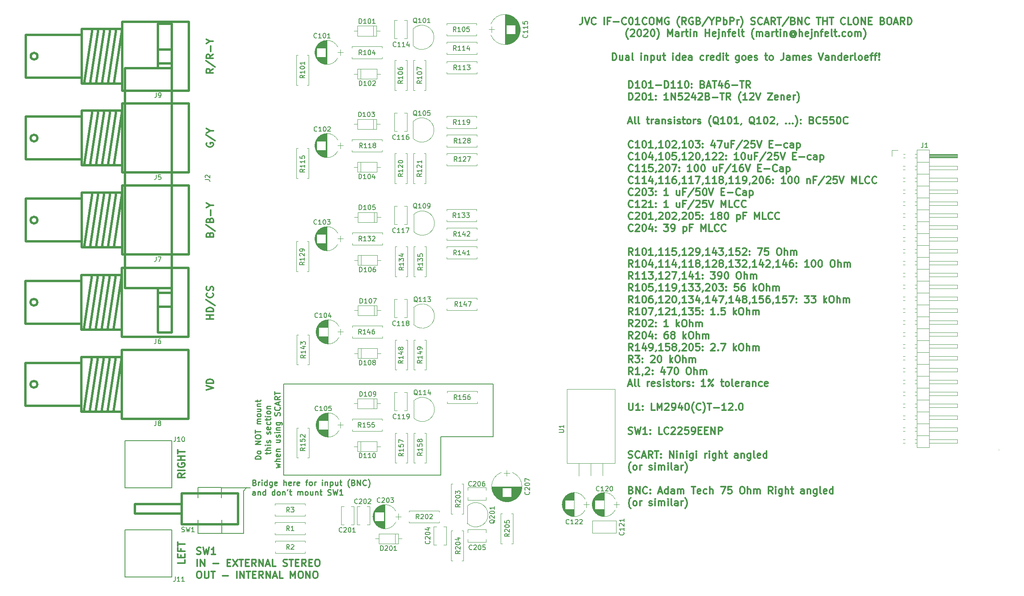
<source format=gbr>
G04 #@! TF.FileFunction,Legend,Top*
%FSLAX46Y46*%
G04 Gerber Fmt 4.6, Leading zero omitted, Abs format (unit mm)*
G04 Created by KiCad (PCBNEW 4.0.7-e2-6376~61~ubuntu18.04.1) date Thu Aug 20 20:01:35 2020*
%MOMM*%
%LPD*%
G01*
G04 APERTURE LIST*
%ADD10C,0.100000*%
%ADD11C,0.200000*%
%ADD12C,0.300000*%
%ADD13C,0.250000*%
%ADD14C,0.120000*%
%ADD15C,0.500000*%
%ADD16C,0.150000*%
G04 APERTURE END LIST*
D10*
D11*
X70550000Y-135500000D02*
X76675000Y-135500000D01*
X65550000Y-145250000D02*
X75275000Y-145250000D01*
X75275000Y-136175000D02*
X75975000Y-135475000D01*
X75275000Y-145225000D02*
X75275000Y-136175000D01*
D12*
X157457143Y-50103571D02*
X157457143Y-48603571D01*
X157814286Y-48603571D01*
X158028571Y-48675000D01*
X158171429Y-48817857D01*
X158242857Y-48960714D01*
X158314286Y-49246429D01*
X158314286Y-49460714D01*
X158242857Y-49746429D01*
X158171429Y-49889286D01*
X158028571Y-50032143D01*
X157814286Y-50103571D01*
X157457143Y-50103571D01*
X159742857Y-50103571D02*
X158885714Y-50103571D01*
X159314286Y-50103571D02*
X159314286Y-48603571D01*
X159171429Y-48817857D01*
X159028571Y-48960714D01*
X158885714Y-49032143D01*
X160671428Y-48603571D02*
X160814285Y-48603571D01*
X160957142Y-48675000D01*
X161028571Y-48746429D01*
X161100000Y-48889286D01*
X161171428Y-49175000D01*
X161171428Y-49532143D01*
X161100000Y-49817857D01*
X161028571Y-49960714D01*
X160957142Y-50032143D01*
X160814285Y-50103571D01*
X160671428Y-50103571D01*
X160528571Y-50032143D01*
X160457142Y-49960714D01*
X160385714Y-49817857D01*
X160314285Y-49532143D01*
X160314285Y-49175000D01*
X160385714Y-48889286D01*
X160457142Y-48746429D01*
X160528571Y-48675000D01*
X160671428Y-48603571D01*
X162599999Y-50103571D02*
X161742856Y-50103571D01*
X162171428Y-50103571D02*
X162171428Y-48603571D01*
X162028571Y-48817857D01*
X161885713Y-48960714D01*
X161742856Y-49032143D01*
X163242856Y-49532143D02*
X164385713Y-49532143D01*
X165099999Y-50103571D02*
X165099999Y-48603571D01*
X165457142Y-48603571D01*
X165671427Y-48675000D01*
X165814285Y-48817857D01*
X165885713Y-48960714D01*
X165957142Y-49246429D01*
X165957142Y-49460714D01*
X165885713Y-49746429D01*
X165814285Y-49889286D01*
X165671427Y-50032143D01*
X165457142Y-50103571D01*
X165099999Y-50103571D01*
X167385713Y-50103571D02*
X166528570Y-50103571D01*
X166957142Y-50103571D02*
X166957142Y-48603571D01*
X166814285Y-48817857D01*
X166671427Y-48960714D01*
X166528570Y-49032143D01*
X168814284Y-50103571D02*
X167957141Y-50103571D01*
X168385713Y-50103571D02*
X168385713Y-48603571D01*
X168242856Y-48817857D01*
X168099998Y-48960714D01*
X167957141Y-49032143D01*
X169742855Y-48603571D02*
X169885712Y-48603571D01*
X170028569Y-48675000D01*
X170099998Y-48746429D01*
X170171427Y-48889286D01*
X170242855Y-49175000D01*
X170242855Y-49532143D01*
X170171427Y-49817857D01*
X170099998Y-49960714D01*
X170028569Y-50032143D01*
X169885712Y-50103571D01*
X169742855Y-50103571D01*
X169599998Y-50032143D01*
X169528569Y-49960714D01*
X169457141Y-49817857D01*
X169385712Y-49532143D01*
X169385712Y-49175000D01*
X169457141Y-48889286D01*
X169528569Y-48746429D01*
X169599998Y-48675000D01*
X169742855Y-48603571D01*
X170885712Y-49960714D02*
X170957140Y-50032143D01*
X170885712Y-50103571D01*
X170814283Y-50032143D01*
X170885712Y-49960714D01*
X170885712Y-50103571D01*
X170885712Y-49175000D02*
X170957140Y-49246429D01*
X170885712Y-49317857D01*
X170814283Y-49246429D01*
X170885712Y-49175000D01*
X170885712Y-49317857D01*
X173242855Y-49317857D02*
X173457141Y-49389286D01*
X173528569Y-49460714D01*
X173599998Y-49603571D01*
X173599998Y-49817857D01*
X173528569Y-49960714D01*
X173457141Y-50032143D01*
X173314283Y-50103571D01*
X172742855Y-50103571D01*
X172742855Y-48603571D01*
X173242855Y-48603571D01*
X173385712Y-48675000D01*
X173457141Y-48746429D01*
X173528569Y-48889286D01*
X173528569Y-49032143D01*
X173457141Y-49175000D01*
X173385712Y-49246429D01*
X173242855Y-49317857D01*
X172742855Y-49317857D01*
X174171426Y-49675000D02*
X174885712Y-49675000D01*
X174028569Y-50103571D02*
X174528569Y-48603571D01*
X175028569Y-50103571D01*
X175314283Y-48603571D02*
X176171426Y-48603571D01*
X175742855Y-50103571D02*
X175742855Y-48603571D01*
X177314283Y-49103571D02*
X177314283Y-50103571D01*
X176957140Y-48532143D02*
X176599997Y-49603571D01*
X177528569Y-49603571D01*
X178742854Y-48603571D02*
X178457140Y-48603571D01*
X178314283Y-48675000D01*
X178242854Y-48746429D01*
X178099997Y-48960714D01*
X178028568Y-49246429D01*
X178028568Y-49817857D01*
X178099997Y-49960714D01*
X178171425Y-50032143D01*
X178314283Y-50103571D01*
X178599997Y-50103571D01*
X178742854Y-50032143D01*
X178814283Y-49960714D01*
X178885711Y-49817857D01*
X178885711Y-49460714D01*
X178814283Y-49317857D01*
X178742854Y-49246429D01*
X178599997Y-49175000D01*
X178314283Y-49175000D01*
X178171425Y-49246429D01*
X178099997Y-49317857D01*
X178028568Y-49460714D01*
X179528568Y-49532143D02*
X180671425Y-49532143D01*
X181171425Y-48603571D02*
X182028568Y-48603571D01*
X181599997Y-50103571D02*
X181599997Y-48603571D01*
X183385711Y-50103571D02*
X182885711Y-49389286D01*
X182528568Y-50103571D02*
X182528568Y-48603571D01*
X183099996Y-48603571D01*
X183242854Y-48675000D01*
X183314282Y-48746429D01*
X183385711Y-48889286D01*
X183385711Y-49103571D01*
X183314282Y-49246429D01*
X183242854Y-49317857D01*
X183099996Y-49389286D01*
X182528568Y-49389286D01*
X157457143Y-52653571D02*
X157457143Y-51153571D01*
X157814286Y-51153571D01*
X158028571Y-51225000D01*
X158171429Y-51367857D01*
X158242857Y-51510714D01*
X158314286Y-51796429D01*
X158314286Y-52010714D01*
X158242857Y-52296429D01*
X158171429Y-52439286D01*
X158028571Y-52582143D01*
X157814286Y-52653571D01*
X157457143Y-52653571D01*
X158885714Y-51296429D02*
X158957143Y-51225000D01*
X159100000Y-51153571D01*
X159457143Y-51153571D01*
X159600000Y-51225000D01*
X159671429Y-51296429D01*
X159742857Y-51439286D01*
X159742857Y-51582143D01*
X159671429Y-51796429D01*
X158814286Y-52653571D01*
X159742857Y-52653571D01*
X160671428Y-51153571D02*
X160814285Y-51153571D01*
X160957142Y-51225000D01*
X161028571Y-51296429D01*
X161100000Y-51439286D01*
X161171428Y-51725000D01*
X161171428Y-52082143D01*
X161100000Y-52367857D01*
X161028571Y-52510714D01*
X160957142Y-52582143D01*
X160814285Y-52653571D01*
X160671428Y-52653571D01*
X160528571Y-52582143D01*
X160457142Y-52510714D01*
X160385714Y-52367857D01*
X160314285Y-52082143D01*
X160314285Y-51725000D01*
X160385714Y-51439286D01*
X160457142Y-51296429D01*
X160528571Y-51225000D01*
X160671428Y-51153571D01*
X162599999Y-52653571D02*
X161742856Y-52653571D01*
X162171428Y-52653571D02*
X162171428Y-51153571D01*
X162028571Y-51367857D01*
X161885713Y-51510714D01*
X161742856Y-51582143D01*
X163242856Y-52510714D02*
X163314284Y-52582143D01*
X163242856Y-52653571D01*
X163171427Y-52582143D01*
X163242856Y-52510714D01*
X163242856Y-52653571D01*
X163242856Y-51725000D02*
X163314284Y-51796429D01*
X163242856Y-51867857D01*
X163171427Y-51796429D01*
X163242856Y-51725000D01*
X163242856Y-51867857D01*
X165885713Y-52653571D02*
X165028570Y-52653571D01*
X165457142Y-52653571D02*
X165457142Y-51153571D01*
X165314285Y-51367857D01*
X165171427Y-51510714D01*
X165028570Y-51582143D01*
X166528570Y-52653571D02*
X166528570Y-51153571D01*
X167385713Y-52653571D01*
X167385713Y-51153571D01*
X168814285Y-51153571D02*
X168099999Y-51153571D01*
X168028570Y-51867857D01*
X168099999Y-51796429D01*
X168242856Y-51725000D01*
X168599999Y-51725000D01*
X168742856Y-51796429D01*
X168814285Y-51867857D01*
X168885713Y-52010714D01*
X168885713Y-52367857D01*
X168814285Y-52510714D01*
X168742856Y-52582143D01*
X168599999Y-52653571D01*
X168242856Y-52653571D01*
X168099999Y-52582143D01*
X168028570Y-52510714D01*
X169457141Y-51296429D02*
X169528570Y-51225000D01*
X169671427Y-51153571D01*
X170028570Y-51153571D01*
X170171427Y-51225000D01*
X170242856Y-51296429D01*
X170314284Y-51439286D01*
X170314284Y-51582143D01*
X170242856Y-51796429D01*
X169385713Y-52653571D01*
X170314284Y-52653571D01*
X171599998Y-51653571D02*
X171599998Y-52653571D01*
X171242855Y-51082143D02*
X170885712Y-52153571D01*
X171814284Y-52153571D01*
X172314283Y-51296429D02*
X172385712Y-51225000D01*
X172528569Y-51153571D01*
X172885712Y-51153571D01*
X173028569Y-51225000D01*
X173099998Y-51296429D01*
X173171426Y-51439286D01*
X173171426Y-51582143D01*
X173099998Y-51796429D01*
X172242855Y-52653571D01*
X173171426Y-52653571D01*
X174314283Y-51867857D02*
X174528569Y-51939286D01*
X174599997Y-52010714D01*
X174671426Y-52153571D01*
X174671426Y-52367857D01*
X174599997Y-52510714D01*
X174528569Y-52582143D01*
X174385711Y-52653571D01*
X173814283Y-52653571D01*
X173814283Y-51153571D01*
X174314283Y-51153571D01*
X174457140Y-51225000D01*
X174528569Y-51296429D01*
X174599997Y-51439286D01*
X174599997Y-51582143D01*
X174528569Y-51725000D01*
X174457140Y-51796429D01*
X174314283Y-51867857D01*
X173814283Y-51867857D01*
X175314283Y-52082143D02*
X176457140Y-52082143D01*
X176957140Y-51153571D02*
X177814283Y-51153571D01*
X177385712Y-52653571D02*
X177385712Y-51153571D01*
X179171426Y-52653571D02*
X178671426Y-51939286D01*
X178314283Y-52653571D02*
X178314283Y-51153571D01*
X178885711Y-51153571D01*
X179028569Y-51225000D01*
X179099997Y-51296429D01*
X179171426Y-51439286D01*
X179171426Y-51653571D01*
X179099997Y-51796429D01*
X179028569Y-51867857D01*
X178885711Y-51939286D01*
X178314283Y-51939286D01*
X181385711Y-53225000D02*
X181314283Y-53153571D01*
X181171426Y-52939286D01*
X181099997Y-52796429D01*
X181028568Y-52582143D01*
X180957140Y-52225000D01*
X180957140Y-51939286D01*
X181028568Y-51582143D01*
X181099997Y-51367857D01*
X181171426Y-51225000D01*
X181314283Y-51010714D01*
X181385711Y-50939286D01*
X182742854Y-52653571D02*
X181885711Y-52653571D01*
X182314283Y-52653571D02*
X182314283Y-51153571D01*
X182171426Y-51367857D01*
X182028568Y-51510714D01*
X181885711Y-51582143D01*
X183314282Y-51296429D02*
X183385711Y-51225000D01*
X183528568Y-51153571D01*
X183885711Y-51153571D01*
X184028568Y-51225000D01*
X184099997Y-51296429D01*
X184171425Y-51439286D01*
X184171425Y-51582143D01*
X184099997Y-51796429D01*
X183242854Y-52653571D01*
X184171425Y-52653571D01*
X184599996Y-51153571D02*
X185099996Y-52653571D01*
X185599996Y-51153571D01*
X187099996Y-51153571D02*
X188099996Y-51153571D01*
X187099996Y-52653571D01*
X188099996Y-52653571D01*
X189242852Y-52582143D02*
X189099995Y-52653571D01*
X188814281Y-52653571D01*
X188671424Y-52582143D01*
X188599995Y-52439286D01*
X188599995Y-51867857D01*
X188671424Y-51725000D01*
X188814281Y-51653571D01*
X189099995Y-51653571D01*
X189242852Y-51725000D01*
X189314281Y-51867857D01*
X189314281Y-52010714D01*
X188599995Y-52153571D01*
X189957138Y-51653571D02*
X189957138Y-52653571D01*
X189957138Y-51796429D02*
X190028566Y-51725000D01*
X190171424Y-51653571D01*
X190385709Y-51653571D01*
X190528566Y-51725000D01*
X190599995Y-51867857D01*
X190599995Y-52653571D01*
X191885709Y-52582143D02*
X191742852Y-52653571D01*
X191457138Y-52653571D01*
X191314281Y-52582143D01*
X191242852Y-52439286D01*
X191242852Y-51867857D01*
X191314281Y-51725000D01*
X191457138Y-51653571D01*
X191742852Y-51653571D01*
X191885709Y-51725000D01*
X191957138Y-51867857D01*
X191957138Y-52010714D01*
X191242852Y-52153571D01*
X192599995Y-52653571D02*
X192599995Y-51653571D01*
X192599995Y-51939286D02*
X192671423Y-51796429D01*
X192742852Y-51725000D01*
X192885709Y-51653571D01*
X193028566Y-51653571D01*
X193385709Y-53225000D02*
X193457137Y-53153571D01*
X193599994Y-52939286D01*
X193671423Y-52796429D01*
X193742852Y-52582143D01*
X193814280Y-52225000D01*
X193814280Y-51939286D01*
X193742852Y-51582143D01*
X193671423Y-51367857D01*
X193599994Y-51225000D01*
X193457137Y-51010714D01*
X193385709Y-50939286D01*
X157385714Y-57325000D02*
X158100000Y-57325000D01*
X157242857Y-57753571D02*
X157742857Y-56253571D01*
X158242857Y-57753571D01*
X158957143Y-57753571D02*
X158814285Y-57682143D01*
X158742857Y-57539286D01*
X158742857Y-56253571D01*
X159742857Y-57753571D02*
X159599999Y-57682143D01*
X159528571Y-57539286D01*
X159528571Y-56253571D01*
X161242856Y-56753571D02*
X161814285Y-56753571D01*
X161457142Y-56253571D02*
X161457142Y-57539286D01*
X161528570Y-57682143D01*
X161671428Y-57753571D01*
X161814285Y-57753571D01*
X162314285Y-57753571D02*
X162314285Y-56753571D01*
X162314285Y-57039286D02*
X162385713Y-56896429D01*
X162457142Y-56825000D01*
X162599999Y-56753571D01*
X162742856Y-56753571D01*
X163885713Y-57753571D02*
X163885713Y-56967857D01*
X163814284Y-56825000D01*
X163671427Y-56753571D01*
X163385713Y-56753571D01*
X163242856Y-56825000D01*
X163885713Y-57682143D02*
X163742856Y-57753571D01*
X163385713Y-57753571D01*
X163242856Y-57682143D01*
X163171427Y-57539286D01*
X163171427Y-57396429D01*
X163242856Y-57253571D01*
X163385713Y-57182143D01*
X163742856Y-57182143D01*
X163885713Y-57110714D01*
X164599999Y-56753571D02*
X164599999Y-57753571D01*
X164599999Y-56896429D02*
X164671427Y-56825000D01*
X164814285Y-56753571D01*
X165028570Y-56753571D01*
X165171427Y-56825000D01*
X165242856Y-56967857D01*
X165242856Y-57753571D01*
X165885713Y-57682143D02*
X166028570Y-57753571D01*
X166314285Y-57753571D01*
X166457142Y-57682143D01*
X166528570Y-57539286D01*
X166528570Y-57467857D01*
X166457142Y-57325000D01*
X166314285Y-57253571D01*
X166099999Y-57253571D01*
X165957142Y-57182143D01*
X165885713Y-57039286D01*
X165885713Y-56967857D01*
X165957142Y-56825000D01*
X166099999Y-56753571D01*
X166314285Y-56753571D01*
X166457142Y-56825000D01*
X167171428Y-57753571D02*
X167171428Y-56753571D01*
X167171428Y-56253571D02*
X167099999Y-56325000D01*
X167171428Y-56396429D01*
X167242856Y-56325000D01*
X167171428Y-56253571D01*
X167171428Y-56396429D01*
X167814285Y-57682143D02*
X167957142Y-57753571D01*
X168242857Y-57753571D01*
X168385714Y-57682143D01*
X168457142Y-57539286D01*
X168457142Y-57467857D01*
X168385714Y-57325000D01*
X168242857Y-57253571D01*
X168028571Y-57253571D01*
X167885714Y-57182143D01*
X167814285Y-57039286D01*
X167814285Y-56967857D01*
X167885714Y-56825000D01*
X168028571Y-56753571D01*
X168242857Y-56753571D01*
X168385714Y-56825000D01*
X168885714Y-56753571D02*
X169457143Y-56753571D01*
X169100000Y-56253571D02*
X169100000Y-57539286D01*
X169171428Y-57682143D01*
X169314286Y-57753571D01*
X169457143Y-57753571D01*
X170171429Y-57753571D02*
X170028571Y-57682143D01*
X169957143Y-57610714D01*
X169885714Y-57467857D01*
X169885714Y-57039286D01*
X169957143Y-56896429D01*
X170028571Y-56825000D01*
X170171429Y-56753571D01*
X170385714Y-56753571D01*
X170528571Y-56825000D01*
X170600000Y-56896429D01*
X170671429Y-57039286D01*
X170671429Y-57467857D01*
X170600000Y-57610714D01*
X170528571Y-57682143D01*
X170385714Y-57753571D01*
X170171429Y-57753571D01*
X171314286Y-57753571D02*
X171314286Y-56753571D01*
X171314286Y-57039286D02*
X171385714Y-56896429D01*
X171457143Y-56825000D01*
X171600000Y-56753571D01*
X171742857Y-56753571D01*
X172171428Y-57682143D02*
X172314285Y-57753571D01*
X172600000Y-57753571D01*
X172742857Y-57682143D01*
X172814285Y-57539286D01*
X172814285Y-57467857D01*
X172742857Y-57325000D01*
X172600000Y-57253571D01*
X172385714Y-57253571D01*
X172242857Y-57182143D01*
X172171428Y-57039286D01*
X172171428Y-56967857D01*
X172242857Y-56825000D01*
X172385714Y-56753571D01*
X172600000Y-56753571D01*
X172742857Y-56825000D01*
X175028571Y-58325000D02*
X174957143Y-58253571D01*
X174814286Y-58039286D01*
X174742857Y-57896429D01*
X174671428Y-57682143D01*
X174600000Y-57325000D01*
X174600000Y-57039286D01*
X174671428Y-56682143D01*
X174742857Y-56467857D01*
X174814286Y-56325000D01*
X174957143Y-56110714D01*
X175028571Y-56039286D01*
X176600000Y-57896429D02*
X176457143Y-57825000D01*
X176314286Y-57682143D01*
X176100000Y-57467857D01*
X175957143Y-57396429D01*
X175814286Y-57396429D01*
X175885714Y-57753571D02*
X175742857Y-57682143D01*
X175600000Y-57539286D01*
X175528571Y-57253571D01*
X175528571Y-56753571D01*
X175600000Y-56467857D01*
X175742857Y-56325000D01*
X175885714Y-56253571D01*
X176171428Y-56253571D01*
X176314286Y-56325000D01*
X176457143Y-56467857D01*
X176528571Y-56753571D01*
X176528571Y-57253571D01*
X176457143Y-57539286D01*
X176314286Y-57682143D01*
X176171428Y-57753571D01*
X175885714Y-57753571D01*
X177957143Y-57753571D02*
X177100000Y-57753571D01*
X177528572Y-57753571D02*
X177528572Y-56253571D01*
X177385715Y-56467857D01*
X177242857Y-56610714D01*
X177100000Y-56682143D01*
X178885714Y-56253571D02*
X179028571Y-56253571D01*
X179171428Y-56325000D01*
X179242857Y-56396429D01*
X179314286Y-56539286D01*
X179385714Y-56825000D01*
X179385714Y-57182143D01*
X179314286Y-57467857D01*
X179242857Y-57610714D01*
X179171428Y-57682143D01*
X179028571Y-57753571D01*
X178885714Y-57753571D01*
X178742857Y-57682143D01*
X178671428Y-57610714D01*
X178600000Y-57467857D01*
X178528571Y-57182143D01*
X178528571Y-56825000D01*
X178600000Y-56539286D01*
X178671428Y-56396429D01*
X178742857Y-56325000D01*
X178885714Y-56253571D01*
X180814285Y-57753571D02*
X179957142Y-57753571D01*
X180385714Y-57753571D02*
X180385714Y-56253571D01*
X180242857Y-56467857D01*
X180099999Y-56610714D01*
X179957142Y-56682143D01*
X181528570Y-57682143D02*
X181528570Y-57753571D01*
X181457142Y-57896429D01*
X181385713Y-57967857D01*
X184314285Y-57896429D02*
X184171428Y-57825000D01*
X184028571Y-57682143D01*
X183814285Y-57467857D01*
X183671428Y-57396429D01*
X183528571Y-57396429D01*
X183599999Y-57753571D02*
X183457142Y-57682143D01*
X183314285Y-57539286D01*
X183242856Y-57253571D01*
X183242856Y-56753571D01*
X183314285Y-56467857D01*
X183457142Y-56325000D01*
X183599999Y-56253571D01*
X183885713Y-56253571D01*
X184028571Y-56325000D01*
X184171428Y-56467857D01*
X184242856Y-56753571D01*
X184242856Y-57253571D01*
X184171428Y-57539286D01*
X184028571Y-57682143D01*
X183885713Y-57753571D01*
X183599999Y-57753571D01*
X185671428Y-57753571D02*
X184814285Y-57753571D01*
X185242857Y-57753571D02*
X185242857Y-56253571D01*
X185100000Y-56467857D01*
X184957142Y-56610714D01*
X184814285Y-56682143D01*
X186599999Y-56253571D02*
X186742856Y-56253571D01*
X186885713Y-56325000D01*
X186957142Y-56396429D01*
X187028571Y-56539286D01*
X187099999Y-56825000D01*
X187099999Y-57182143D01*
X187028571Y-57467857D01*
X186957142Y-57610714D01*
X186885713Y-57682143D01*
X186742856Y-57753571D01*
X186599999Y-57753571D01*
X186457142Y-57682143D01*
X186385713Y-57610714D01*
X186314285Y-57467857D01*
X186242856Y-57182143D01*
X186242856Y-56825000D01*
X186314285Y-56539286D01*
X186385713Y-56396429D01*
X186457142Y-56325000D01*
X186599999Y-56253571D01*
X187671427Y-56396429D02*
X187742856Y-56325000D01*
X187885713Y-56253571D01*
X188242856Y-56253571D01*
X188385713Y-56325000D01*
X188457142Y-56396429D01*
X188528570Y-56539286D01*
X188528570Y-56682143D01*
X188457142Y-56896429D01*
X187599999Y-57753571D01*
X188528570Y-57753571D01*
X189242855Y-57682143D02*
X189242855Y-57753571D01*
X189171427Y-57896429D01*
X189099998Y-57967857D01*
X191028570Y-57610714D02*
X191099998Y-57682143D01*
X191028570Y-57753571D01*
X190957141Y-57682143D01*
X191028570Y-57610714D01*
X191028570Y-57753571D01*
X191742856Y-57610714D02*
X191814284Y-57682143D01*
X191742856Y-57753571D01*
X191671427Y-57682143D01*
X191742856Y-57610714D01*
X191742856Y-57753571D01*
X192457142Y-57610714D02*
X192528570Y-57682143D01*
X192457142Y-57753571D01*
X192385713Y-57682143D01*
X192457142Y-57610714D01*
X192457142Y-57753571D01*
X193028571Y-58325000D02*
X193099999Y-58253571D01*
X193242856Y-58039286D01*
X193314285Y-57896429D01*
X193385714Y-57682143D01*
X193457142Y-57325000D01*
X193457142Y-57039286D01*
X193385714Y-56682143D01*
X193314285Y-56467857D01*
X193242856Y-56325000D01*
X193099999Y-56110714D01*
X193028571Y-56039286D01*
X194171428Y-57610714D02*
X194242856Y-57682143D01*
X194171428Y-57753571D01*
X194099999Y-57682143D01*
X194171428Y-57610714D01*
X194171428Y-57753571D01*
X194171428Y-56825000D02*
X194242856Y-56896429D01*
X194171428Y-56967857D01*
X194099999Y-56896429D01*
X194171428Y-56825000D01*
X194171428Y-56967857D01*
X196528571Y-56967857D02*
X196742857Y-57039286D01*
X196814285Y-57110714D01*
X196885714Y-57253571D01*
X196885714Y-57467857D01*
X196814285Y-57610714D01*
X196742857Y-57682143D01*
X196599999Y-57753571D01*
X196028571Y-57753571D01*
X196028571Y-56253571D01*
X196528571Y-56253571D01*
X196671428Y-56325000D01*
X196742857Y-56396429D01*
X196814285Y-56539286D01*
X196814285Y-56682143D01*
X196742857Y-56825000D01*
X196671428Y-56896429D01*
X196528571Y-56967857D01*
X196028571Y-56967857D01*
X198385714Y-57610714D02*
X198314285Y-57682143D01*
X198099999Y-57753571D01*
X197957142Y-57753571D01*
X197742857Y-57682143D01*
X197599999Y-57539286D01*
X197528571Y-57396429D01*
X197457142Y-57110714D01*
X197457142Y-56896429D01*
X197528571Y-56610714D01*
X197599999Y-56467857D01*
X197742857Y-56325000D01*
X197957142Y-56253571D01*
X198099999Y-56253571D01*
X198314285Y-56325000D01*
X198385714Y-56396429D01*
X199742857Y-56253571D02*
X199028571Y-56253571D01*
X198957142Y-56967857D01*
X199028571Y-56896429D01*
X199171428Y-56825000D01*
X199528571Y-56825000D01*
X199671428Y-56896429D01*
X199742857Y-56967857D01*
X199814285Y-57110714D01*
X199814285Y-57467857D01*
X199742857Y-57610714D01*
X199671428Y-57682143D01*
X199528571Y-57753571D01*
X199171428Y-57753571D01*
X199028571Y-57682143D01*
X198957142Y-57610714D01*
X201171428Y-56253571D02*
X200457142Y-56253571D01*
X200385713Y-56967857D01*
X200457142Y-56896429D01*
X200599999Y-56825000D01*
X200957142Y-56825000D01*
X201099999Y-56896429D01*
X201171428Y-56967857D01*
X201242856Y-57110714D01*
X201242856Y-57467857D01*
X201171428Y-57610714D01*
X201099999Y-57682143D01*
X200957142Y-57753571D01*
X200599999Y-57753571D01*
X200457142Y-57682143D01*
X200385713Y-57610714D01*
X202171427Y-56253571D02*
X202314284Y-56253571D01*
X202457141Y-56325000D01*
X202528570Y-56396429D01*
X202599999Y-56539286D01*
X202671427Y-56825000D01*
X202671427Y-57182143D01*
X202599999Y-57467857D01*
X202528570Y-57610714D01*
X202457141Y-57682143D01*
X202314284Y-57753571D01*
X202171427Y-57753571D01*
X202028570Y-57682143D01*
X201957141Y-57610714D01*
X201885713Y-57467857D01*
X201814284Y-57182143D01*
X201814284Y-56825000D01*
X201885713Y-56539286D01*
X201957141Y-56396429D01*
X202028570Y-56325000D01*
X202171427Y-56253571D01*
X204171427Y-57610714D02*
X204099998Y-57682143D01*
X203885712Y-57753571D01*
X203742855Y-57753571D01*
X203528570Y-57682143D01*
X203385712Y-57539286D01*
X203314284Y-57396429D01*
X203242855Y-57110714D01*
X203242855Y-56896429D01*
X203314284Y-56610714D01*
X203385712Y-56467857D01*
X203528570Y-56325000D01*
X203742855Y-56253571D01*
X203885712Y-56253571D01*
X204099998Y-56325000D01*
X204171427Y-56396429D01*
X158314286Y-62710714D02*
X158242857Y-62782143D01*
X158028571Y-62853571D01*
X157885714Y-62853571D01*
X157671429Y-62782143D01*
X157528571Y-62639286D01*
X157457143Y-62496429D01*
X157385714Y-62210714D01*
X157385714Y-61996429D01*
X157457143Y-61710714D01*
X157528571Y-61567857D01*
X157671429Y-61425000D01*
X157885714Y-61353571D01*
X158028571Y-61353571D01*
X158242857Y-61425000D01*
X158314286Y-61496429D01*
X159742857Y-62853571D02*
X158885714Y-62853571D01*
X159314286Y-62853571D02*
X159314286Y-61353571D01*
X159171429Y-61567857D01*
X159028571Y-61710714D01*
X158885714Y-61782143D01*
X160671428Y-61353571D02*
X160814285Y-61353571D01*
X160957142Y-61425000D01*
X161028571Y-61496429D01*
X161100000Y-61639286D01*
X161171428Y-61925000D01*
X161171428Y-62282143D01*
X161100000Y-62567857D01*
X161028571Y-62710714D01*
X160957142Y-62782143D01*
X160814285Y-62853571D01*
X160671428Y-62853571D01*
X160528571Y-62782143D01*
X160457142Y-62710714D01*
X160385714Y-62567857D01*
X160314285Y-62282143D01*
X160314285Y-61925000D01*
X160385714Y-61639286D01*
X160457142Y-61496429D01*
X160528571Y-61425000D01*
X160671428Y-61353571D01*
X162599999Y-62853571D02*
X161742856Y-62853571D01*
X162171428Y-62853571D02*
X162171428Y-61353571D01*
X162028571Y-61567857D01*
X161885713Y-61710714D01*
X161742856Y-61782143D01*
X163314284Y-62782143D02*
X163314284Y-62853571D01*
X163242856Y-62996429D01*
X163171427Y-63067857D01*
X164742856Y-62853571D02*
X163885713Y-62853571D01*
X164314285Y-62853571D02*
X164314285Y-61353571D01*
X164171428Y-61567857D01*
X164028570Y-61710714D01*
X163885713Y-61782143D01*
X165671427Y-61353571D02*
X165814284Y-61353571D01*
X165957141Y-61425000D01*
X166028570Y-61496429D01*
X166099999Y-61639286D01*
X166171427Y-61925000D01*
X166171427Y-62282143D01*
X166099999Y-62567857D01*
X166028570Y-62710714D01*
X165957141Y-62782143D01*
X165814284Y-62853571D01*
X165671427Y-62853571D01*
X165528570Y-62782143D01*
X165457141Y-62710714D01*
X165385713Y-62567857D01*
X165314284Y-62282143D01*
X165314284Y-61925000D01*
X165385713Y-61639286D01*
X165457141Y-61496429D01*
X165528570Y-61425000D01*
X165671427Y-61353571D01*
X166742855Y-61496429D02*
X166814284Y-61425000D01*
X166957141Y-61353571D01*
X167314284Y-61353571D01*
X167457141Y-61425000D01*
X167528570Y-61496429D01*
X167599998Y-61639286D01*
X167599998Y-61782143D01*
X167528570Y-61996429D01*
X166671427Y-62853571D01*
X167599998Y-62853571D01*
X168314283Y-62782143D02*
X168314283Y-62853571D01*
X168242855Y-62996429D01*
X168171426Y-63067857D01*
X169742855Y-62853571D02*
X168885712Y-62853571D01*
X169314284Y-62853571D02*
X169314284Y-61353571D01*
X169171427Y-61567857D01*
X169028569Y-61710714D01*
X168885712Y-61782143D01*
X170671426Y-61353571D02*
X170814283Y-61353571D01*
X170957140Y-61425000D01*
X171028569Y-61496429D01*
X171099998Y-61639286D01*
X171171426Y-61925000D01*
X171171426Y-62282143D01*
X171099998Y-62567857D01*
X171028569Y-62710714D01*
X170957140Y-62782143D01*
X170814283Y-62853571D01*
X170671426Y-62853571D01*
X170528569Y-62782143D01*
X170457140Y-62710714D01*
X170385712Y-62567857D01*
X170314283Y-62282143D01*
X170314283Y-61925000D01*
X170385712Y-61639286D01*
X170457140Y-61496429D01*
X170528569Y-61425000D01*
X170671426Y-61353571D01*
X171671426Y-61353571D02*
X172599997Y-61353571D01*
X172099997Y-61925000D01*
X172314283Y-61925000D01*
X172457140Y-61996429D01*
X172528569Y-62067857D01*
X172599997Y-62210714D01*
X172599997Y-62567857D01*
X172528569Y-62710714D01*
X172457140Y-62782143D01*
X172314283Y-62853571D01*
X171885711Y-62853571D01*
X171742854Y-62782143D01*
X171671426Y-62710714D01*
X173242854Y-62710714D02*
X173314282Y-62782143D01*
X173242854Y-62853571D01*
X173171425Y-62782143D01*
X173242854Y-62710714D01*
X173242854Y-62853571D01*
X173242854Y-61925000D02*
X173314282Y-61996429D01*
X173242854Y-62067857D01*
X173171425Y-61996429D01*
X173242854Y-61925000D01*
X173242854Y-62067857D01*
X175742854Y-61853571D02*
X175742854Y-62853571D01*
X175385711Y-61282143D02*
X175028568Y-62353571D01*
X175957140Y-62353571D01*
X176385711Y-61353571D02*
X177385711Y-61353571D01*
X176742854Y-62853571D01*
X178599996Y-61853571D02*
X178599996Y-62853571D01*
X177957139Y-61853571D02*
X177957139Y-62639286D01*
X178028567Y-62782143D01*
X178171425Y-62853571D01*
X178385710Y-62853571D01*
X178528567Y-62782143D01*
X178599996Y-62710714D01*
X179814282Y-62067857D02*
X179314282Y-62067857D01*
X179314282Y-62853571D02*
X179314282Y-61353571D01*
X180028568Y-61353571D01*
X181671424Y-61282143D02*
X180385710Y-63210714D01*
X182099996Y-61496429D02*
X182171425Y-61425000D01*
X182314282Y-61353571D01*
X182671425Y-61353571D01*
X182814282Y-61425000D01*
X182885711Y-61496429D01*
X182957139Y-61639286D01*
X182957139Y-61782143D01*
X182885711Y-61996429D01*
X182028568Y-62853571D01*
X182957139Y-62853571D01*
X184314282Y-61353571D02*
X183599996Y-61353571D01*
X183528567Y-62067857D01*
X183599996Y-61996429D01*
X183742853Y-61925000D01*
X184099996Y-61925000D01*
X184242853Y-61996429D01*
X184314282Y-62067857D01*
X184385710Y-62210714D01*
X184385710Y-62567857D01*
X184314282Y-62710714D01*
X184242853Y-62782143D01*
X184099996Y-62853571D01*
X183742853Y-62853571D01*
X183599996Y-62782143D01*
X183528567Y-62710714D01*
X184814281Y-61353571D02*
X185314281Y-62853571D01*
X185814281Y-61353571D01*
X187457138Y-62067857D02*
X187957138Y-62067857D01*
X188171424Y-62853571D02*
X187457138Y-62853571D01*
X187457138Y-61353571D01*
X188171424Y-61353571D01*
X188814281Y-62282143D02*
X189957138Y-62282143D01*
X191314281Y-62782143D02*
X191171424Y-62853571D01*
X190885710Y-62853571D01*
X190742852Y-62782143D01*
X190671424Y-62710714D01*
X190599995Y-62567857D01*
X190599995Y-62139286D01*
X190671424Y-61996429D01*
X190742852Y-61925000D01*
X190885710Y-61853571D01*
X191171424Y-61853571D01*
X191314281Y-61925000D01*
X192599995Y-62853571D02*
X192599995Y-62067857D01*
X192528566Y-61925000D01*
X192385709Y-61853571D01*
X192099995Y-61853571D01*
X191957138Y-61925000D01*
X192599995Y-62782143D02*
X192457138Y-62853571D01*
X192099995Y-62853571D01*
X191957138Y-62782143D01*
X191885709Y-62639286D01*
X191885709Y-62496429D01*
X191957138Y-62353571D01*
X192099995Y-62282143D01*
X192457138Y-62282143D01*
X192599995Y-62210714D01*
X193314281Y-61853571D02*
X193314281Y-63353571D01*
X193314281Y-61925000D02*
X193457138Y-61853571D01*
X193742852Y-61853571D01*
X193885709Y-61925000D01*
X193957138Y-61996429D01*
X194028567Y-62139286D01*
X194028567Y-62567857D01*
X193957138Y-62710714D01*
X193885709Y-62782143D01*
X193742852Y-62853571D01*
X193457138Y-62853571D01*
X193314281Y-62782143D01*
X158314286Y-65260714D02*
X158242857Y-65332143D01*
X158028571Y-65403571D01*
X157885714Y-65403571D01*
X157671429Y-65332143D01*
X157528571Y-65189286D01*
X157457143Y-65046429D01*
X157385714Y-64760714D01*
X157385714Y-64546429D01*
X157457143Y-64260714D01*
X157528571Y-64117857D01*
X157671429Y-63975000D01*
X157885714Y-63903571D01*
X158028571Y-63903571D01*
X158242857Y-63975000D01*
X158314286Y-64046429D01*
X159742857Y-65403571D02*
X158885714Y-65403571D01*
X159314286Y-65403571D02*
X159314286Y-63903571D01*
X159171429Y-64117857D01*
X159028571Y-64260714D01*
X158885714Y-64332143D01*
X160671428Y-63903571D02*
X160814285Y-63903571D01*
X160957142Y-63975000D01*
X161028571Y-64046429D01*
X161100000Y-64189286D01*
X161171428Y-64475000D01*
X161171428Y-64832143D01*
X161100000Y-65117857D01*
X161028571Y-65260714D01*
X160957142Y-65332143D01*
X160814285Y-65403571D01*
X160671428Y-65403571D01*
X160528571Y-65332143D01*
X160457142Y-65260714D01*
X160385714Y-65117857D01*
X160314285Y-64832143D01*
X160314285Y-64475000D01*
X160385714Y-64189286D01*
X160457142Y-64046429D01*
X160528571Y-63975000D01*
X160671428Y-63903571D01*
X162457142Y-64403571D02*
X162457142Y-65403571D01*
X162099999Y-63832143D02*
X161742856Y-64903571D01*
X162671428Y-64903571D01*
X163314284Y-65332143D02*
X163314284Y-65403571D01*
X163242856Y-65546429D01*
X163171427Y-65617857D01*
X164742856Y-65403571D02*
X163885713Y-65403571D01*
X164314285Y-65403571D02*
X164314285Y-63903571D01*
X164171428Y-64117857D01*
X164028570Y-64260714D01*
X163885713Y-64332143D01*
X165671427Y-63903571D02*
X165814284Y-63903571D01*
X165957141Y-63975000D01*
X166028570Y-64046429D01*
X166099999Y-64189286D01*
X166171427Y-64475000D01*
X166171427Y-64832143D01*
X166099999Y-65117857D01*
X166028570Y-65260714D01*
X165957141Y-65332143D01*
X165814284Y-65403571D01*
X165671427Y-65403571D01*
X165528570Y-65332143D01*
X165457141Y-65260714D01*
X165385713Y-65117857D01*
X165314284Y-64832143D01*
X165314284Y-64475000D01*
X165385713Y-64189286D01*
X165457141Y-64046429D01*
X165528570Y-63975000D01*
X165671427Y-63903571D01*
X167528570Y-63903571D02*
X166814284Y-63903571D01*
X166742855Y-64617857D01*
X166814284Y-64546429D01*
X166957141Y-64475000D01*
X167314284Y-64475000D01*
X167457141Y-64546429D01*
X167528570Y-64617857D01*
X167599998Y-64760714D01*
X167599998Y-65117857D01*
X167528570Y-65260714D01*
X167457141Y-65332143D01*
X167314284Y-65403571D01*
X166957141Y-65403571D01*
X166814284Y-65332143D01*
X166742855Y-65260714D01*
X168314283Y-65332143D02*
X168314283Y-65403571D01*
X168242855Y-65546429D01*
X168171426Y-65617857D01*
X169742855Y-65403571D02*
X168885712Y-65403571D01*
X169314284Y-65403571D02*
X169314284Y-63903571D01*
X169171427Y-64117857D01*
X169028569Y-64260714D01*
X168885712Y-64332143D01*
X170314283Y-64046429D02*
X170385712Y-63975000D01*
X170528569Y-63903571D01*
X170885712Y-63903571D01*
X171028569Y-63975000D01*
X171099998Y-64046429D01*
X171171426Y-64189286D01*
X171171426Y-64332143D01*
X171099998Y-64546429D01*
X170242855Y-65403571D01*
X171171426Y-65403571D01*
X172099997Y-63903571D02*
X172242854Y-63903571D01*
X172385711Y-63975000D01*
X172457140Y-64046429D01*
X172528569Y-64189286D01*
X172599997Y-64475000D01*
X172599997Y-64832143D01*
X172528569Y-65117857D01*
X172457140Y-65260714D01*
X172385711Y-65332143D01*
X172242854Y-65403571D01*
X172099997Y-65403571D01*
X171957140Y-65332143D01*
X171885711Y-65260714D01*
X171814283Y-65117857D01*
X171742854Y-64832143D01*
X171742854Y-64475000D01*
X171814283Y-64189286D01*
X171885711Y-64046429D01*
X171957140Y-63975000D01*
X172099997Y-63903571D01*
X173314282Y-65332143D02*
X173314282Y-65403571D01*
X173242854Y-65546429D01*
X173171425Y-65617857D01*
X174742854Y-65403571D02*
X173885711Y-65403571D01*
X174314283Y-65403571D02*
X174314283Y-63903571D01*
X174171426Y-64117857D01*
X174028568Y-64260714D01*
X173885711Y-64332143D01*
X175314282Y-64046429D02*
X175385711Y-63975000D01*
X175528568Y-63903571D01*
X175885711Y-63903571D01*
X176028568Y-63975000D01*
X176099997Y-64046429D01*
X176171425Y-64189286D01*
X176171425Y-64332143D01*
X176099997Y-64546429D01*
X175242854Y-65403571D01*
X176171425Y-65403571D01*
X176742853Y-64046429D02*
X176814282Y-63975000D01*
X176957139Y-63903571D01*
X177314282Y-63903571D01*
X177457139Y-63975000D01*
X177528568Y-64046429D01*
X177599996Y-64189286D01*
X177599996Y-64332143D01*
X177528568Y-64546429D01*
X176671425Y-65403571D01*
X177599996Y-65403571D01*
X178242853Y-65260714D02*
X178314281Y-65332143D01*
X178242853Y-65403571D01*
X178171424Y-65332143D01*
X178242853Y-65260714D01*
X178242853Y-65403571D01*
X178242853Y-64475000D02*
X178314281Y-64546429D01*
X178242853Y-64617857D01*
X178171424Y-64546429D01*
X178242853Y-64475000D01*
X178242853Y-64617857D01*
X180885710Y-65403571D02*
X180028567Y-65403571D01*
X180457139Y-65403571D02*
X180457139Y-63903571D01*
X180314282Y-64117857D01*
X180171424Y-64260714D01*
X180028567Y-64332143D01*
X181814281Y-63903571D02*
X181957138Y-63903571D01*
X182099995Y-63975000D01*
X182171424Y-64046429D01*
X182242853Y-64189286D01*
X182314281Y-64475000D01*
X182314281Y-64832143D01*
X182242853Y-65117857D01*
X182171424Y-65260714D01*
X182099995Y-65332143D01*
X181957138Y-65403571D01*
X181814281Y-65403571D01*
X181671424Y-65332143D01*
X181599995Y-65260714D01*
X181528567Y-65117857D01*
X181457138Y-64832143D01*
X181457138Y-64475000D01*
X181528567Y-64189286D01*
X181599995Y-64046429D01*
X181671424Y-63975000D01*
X181814281Y-63903571D01*
X183599995Y-64403571D02*
X183599995Y-65403571D01*
X182957138Y-64403571D02*
X182957138Y-65189286D01*
X183028566Y-65332143D01*
X183171424Y-65403571D01*
X183385709Y-65403571D01*
X183528566Y-65332143D01*
X183599995Y-65260714D01*
X184814281Y-64617857D02*
X184314281Y-64617857D01*
X184314281Y-65403571D02*
X184314281Y-63903571D01*
X185028567Y-63903571D01*
X186671423Y-63832143D02*
X185385709Y-65760714D01*
X187099995Y-64046429D02*
X187171424Y-63975000D01*
X187314281Y-63903571D01*
X187671424Y-63903571D01*
X187814281Y-63975000D01*
X187885710Y-64046429D01*
X187957138Y-64189286D01*
X187957138Y-64332143D01*
X187885710Y-64546429D01*
X187028567Y-65403571D01*
X187957138Y-65403571D01*
X189314281Y-63903571D02*
X188599995Y-63903571D01*
X188528566Y-64617857D01*
X188599995Y-64546429D01*
X188742852Y-64475000D01*
X189099995Y-64475000D01*
X189242852Y-64546429D01*
X189314281Y-64617857D01*
X189385709Y-64760714D01*
X189385709Y-65117857D01*
X189314281Y-65260714D01*
X189242852Y-65332143D01*
X189099995Y-65403571D01*
X188742852Y-65403571D01*
X188599995Y-65332143D01*
X188528566Y-65260714D01*
X189814280Y-63903571D02*
X190314280Y-65403571D01*
X190814280Y-63903571D01*
X192457137Y-64617857D02*
X192957137Y-64617857D01*
X193171423Y-65403571D02*
X192457137Y-65403571D01*
X192457137Y-63903571D01*
X193171423Y-63903571D01*
X193814280Y-64832143D02*
X194957137Y-64832143D01*
X196314280Y-65332143D02*
X196171423Y-65403571D01*
X195885709Y-65403571D01*
X195742851Y-65332143D01*
X195671423Y-65260714D01*
X195599994Y-65117857D01*
X195599994Y-64689286D01*
X195671423Y-64546429D01*
X195742851Y-64475000D01*
X195885709Y-64403571D01*
X196171423Y-64403571D01*
X196314280Y-64475000D01*
X197599994Y-65403571D02*
X197599994Y-64617857D01*
X197528565Y-64475000D01*
X197385708Y-64403571D01*
X197099994Y-64403571D01*
X196957137Y-64475000D01*
X197599994Y-65332143D02*
X197457137Y-65403571D01*
X197099994Y-65403571D01*
X196957137Y-65332143D01*
X196885708Y-65189286D01*
X196885708Y-65046429D01*
X196957137Y-64903571D01*
X197099994Y-64832143D01*
X197457137Y-64832143D01*
X197599994Y-64760714D01*
X198314280Y-64403571D02*
X198314280Y-65903571D01*
X198314280Y-64475000D02*
X198457137Y-64403571D01*
X198742851Y-64403571D01*
X198885708Y-64475000D01*
X198957137Y-64546429D01*
X199028566Y-64689286D01*
X199028566Y-65117857D01*
X198957137Y-65260714D01*
X198885708Y-65332143D01*
X198742851Y-65403571D01*
X198457137Y-65403571D01*
X198314280Y-65332143D01*
X158314286Y-67810714D02*
X158242857Y-67882143D01*
X158028571Y-67953571D01*
X157885714Y-67953571D01*
X157671429Y-67882143D01*
X157528571Y-67739286D01*
X157457143Y-67596429D01*
X157385714Y-67310714D01*
X157385714Y-67096429D01*
X157457143Y-66810714D01*
X157528571Y-66667857D01*
X157671429Y-66525000D01*
X157885714Y-66453571D01*
X158028571Y-66453571D01*
X158242857Y-66525000D01*
X158314286Y-66596429D01*
X159742857Y-67953571D02*
X158885714Y-67953571D01*
X159314286Y-67953571D02*
X159314286Y-66453571D01*
X159171429Y-66667857D01*
X159028571Y-66810714D01*
X158885714Y-66882143D01*
X161171428Y-67953571D02*
X160314285Y-67953571D01*
X160742857Y-67953571D02*
X160742857Y-66453571D01*
X160600000Y-66667857D01*
X160457142Y-66810714D01*
X160314285Y-66882143D01*
X162528571Y-66453571D02*
X161814285Y-66453571D01*
X161742856Y-67167857D01*
X161814285Y-67096429D01*
X161957142Y-67025000D01*
X162314285Y-67025000D01*
X162457142Y-67096429D01*
X162528571Y-67167857D01*
X162599999Y-67310714D01*
X162599999Y-67667857D01*
X162528571Y-67810714D01*
X162457142Y-67882143D01*
X162314285Y-67953571D01*
X161957142Y-67953571D01*
X161814285Y-67882143D01*
X161742856Y-67810714D01*
X163314284Y-67882143D02*
X163314284Y-67953571D01*
X163242856Y-68096429D01*
X163171427Y-68167857D01*
X163885713Y-66596429D02*
X163957142Y-66525000D01*
X164099999Y-66453571D01*
X164457142Y-66453571D01*
X164599999Y-66525000D01*
X164671428Y-66596429D01*
X164742856Y-66739286D01*
X164742856Y-66882143D01*
X164671428Y-67096429D01*
X163814285Y-67953571D01*
X164742856Y-67953571D01*
X165671427Y-66453571D02*
X165814284Y-66453571D01*
X165957141Y-66525000D01*
X166028570Y-66596429D01*
X166099999Y-66739286D01*
X166171427Y-67025000D01*
X166171427Y-67382143D01*
X166099999Y-67667857D01*
X166028570Y-67810714D01*
X165957141Y-67882143D01*
X165814284Y-67953571D01*
X165671427Y-67953571D01*
X165528570Y-67882143D01*
X165457141Y-67810714D01*
X165385713Y-67667857D01*
X165314284Y-67382143D01*
X165314284Y-67025000D01*
X165385713Y-66739286D01*
X165457141Y-66596429D01*
X165528570Y-66525000D01*
X165671427Y-66453571D01*
X166671427Y-66453571D02*
X167671427Y-66453571D01*
X167028570Y-67953571D01*
X168242855Y-67810714D02*
X168314283Y-67882143D01*
X168242855Y-67953571D01*
X168171426Y-67882143D01*
X168242855Y-67810714D01*
X168242855Y-67953571D01*
X168242855Y-67025000D02*
X168314283Y-67096429D01*
X168242855Y-67167857D01*
X168171426Y-67096429D01*
X168242855Y-67025000D01*
X168242855Y-67167857D01*
X170885712Y-67953571D02*
X170028569Y-67953571D01*
X170457141Y-67953571D02*
X170457141Y-66453571D01*
X170314284Y-66667857D01*
X170171426Y-66810714D01*
X170028569Y-66882143D01*
X171814283Y-66453571D02*
X171957140Y-66453571D01*
X172099997Y-66525000D01*
X172171426Y-66596429D01*
X172242855Y-66739286D01*
X172314283Y-67025000D01*
X172314283Y-67382143D01*
X172242855Y-67667857D01*
X172171426Y-67810714D01*
X172099997Y-67882143D01*
X171957140Y-67953571D01*
X171814283Y-67953571D01*
X171671426Y-67882143D01*
X171599997Y-67810714D01*
X171528569Y-67667857D01*
X171457140Y-67382143D01*
X171457140Y-67025000D01*
X171528569Y-66739286D01*
X171599997Y-66596429D01*
X171671426Y-66525000D01*
X171814283Y-66453571D01*
X173242854Y-66453571D02*
X173385711Y-66453571D01*
X173528568Y-66525000D01*
X173599997Y-66596429D01*
X173671426Y-66739286D01*
X173742854Y-67025000D01*
X173742854Y-67382143D01*
X173671426Y-67667857D01*
X173599997Y-67810714D01*
X173528568Y-67882143D01*
X173385711Y-67953571D01*
X173242854Y-67953571D01*
X173099997Y-67882143D01*
X173028568Y-67810714D01*
X172957140Y-67667857D01*
X172885711Y-67382143D01*
X172885711Y-67025000D01*
X172957140Y-66739286D01*
X173028568Y-66596429D01*
X173099997Y-66525000D01*
X173242854Y-66453571D01*
X176171425Y-66953571D02*
X176171425Y-67953571D01*
X175528568Y-66953571D02*
X175528568Y-67739286D01*
X175599996Y-67882143D01*
X175742854Y-67953571D01*
X175957139Y-67953571D01*
X176099996Y-67882143D01*
X176171425Y-67810714D01*
X177385711Y-67167857D02*
X176885711Y-67167857D01*
X176885711Y-67953571D02*
X176885711Y-66453571D01*
X177599997Y-66453571D01*
X179242853Y-66382143D02*
X177957139Y-68310714D01*
X180528568Y-67953571D02*
X179671425Y-67953571D01*
X180099997Y-67953571D02*
X180099997Y-66453571D01*
X179957140Y-66667857D01*
X179814282Y-66810714D01*
X179671425Y-66882143D01*
X181814282Y-66453571D02*
X181528568Y-66453571D01*
X181385711Y-66525000D01*
X181314282Y-66596429D01*
X181171425Y-66810714D01*
X181099996Y-67096429D01*
X181099996Y-67667857D01*
X181171425Y-67810714D01*
X181242853Y-67882143D01*
X181385711Y-67953571D01*
X181671425Y-67953571D01*
X181814282Y-67882143D01*
X181885711Y-67810714D01*
X181957139Y-67667857D01*
X181957139Y-67310714D01*
X181885711Y-67167857D01*
X181814282Y-67096429D01*
X181671425Y-67025000D01*
X181385711Y-67025000D01*
X181242853Y-67096429D01*
X181171425Y-67167857D01*
X181099996Y-67310714D01*
X182385710Y-66453571D02*
X182885710Y-67953571D01*
X183385710Y-66453571D01*
X185028567Y-67167857D02*
X185528567Y-67167857D01*
X185742853Y-67953571D02*
X185028567Y-67953571D01*
X185028567Y-66453571D01*
X185742853Y-66453571D01*
X186385710Y-67382143D02*
X187528567Y-67382143D01*
X189099996Y-67810714D02*
X189028567Y-67882143D01*
X188814281Y-67953571D01*
X188671424Y-67953571D01*
X188457139Y-67882143D01*
X188314281Y-67739286D01*
X188242853Y-67596429D01*
X188171424Y-67310714D01*
X188171424Y-67096429D01*
X188242853Y-66810714D01*
X188314281Y-66667857D01*
X188457139Y-66525000D01*
X188671424Y-66453571D01*
X188814281Y-66453571D01*
X189028567Y-66525000D01*
X189099996Y-66596429D01*
X190385710Y-67953571D02*
X190385710Y-67167857D01*
X190314281Y-67025000D01*
X190171424Y-66953571D01*
X189885710Y-66953571D01*
X189742853Y-67025000D01*
X190385710Y-67882143D02*
X190242853Y-67953571D01*
X189885710Y-67953571D01*
X189742853Y-67882143D01*
X189671424Y-67739286D01*
X189671424Y-67596429D01*
X189742853Y-67453571D01*
X189885710Y-67382143D01*
X190242853Y-67382143D01*
X190385710Y-67310714D01*
X191099996Y-66953571D02*
X191099996Y-68453571D01*
X191099996Y-67025000D02*
X191242853Y-66953571D01*
X191528567Y-66953571D01*
X191671424Y-67025000D01*
X191742853Y-67096429D01*
X191814282Y-67239286D01*
X191814282Y-67667857D01*
X191742853Y-67810714D01*
X191671424Y-67882143D01*
X191528567Y-67953571D01*
X191242853Y-67953571D01*
X191099996Y-67882143D01*
X158314286Y-70360714D02*
X158242857Y-70432143D01*
X158028571Y-70503571D01*
X157885714Y-70503571D01*
X157671429Y-70432143D01*
X157528571Y-70289286D01*
X157457143Y-70146429D01*
X157385714Y-69860714D01*
X157385714Y-69646429D01*
X157457143Y-69360714D01*
X157528571Y-69217857D01*
X157671429Y-69075000D01*
X157885714Y-69003571D01*
X158028571Y-69003571D01*
X158242857Y-69075000D01*
X158314286Y-69146429D01*
X159742857Y-70503571D02*
X158885714Y-70503571D01*
X159314286Y-70503571D02*
X159314286Y-69003571D01*
X159171429Y-69217857D01*
X159028571Y-69360714D01*
X158885714Y-69432143D01*
X161171428Y-70503571D02*
X160314285Y-70503571D01*
X160742857Y-70503571D02*
X160742857Y-69003571D01*
X160600000Y-69217857D01*
X160457142Y-69360714D01*
X160314285Y-69432143D01*
X162457142Y-69503571D02*
X162457142Y-70503571D01*
X162099999Y-68932143D02*
X161742856Y-70003571D01*
X162671428Y-70003571D01*
X163314284Y-70432143D02*
X163314284Y-70503571D01*
X163242856Y-70646429D01*
X163171427Y-70717857D01*
X164742856Y-70503571D02*
X163885713Y-70503571D01*
X164314285Y-70503571D02*
X164314285Y-69003571D01*
X164171428Y-69217857D01*
X164028570Y-69360714D01*
X163885713Y-69432143D01*
X166171427Y-70503571D02*
X165314284Y-70503571D01*
X165742856Y-70503571D02*
X165742856Y-69003571D01*
X165599999Y-69217857D01*
X165457141Y-69360714D01*
X165314284Y-69432143D01*
X167457141Y-69003571D02*
X167171427Y-69003571D01*
X167028570Y-69075000D01*
X166957141Y-69146429D01*
X166814284Y-69360714D01*
X166742855Y-69646429D01*
X166742855Y-70217857D01*
X166814284Y-70360714D01*
X166885712Y-70432143D01*
X167028570Y-70503571D01*
X167314284Y-70503571D01*
X167457141Y-70432143D01*
X167528570Y-70360714D01*
X167599998Y-70217857D01*
X167599998Y-69860714D01*
X167528570Y-69717857D01*
X167457141Y-69646429D01*
X167314284Y-69575000D01*
X167028570Y-69575000D01*
X166885712Y-69646429D01*
X166814284Y-69717857D01*
X166742855Y-69860714D01*
X168314283Y-70432143D02*
X168314283Y-70503571D01*
X168242855Y-70646429D01*
X168171426Y-70717857D01*
X169742855Y-70503571D02*
X168885712Y-70503571D01*
X169314284Y-70503571D02*
X169314284Y-69003571D01*
X169171427Y-69217857D01*
X169028569Y-69360714D01*
X168885712Y-69432143D01*
X171171426Y-70503571D02*
X170314283Y-70503571D01*
X170742855Y-70503571D02*
X170742855Y-69003571D01*
X170599998Y-69217857D01*
X170457140Y-69360714D01*
X170314283Y-69432143D01*
X171671426Y-69003571D02*
X172671426Y-69003571D01*
X172028569Y-70503571D01*
X173314282Y-70432143D02*
X173314282Y-70503571D01*
X173242854Y-70646429D01*
X173171425Y-70717857D01*
X174742854Y-70503571D02*
X173885711Y-70503571D01*
X174314283Y-70503571D02*
X174314283Y-69003571D01*
X174171426Y-69217857D01*
X174028568Y-69360714D01*
X173885711Y-69432143D01*
X176171425Y-70503571D02*
X175314282Y-70503571D01*
X175742854Y-70503571D02*
X175742854Y-69003571D01*
X175599997Y-69217857D01*
X175457139Y-69360714D01*
X175314282Y-69432143D01*
X177028568Y-69646429D02*
X176885710Y-69575000D01*
X176814282Y-69503571D01*
X176742853Y-69360714D01*
X176742853Y-69289286D01*
X176814282Y-69146429D01*
X176885710Y-69075000D01*
X177028568Y-69003571D01*
X177314282Y-69003571D01*
X177457139Y-69075000D01*
X177528568Y-69146429D01*
X177599996Y-69289286D01*
X177599996Y-69360714D01*
X177528568Y-69503571D01*
X177457139Y-69575000D01*
X177314282Y-69646429D01*
X177028568Y-69646429D01*
X176885710Y-69717857D01*
X176814282Y-69789286D01*
X176742853Y-69932143D01*
X176742853Y-70217857D01*
X176814282Y-70360714D01*
X176885710Y-70432143D01*
X177028568Y-70503571D01*
X177314282Y-70503571D01*
X177457139Y-70432143D01*
X177528568Y-70360714D01*
X177599996Y-70217857D01*
X177599996Y-69932143D01*
X177528568Y-69789286D01*
X177457139Y-69717857D01*
X177314282Y-69646429D01*
X178314281Y-70432143D02*
X178314281Y-70503571D01*
X178242853Y-70646429D01*
X178171424Y-70717857D01*
X179742853Y-70503571D02*
X178885710Y-70503571D01*
X179314282Y-70503571D02*
X179314282Y-69003571D01*
X179171425Y-69217857D01*
X179028567Y-69360714D01*
X178885710Y-69432143D01*
X181171424Y-70503571D02*
X180314281Y-70503571D01*
X180742853Y-70503571D02*
X180742853Y-69003571D01*
X180599996Y-69217857D01*
X180457138Y-69360714D01*
X180314281Y-69432143D01*
X181885709Y-70503571D02*
X182171424Y-70503571D01*
X182314281Y-70432143D01*
X182385709Y-70360714D01*
X182528567Y-70146429D01*
X182599995Y-69860714D01*
X182599995Y-69289286D01*
X182528567Y-69146429D01*
X182457138Y-69075000D01*
X182314281Y-69003571D01*
X182028567Y-69003571D01*
X181885709Y-69075000D01*
X181814281Y-69146429D01*
X181742852Y-69289286D01*
X181742852Y-69646429D01*
X181814281Y-69789286D01*
X181885709Y-69860714D01*
X182028567Y-69932143D01*
X182314281Y-69932143D01*
X182457138Y-69860714D01*
X182528567Y-69789286D01*
X182599995Y-69646429D01*
X183314280Y-70432143D02*
X183314280Y-70503571D01*
X183242852Y-70646429D01*
X183171423Y-70717857D01*
X183885709Y-69146429D02*
X183957138Y-69075000D01*
X184099995Y-69003571D01*
X184457138Y-69003571D01*
X184599995Y-69075000D01*
X184671424Y-69146429D01*
X184742852Y-69289286D01*
X184742852Y-69432143D01*
X184671424Y-69646429D01*
X183814281Y-70503571D01*
X184742852Y-70503571D01*
X185671423Y-69003571D02*
X185814280Y-69003571D01*
X185957137Y-69075000D01*
X186028566Y-69146429D01*
X186099995Y-69289286D01*
X186171423Y-69575000D01*
X186171423Y-69932143D01*
X186099995Y-70217857D01*
X186028566Y-70360714D01*
X185957137Y-70432143D01*
X185814280Y-70503571D01*
X185671423Y-70503571D01*
X185528566Y-70432143D01*
X185457137Y-70360714D01*
X185385709Y-70217857D01*
X185314280Y-69932143D01*
X185314280Y-69575000D01*
X185385709Y-69289286D01*
X185457137Y-69146429D01*
X185528566Y-69075000D01*
X185671423Y-69003571D01*
X187457137Y-69003571D02*
X187171423Y-69003571D01*
X187028566Y-69075000D01*
X186957137Y-69146429D01*
X186814280Y-69360714D01*
X186742851Y-69646429D01*
X186742851Y-70217857D01*
X186814280Y-70360714D01*
X186885708Y-70432143D01*
X187028566Y-70503571D01*
X187314280Y-70503571D01*
X187457137Y-70432143D01*
X187528566Y-70360714D01*
X187599994Y-70217857D01*
X187599994Y-69860714D01*
X187528566Y-69717857D01*
X187457137Y-69646429D01*
X187314280Y-69575000D01*
X187028566Y-69575000D01*
X186885708Y-69646429D01*
X186814280Y-69717857D01*
X186742851Y-69860714D01*
X188242851Y-70360714D02*
X188314279Y-70432143D01*
X188242851Y-70503571D01*
X188171422Y-70432143D01*
X188242851Y-70360714D01*
X188242851Y-70503571D01*
X188242851Y-69575000D02*
X188314279Y-69646429D01*
X188242851Y-69717857D01*
X188171422Y-69646429D01*
X188242851Y-69575000D01*
X188242851Y-69717857D01*
X190885708Y-70503571D02*
X190028565Y-70503571D01*
X190457137Y-70503571D02*
X190457137Y-69003571D01*
X190314280Y-69217857D01*
X190171422Y-69360714D01*
X190028565Y-69432143D01*
X191814279Y-69003571D02*
X191957136Y-69003571D01*
X192099993Y-69075000D01*
X192171422Y-69146429D01*
X192242851Y-69289286D01*
X192314279Y-69575000D01*
X192314279Y-69932143D01*
X192242851Y-70217857D01*
X192171422Y-70360714D01*
X192099993Y-70432143D01*
X191957136Y-70503571D01*
X191814279Y-70503571D01*
X191671422Y-70432143D01*
X191599993Y-70360714D01*
X191528565Y-70217857D01*
X191457136Y-69932143D01*
X191457136Y-69575000D01*
X191528565Y-69289286D01*
X191599993Y-69146429D01*
X191671422Y-69075000D01*
X191814279Y-69003571D01*
X193242850Y-69003571D02*
X193385707Y-69003571D01*
X193528564Y-69075000D01*
X193599993Y-69146429D01*
X193671422Y-69289286D01*
X193742850Y-69575000D01*
X193742850Y-69932143D01*
X193671422Y-70217857D01*
X193599993Y-70360714D01*
X193528564Y-70432143D01*
X193385707Y-70503571D01*
X193242850Y-70503571D01*
X193099993Y-70432143D01*
X193028564Y-70360714D01*
X192957136Y-70217857D01*
X192885707Y-69932143D01*
X192885707Y-69575000D01*
X192957136Y-69289286D01*
X193028564Y-69146429D01*
X193099993Y-69075000D01*
X193242850Y-69003571D01*
X195528564Y-69503571D02*
X195528564Y-70503571D01*
X195528564Y-69646429D02*
X195599992Y-69575000D01*
X195742850Y-69503571D01*
X195957135Y-69503571D01*
X196099992Y-69575000D01*
X196171421Y-69717857D01*
X196171421Y-70503571D01*
X197385707Y-69717857D02*
X196885707Y-69717857D01*
X196885707Y-70503571D02*
X196885707Y-69003571D01*
X197599993Y-69003571D01*
X199242849Y-68932143D02*
X197957135Y-70860714D01*
X199671421Y-69146429D02*
X199742850Y-69075000D01*
X199885707Y-69003571D01*
X200242850Y-69003571D01*
X200385707Y-69075000D01*
X200457136Y-69146429D01*
X200528564Y-69289286D01*
X200528564Y-69432143D01*
X200457136Y-69646429D01*
X199599993Y-70503571D01*
X200528564Y-70503571D01*
X201885707Y-69003571D02*
X201171421Y-69003571D01*
X201099992Y-69717857D01*
X201171421Y-69646429D01*
X201314278Y-69575000D01*
X201671421Y-69575000D01*
X201814278Y-69646429D01*
X201885707Y-69717857D01*
X201957135Y-69860714D01*
X201957135Y-70217857D01*
X201885707Y-70360714D01*
X201814278Y-70432143D01*
X201671421Y-70503571D01*
X201314278Y-70503571D01*
X201171421Y-70432143D01*
X201099992Y-70360714D01*
X202385706Y-69003571D02*
X202885706Y-70503571D01*
X203385706Y-69003571D01*
X205028563Y-70503571D02*
X205028563Y-69003571D01*
X205528563Y-70075000D01*
X206028563Y-69003571D01*
X206028563Y-70503571D01*
X207457135Y-70503571D02*
X206742849Y-70503571D01*
X206742849Y-69003571D01*
X208814278Y-70360714D02*
X208742849Y-70432143D01*
X208528563Y-70503571D01*
X208385706Y-70503571D01*
X208171421Y-70432143D01*
X208028563Y-70289286D01*
X207957135Y-70146429D01*
X207885706Y-69860714D01*
X207885706Y-69646429D01*
X207957135Y-69360714D01*
X208028563Y-69217857D01*
X208171421Y-69075000D01*
X208385706Y-69003571D01*
X208528563Y-69003571D01*
X208742849Y-69075000D01*
X208814278Y-69146429D01*
X210314278Y-70360714D02*
X210242849Y-70432143D01*
X210028563Y-70503571D01*
X209885706Y-70503571D01*
X209671421Y-70432143D01*
X209528563Y-70289286D01*
X209457135Y-70146429D01*
X209385706Y-69860714D01*
X209385706Y-69646429D01*
X209457135Y-69360714D01*
X209528563Y-69217857D01*
X209671421Y-69075000D01*
X209885706Y-69003571D01*
X210028563Y-69003571D01*
X210242849Y-69075000D01*
X210314278Y-69146429D01*
X158314286Y-72910714D02*
X158242857Y-72982143D01*
X158028571Y-73053571D01*
X157885714Y-73053571D01*
X157671429Y-72982143D01*
X157528571Y-72839286D01*
X157457143Y-72696429D01*
X157385714Y-72410714D01*
X157385714Y-72196429D01*
X157457143Y-71910714D01*
X157528571Y-71767857D01*
X157671429Y-71625000D01*
X157885714Y-71553571D01*
X158028571Y-71553571D01*
X158242857Y-71625000D01*
X158314286Y-71696429D01*
X158885714Y-71696429D02*
X158957143Y-71625000D01*
X159100000Y-71553571D01*
X159457143Y-71553571D01*
X159600000Y-71625000D01*
X159671429Y-71696429D01*
X159742857Y-71839286D01*
X159742857Y-71982143D01*
X159671429Y-72196429D01*
X158814286Y-73053571D01*
X159742857Y-73053571D01*
X160671428Y-71553571D02*
X160814285Y-71553571D01*
X160957142Y-71625000D01*
X161028571Y-71696429D01*
X161100000Y-71839286D01*
X161171428Y-72125000D01*
X161171428Y-72482143D01*
X161100000Y-72767857D01*
X161028571Y-72910714D01*
X160957142Y-72982143D01*
X160814285Y-73053571D01*
X160671428Y-73053571D01*
X160528571Y-72982143D01*
X160457142Y-72910714D01*
X160385714Y-72767857D01*
X160314285Y-72482143D01*
X160314285Y-72125000D01*
X160385714Y-71839286D01*
X160457142Y-71696429D01*
X160528571Y-71625000D01*
X160671428Y-71553571D01*
X161671428Y-71553571D02*
X162599999Y-71553571D01*
X162099999Y-72125000D01*
X162314285Y-72125000D01*
X162457142Y-72196429D01*
X162528571Y-72267857D01*
X162599999Y-72410714D01*
X162599999Y-72767857D01*
X162528571Y-72910714D01*
X162457142Y-72982143D01*
X162314285Y-73053571D01*
X161885713Y-73053571D01*
X161742856Y-72982143D01*
X161671428Y-72910714D01*
X163242856Y-72910714D02*
X163314284Y-72982143D01*
X163242856Y-73053571D01*
X163171427Y-72982143D01*
X163242856Y-72910714D01*
X163242856Y-73053571D01*
X163242856Y-72125000D02*
X163314284Y-72196429D01*
X163242856Y-72267857D01*
X163171427Y-72196429D01*
X163242856Y-72125000D01*
X163242856Y-72267857D01*
X165885713Y-73053571D02*
X165028570Y-73053571D01*
X165457142Y-73053571D02*
X165457142Y-71553571D01*
X165314285Y-71767857D01*
X165171427Y-71910714D01*
X165028570Y-71982143D01*
X168314284Y-72053571D02*
X168314284Y-73053571D01*
X167671427Y-72053571D02*
X167671427Y-72839286D01*
X167742855Y-72982143D01*
X167885713Y-73053571D01*
X168099998Y-73053571D01*
X168242855Y-72982143D01*
X168314284Y-72910714D01*
X169528570Y-72267857D02*
X169028570Y-72267857D01*
X169028570Y-73053571D02*
X169028570Y-71553571D01*
X169742856Y-71553571D01*
X171385712Y-71482143D02*
X170099998Y-73410714D01*
X172599999Y-71553571D02*
X171885713Y-71553571D01*
X171814284Y-72267857D01*
X171885713Y-72196429D01*
X172028570Y-72125000D01*
X172385713Y-72125000D01*
X172528570Y-72196429D01*
X172599999Y-72267857D01*
X172671427Y-72410714D01*
X172671427Y-72767857D01*
X172599999Y-72910714D01*
X172528570Y-72982143D01*
X172385713Y-73053571D01*
X172028570Y-73053571D01*
X171885713Y-72982143D01*
X171814284Y-72910714D01*
X173599998Y-71553571D02*
X173742855Y-71553571D01*
X173885712Y-71625000D01*
X173957141Y-71696429D01*
X174028570Y-71839286D01*
X174099998Y-72125000D01*
X174099998Y-72482143D01*
X174028570Y-72767857D01*
X173957141Y-72910714D01*
X173885712Y-72982143D01*
X173742855Y-73053571D01*
X173599998Y-73053571D01*
X173457141Y-72982143D01*
X173385712Y-72910714D01*
X173314284Y-72767857D01*
X173242855Y-72482143D01*
X173242855Y-72125000D01*
X173314284Y-71839286D01*
X173385712Y-71696429D01*
X173457141Y-71625000D01*
X173599998Y-71553571D01*
X174528569Y-71553571D02*
X175028569Y-73053571D01*
X175528569Y-71553571D01*
X177171426Y-72267857D02*
X177671426Y-72267857D01*
X177885712Y-73053571D02*
X177171426Y-73053571D01*
X177171426Y-71553571D01*
X177885712Y-71553571D01*
X178528569Y-72482143D02*
X179671426Y-72482143D01*
X181242855Y-72910714D02*
X181171426Y-72982143D01*
X180957140Y-73053571D01*
X180814283Y-73053571D01*
X180599998Y-72982143D01*
X180457140Y-72839286D01*
X180385712Y-72696429D01*
X180314283Y-72410714D01*
X180314283Y-72196429D01*
X180385712Y-71910714D01*
X180457140Y-71767857D01*
X180599998Y-71625000D01*
X180814283Y-71553571D01*
X180957140Y-71553571D01*
X181171426Y-71625000D01*
X181242855Y-71696429D01*
X182528569Y-73053571D02*
X182528569Y-72267857D01*
X182457140Y-72125000D01*
X182314283Y-72053571D01*
X182028569Y-72053571D01*
X181885712Y-72125000D01*
X182528569Y-72982143D02*
X182385712Y-73053571D01*
X182028569Y-73053571D01*
X181885712Y-72982143D01*
X181814283Y-72839286D01*
X181814283Y-72696429D01*
X181885712Y-72553571D01*
X182028569Y-72482143D01*
X182385712Y-72482143D01*
X182528569Y-72410714D01*
X183242855Y-72053571D02*
X183242855Y-73553571D01*
X183242855Y-72125000D02*
X183385712Y-72053571D01*
X183671426Y-72053571D01*
X183814283Y-72125000D01*
X183885712Y-72196429D01*
X183957141Y-72339286D01*
X183957141Y-72767857D01*
X183885712Y-72910714D01*
X183814283Y-72982143D01*
X183671426Y-73053571D01*
X183385712Y-73053571D01*
X183242855Y-72982143D01*
X158314286Y-75460714D02*
X158242857Y-75532143D01*
X158028571Y-75603571D01*
X157885714Y-75603571D01*
X157671429Y-75532143D01*
X157528571Y-75389286D01*
X157457143Y-75246429D01*
X157385714Y-74960714D01*
X157385714Y-74746429D01*
X157457143Y-74460714D01*
X157528571Y-74317857D01*
X157671429Y-74175000D01*
X157885714Y-74103571D01*
X158028571Y-74103571D01*
X158242857Y-74175000D01*
X158314286Y-74246429D01*
X159742857Y-75603571D02*
X158885714Y-75603571D01*
X159314286Y-75603571D02*
X159314286Y-74103571D01*
X159171429Y-74317857D01*
X159028571Y-74460714D01*
X158885714Y-74532143D01*
X160314285Y-74246429D02*
X160385714Y-74175000D01*
X160528571Y-74103571D01*
X160885714Y-74103571D01*
X161028571Y-74175000D01*
X161100000Y-74246429D01*
X161171428Y-74389286D01*
X161171428Y-74532143D01*
X161100000Y-74746429D01*
X160242857Y-75603571D01*
X161171428Y-75603571D01*
X162599999Y-75603571D02*
X161742856Y-75603571D01*
X162171428Y-75603571D02*
X162171428Y-74103571D01*
X162028571Y-74317857D01*
X161885713Y-74460714D01*
X161742856Y-74532143D01*
X163242856Y-75460714D02*
X163314284Y-75532143D01*
X163242856Y-75603571D01*
X163171427Y-75532143D01*
X163242856Y-75460714D01*
X163242856Y-75603571D01*
X163242856Y-74675000D02*
X163314284Y-74746429D01*
X163242856Y-74817857D01*
X163171427Y-74746429D01*
X163242856Y-74675000D01*
X163242856Y-74817857D01*
X165885713Y-75603571D02*
X165028570Y-75603571D01*
X165457142Y-75603571D02*
X165457142Y-74103571D01*
X165314285Y-74317857D01*
X165171427Y-74460714D01*
X165028570Y-74532143D01*
X168314284Y-74603571D02*
X168314284Y-75603571D01*
X167671427Y-74603571D02*
X167671427Y-75389286D01*
X167742855Y-75532143D01*
X167885713Y-75603571D01*
X168099998Y-75603571D01*
X168242855Y-75532143D01*
X168314284Y-75460714D01*
X169528570Y-74817857D02*
X169028570Y-74817857D01*
X169028570Y-75603571D02*
X169028570Y-74103571D01*
X169742856Y-74103571D01*
X171385712Y-74032143D02*
X170099998Y-75960714D01*
X171814284Y-74246429D02*
X171885713Y-74175000D01*
X172028570Y-74103571D01*
X172385713Y-74103571D01*
X172528570Y-74175000D01*
X172599999Y-74246429D01*
X172671427Y-74389286D01*
X172671427Y-74532143D01*
X172599999Y-74746429D01*
X171742856Y-75603571D01*
X172671427Y-75603571D01*
X174028570Y-74103571D02*
X173314284Y-74103571D01*
X173242855Y-74817857D01*
X173314284Y-74746429D01*
X173457141Y-74675000D01*
X173814284Y-74675000D01*
X173957141Y-74746429D01*
X174028570Y-74817857D01*
X174099998Y-74960714D01*
X174099998Y-75317857D01*
X174028570Y-75460714D01*
X173957141Y-75532143D01*
X173814284Y-75603571D01*
X173457141Y-75603571D01*
X173314284Y-75532143D01*
X173242855Y-75460714D01*
X174528569Y-74103571D02*
X175028569Y-75603571D01*
X175528569Y-74103571D01*
X177171426Y-75603571D02*
X177171426Y-74103571D01*
X177671426Y-75175000D01*
X178171426Y-74103571D01*
X178171426Y-75603571D01*
X179599998Y-75603571D02*
X178885712Y-75603571D01*
X178885712Y-74103571D01*
X180957141Y-75460714D02*
X180885712Y-75532143D01*
X180671426Y-75603571D01*
X180528569Y-75603571D01*
X180314284Y-75532143D01*
X180171426Y-75389286D01*
X180099998Y-75246429D01*
X180028569Y-74960714D01*
X180028569Y-74746429D01*
X180099998Y-74460714D01*
X180171426Y-74317857D01*
X180314284Y-74175000D01*
X180528569Y-74103571D01*
X180671426Y-74103571D01*
X180885712Y-74175000D01*
X180957141Y-74246429D01*
X182457141Y-75460714D02*
X182385712Y-75532143D01*
X182171426Y-75603571D01*
X182028569Y-75603571D01*
X181814284Y-75532143D01*
X181671426Y-75389286D01*
X181599998Y-75246429D01*
X181528569Y-74960714D01*
X181528569Y-74746429D01*
X181599998Y-74460714D01*
X181671426Y-74317857D01*
X181814284Y-74175000D01*
X182028569Y-74103571D01*
X182171426Y-74103571D01*
X182385712Y-74175000D01*
X182457141Y-74246429D01*
X158314286Y-78010714D02*
X158242857Y-78082143D01*
X158028571Y-78153571D01*
X157885714Y-78153571D01*
X157671429Y-78082143D01*
X157528571Y-77939286D01*
X157457143Y-77796429D01*
X157385714Y-77510714D01*
X157385714Y-77296429D01*
X157457143Y-77010714D01*
X157528571Y-76867857D01*
X157671429Y-76725000D01*
X157885714Y-76653571D01*
X158028571Y-76653571D01*
X158242857Y-76725000D01*
X158314286Y-76796429D01*
X158885714Y-76796429D02*
X158957143Y-76725000D01*
X159100000Y-76653571D01*
X159457143Y-76653571D01*
X159600000Y-76725000D01*
X159671429Y-76796429D01*
X159742857Y-76939286D01*
X159742857Y-77082143D01*
X159671429Y-77296429D01*
X158814286Y-78153571D01*
X159742857Y-78153571D01*
X160671428Y-76653571D02*
X160814285Y-76653571D01*
X160957142Y-76725000D01*
X161028571Y-76796429D01*
X161100000Y-76939286D01*
X161171428Y-77225000D01*
X161171428Y-77582143D01*
X161100000Y-77867857D01*
X161028571Y-78010714D01*
X160957142Y-78082143D01*
X160814285Y-78153571D01*
X160671428Y-78153571D01*
X160528571Y-78082143D01*
X160457142Y-78010714D01*
X160385714Y-77867857D01*
X160314285Y-77582143D01*
X160314285Y-77225000D01*
X160385714Y-76939286D01*
X160457142Y-76796429D01*
X160528571Y-76725000D01*
X160671428Y-76653571D01*
X162599999Y-78153571D02*
X161742856Y-78153571D01*
X162171428Y-78153571D02*
X162171428Y-76653571D01*
X162028571Y-76867857D01*
X161885713Y-77010714D01*
X161742856Y-77082143D01*
X163314284Y-78082143D02*
X163314284Y-78153571D01*
X163242856Y-78296429D01*
X163171427Y-78367857D01*
X163885713Y-76796429D02*
X163957142Y-76725000D01*
X164099999Y-76653571D01*
X164457142Y-76653571D01*
X164599999Y-76725000D01*
X164671428Y-76796429D01*
X164742856Y-76939286D01*
X164742856Y-77082143D01*
X164671428Y-77296429D01*
X163814285Y-78153571D01*
X164742856Y-78153571D01*
X165671427Y-76653571D02*
X165814284Y-76653571D01*
X165957141Y-76725000D01*
X166028570Y-76796429D01*
X166099999Y-76939286D01*
X166171427Y-77225000D01*
X166171427Y-77582143D01*
X166099999Y-77867857D01*
X166028570Y-78010714D01*
X165957141Y-78082143D01*
X165814284Y-78153571D01*
X165671427Y-78153571D01*
X165528570Y-78082143D01*
X165457141Y-78010714D01*
X165385713Y-77867857D01*
X165314284Y-77582143D01*
X165314284Y-77225000D01*
X165385713Y-76939286D01*
X165457141Y-76796429D01*
X165528570Y-76725000D01*
X165671427Y-76653571D01*
X166742855Y-76796429D02*
X166814284Y-76725000D01*
X166957141Y-76653571D01*
X167314284Y-76653571D01*
X167457141Y-76725000D01*
X167528570Y-76796429D01*
X167599998Y-76939286D01*
X167599998Y-77082143D01*
X167528570Y-77296429D01*
X166671427Y-78153571D01*
X167599998Y-78153571D01*
X168314283Y-78082143D02*
X168314283Y-78153571D01*
X168242855Y-78296429D01*
X168171426Y-78367857D01*
X168885712Y-76796429D02*
X168957141Y-76725000D01*
X169099998Y-76653571D01*
X169457141Y-76653571D01*
X169599998Y-76725000D01*
X169671427Y-76796429D01*
X169742855Y-76939286D01*
X169742855Y-77082143D01*
X169671427Y-77296429D01*
X168814284Y-78153571D01*
X169742855Y-78153571D01*
X170671426Y-76653571D02*
X170814283Y-76653571D01*
X170957140Y-76725000D01*
X171028569Y-76796429D01*
X171099998Y-76939286D01*
X171171426Y-77225000D01*
X171171426Y-77582143D01*
X171099998Y-77867857D01*
X171028569Y-78010714D01*
X170957140Y-78082143D01*
X170814283Y-78153571D01*
X170671426Y-78153571D01*
X170528569Y-78082143D01*
X170457140Y-78010714D01*
X170385712Y-77867857D01*
X170314283Y-77582143D01*
X170314283Y-77225000D01*
X170385712Y-76939286D01*
X170457140Y-76796429D01*
X170528569Y-76725000D01*
X170671426Y-76653571D01*
X172528569Y-76653571D02*
X171814283Y-76653571D01*
X171742854Y-77367857D01*
X171814283Y-77296429D01*
X171957140Y-77225000D01*
X172314283Y-77225000D01*
X172457140Y-77296429D01*
X172528569Y-77367857D01*
X172599997Y-77510714D01*
X172599997Y-77867857D01*
X172528569Y-78010714D01*
X172457140Y-78082143D01*
X172314283Y-78153571D01*
X171957140Y-78153571D01*
X171814283Y-78082143D01*
X171742854Y-78010714D01*
X173242854Y-78010714D02*
X173314282Y-78082143D01*
X173242854Y-78153571D01*
X173171425Y-78082143D01*
X173242854Y-78010714D01*
X173242854Y-78153571D01*
X173242854Y-77225000D02*
X173314282Y-77296429D01*
X173242854Y-77367857D01*
X173171425Y-77296429D01*
X173242854Y-77225000D01*
X173242854Y-77367857D01*
X175885711Y-78153571D02*
X175028568Y-78153571D01*
X175457140Y-78153571D02*
X175457140Y-76653571D01*
X175314283Y-76867857D01*
X175171425Y-77010714D01*
X175028568Y-77082143D01*
X176742854Y-77296429D02*
X176599996Y-77225000D01*
X176528568Y-77153571D01*
X176457139Y-77010714D01*
X176457139Y-76939286D01*
X176528568Y-76796429D01*
X176599996Y-76725000D01*
X176742854Y-76653571D01*
X177028568Y-76653571D01*
X177171425Y-76725000D01*
X177242854Y-76796429D01*
X177314282Y-76939286D01*
X177314282Y-77010714D01*
X177242854Y-77153571D01*
X177171425Y-77225000D01*
X177028568Y-77296429D01*
X176742854Y-77296429D01*
X176599996Y-77367857D01*
X176528568Y-77439286D01*
X176457139Y-77582143D01*
X176457139Y-77867857D01*
X176528568Y-78010714D01*
X176599996Y-78082143D01*
X176742854Y-78153571D01*
X177028568Y-78153571D01*
X177171425Y-78082143D01*
X177242854Y-78010714D01*
X177314282Y-77867857D01*
X177314282Y-77582143D01*
X177242854Y-77439286D01*
X177171425Y-77367857D01*
X177028568Y-77296429D01*
X178242853Y-76653571D02*
X178385710Y-76653571D01*
X178528567Y-76725000D01*
X178599996Y-76796429D01*
X178671425Y-76939286D01*
X178742853Y-77225000D01*
X178742853Y-77582143D01*
X178671425Y-77867857D01*
X178599996Y-78010714D01*
X178528567Y-78082143D01*
X178385710Y-78153571D01*
X178242853Y-78153571D01*
X178099996Y-78082143D01*
X178028567Y-78010714D01*
X177957139Y-77867857D01*
X177885710Y-77582143D01*
X177885710Y-77225000D01*
X177957139Y-76939286D01*
X178028567Y-76796429D01*
X178099996Y-76725000D01*
X178242853Y-76653571D01*
X180528567Y-77153571D02*
X180528567Y-78653571D01*
X180528567Y-77225000D02*
X180671424Y-77153571D01*
X180957138Y-77153571D01*
X181099995Y-77225000D01*
X181171424Y-77296429D01*
X181242853Y-77439286D01*
X181242853Y-77867857D01*
X181171424Y-78010714D01*
X181099995Y-78082143D01*
X180957138Y-78153571D01*
X180671424Y-78153571D01*
X180528567Y-78082143D01*
X182385710Y-77367857D02*
X181885710Y-77367857D01*
X181885710Y-78153571D02*
X181885710Y-76653571D01*
X182599996Y-76653571D01*
X184314281Y-78153571D02*
X184314281Y-76653571D01*
X184814281Y-77725000D01*
X185314281Y-76653571D01*
X185314281Y-78153571D01*
X186742853Y-78153571D02*
X186028567Y-78153571D01*
X186028567Y-76653571D01*
X188099996Y-78010714D02*
X188028567Y-78082143D01*
X187814281Y-78153571D01*
X187671424Y-78153571D01*
X187457139Y-78082143D01*
X187314281Y-77939286D01*
X187242853Y-77796429D01*
X187171424Y-77510714D01*
X187171424Y-77296429D01*
X187242853Y-77010714D01*
X187314281Y-76867857D01*
X187457139Y-76725000D01*
X187671424Y-76653571D01*
X187814281Y-76653571D01*
X188028567Y-76725000D01*
X188099996Y-76796429D01*
X189599996Y-78010714D02*
X189528567Y-78082143D01*
X189314281Y-78153571D01*
X189171424Y-78153571D01*
X188957139Y-78082143D01*
X188814281Y-77939286D01*
X188742853Y-77796429D01*
X188671424Y-77510714D01*
X188671424Y-77296429D01*
X188742853Y-77010714D01*
X188814281Y-76867857D01*
X188957139Y-76725000D01*
X189171424Y-76653571D01*
X189314281Y-76653571D01*
X189528567Y-76725000D01*
X189599996Y-76796429D01*
X158314286Y-80560714D02*
X158242857Y-80632143D01*
X158028571Y-80703571D01*
X157885714Y-80703571D01*
X157671429Y-80632143D01*
X157528571Y-80489286D01*
X157457143Y-80346429D01*
X157385714Y-80060714D01*
X157385714Y-79846429D01*
X157457143Y-79560714D01*
X157528571Y-79417857D01*
X157671429Y-79275000D01*
X157885714Y-79203571D01*
X158028571Y-79203571D01*
X158242857Y-79275000D01*
X158314286Y-79346429D01*
X158885714Y-79346429D02*
X158957143Y-79275000D01*
X159100000Y-79203571D01*
X159457143Y-79203571D01*
X159600000Y-79275000D01*
X159671429Y-79346429D01*
X159742857Y-79489286D01*
X159742857Y-79632143D01*
X159671429Y-79846429D01*
X158814286Y-80703571D01*
X159742857Y-80703571D01*
X160671428Y-79203571D02*
X160814285Y-79203571D01*
X160957142Y-79275000D01*
X161028571Y-79346429D01*
X161100000Y-79489286D01*
X161171428Y-79775000D01*
X161171428Y-80132143D01*
X161100000Y-80417857D01*
X161028571Y-80560714D01*
X160957142Y-80632143D01*
X160814285Y-80703571D01*
X160671428Y-80703571D01*
X160528571Y-80632143D01*
X160457142Y-80560714D01*
X160385714Y-80417857D01*
X160314285Y-80132143D01*
X160314285Y-79775000D01*
X160385714Y-79489286D01*
X160457142Y-79346429D01*
X160528571Y-79275000D01*
X160671428Y-79203571D01*
X162457142Y-79703571D02*
X162457142Y-80703571D01*
X162099999Y-79132143D02*
X161742856Y-80203571D01*
X162671428Y-80203571D01*
X163242856Y-80560714D02*
X163314284Y-80632143D01*
X163242856Y-80703571D01*
X163171427Y-80632143D01*
X163242856Y-80560714D01*
X163242856Y-80703571D01*
X163242856Y-79775000D02*
X163314284Y-79846429D01*
X163242856Y-79917857D01*
X163171427Y-79846429D01*
X163242856Y-79775000D01*
X163242856Y-79917857D01*
X164957142Y-79203571D02*
X165885713Y-79203571D01*
X165385713Y-79775000D01*
X165599999Y-79775000D01*
X165742856Y-79846429D01*
X165814285Y-79917857D01*
X165885713Y-80060714D01*
X165885713Y-80417857D01*
X165814285Y-80560714D01*
X165742856Y-80632143D01*
X165599999Y-80703571D01*
X165171427Y-80703571D01*
X165028570Y-80632143D01*
X164957142Y-80560714D01*
X166599998Y-80703571D02*
X166885713Y-80703571D01*
X167028570Y-80632143D01*
X167099998Y-80560714D01*
X167242856Y-80346429D01*
X167314284Y-80060714D01*
X167314284Y-79489286D01*
X167242856Y-79346429D01*
X167171427Y-79275000D01*
X167028570Y-79203571D01*
X166742856Y-79203571D01*
X166599998Y-79275000D01*
X166528570Y-79346429D01*
X166457141Y-79489286D01*
X166457141Y-79846429D01*
X166528570Y-79989286D01*
X166599998Y-80060714D01*
X166742856Y-80132143D01*
X167028570Y-80132143D01*
X167171427Y-80060714D01*
X167242856Y-79989286D01*
X167314284Y-79846429D01*
X169099998Y-79703571D02*
X169099998Y-81203571D01*
X169099998Y-79775000D02*
X169242855Y-79703571D01*
X169528569Y-79703571D01*
X169671426Y-79775000D01*
X169742855Y-79846429D01*
X169814284Y-79989286D01*
X169814284Y-80417857D01*
X169742855Y-80560714D01*
X169671426Y-80632143D01*
X169528569Y-80703571D01*
X169242855Y-80703571D01*
X169099998Y-80632143D01*
X170957141Y-79917857D02*
X170457141Y-79917857D01*
X170457141Y-80703571D02*
X170457141Y-79203571D01*
X171171427Y-79203571D01*
X172885712Y-80703571D02*
X172885712Y-79203571D01*
X173385712Y-80275000D01*
X173885712Y-79203571D01*
X173885712Y-80703571D01*
X175314284Y-80703571D02*
X174599998Y-80703571D01*
X174599998Y-79203571D01*
X176671427Y-80560714D02*
X176599998Y-80632143D01*
X176385712Y-80703571D01*
X176242855Y-80703571D01*
X176028570Y-80632143D01*
X175885712Y-80489286D01*
X175814284Y-80346429D01*
X175742855Y-80060714D01*
X175742855Y-79846429D01*
X175814284Y-79560714D01*
X175885712Y-79417857D01*
X176028570Y-79275000D01*
X176242855Y-79203571D01*
X176385712Y-79203571D01*
X176599998Y-79275000D01*
X176671427Y-79346429D01*
X178171427Y-80560714D02*
X178099998Y-80632143D01*
X177885712Y-80703571D01*
X177742855Y-80703571D01*
X177528570Y-80632143D01*
X177385712Y-80489286D01*
X177314284Y-80346429D01*
X177242855Y-80060714D01*
X177242855Y-79846429D01*
X177314284Y-79560714D01*
X177385712Y-79417857D01*
X177528570Y-79275000D01*
X177742855Y-79203571D01*
X177885712Y-79203571D01*
X178099998Y-79275000D01*
X178171427Y-79346429D01*
X158314286Y-85803571D02*
X157814286Y-85089286D01*
X157457143Y-85803571D02*
X157457143Y-84303571D01*
X158028571Y-84303571D01*
X158171429Y-84375000D01*
X158242857Y-84446429D01*
X158314286Y-84589286D01*
X158314286Y-84803571D01*
X158242857Y-84946429D01*
X158171429Y-85017857D01*
X158028571Y-85089286D01*
X157457143Y-85089286D01*
X159742857Y-85803571D02*
X158885714Y-85803571D01*
X159314286Y-85803571D02*
X159314286Y-84303571D01*
X159171429Y-84517857D01*
X159028571Y-84660714D01*
X158885714Y-84732143D01*
X160671428Y-84303571D02*
X160814285Y-84303571D01*
X160957142Y-84375000D01*
X161028571Y-84446429D01*
X161100000Y-84589286D01*
X161171428Y-84875000D01*
X161171428Y-85232143D01*
X161100000Y-85517857D01*
X161028571Y-85660714D01*
X160957142Y-85732143D01*
X160814285Y-85803571D01*
X160671428Y-85803571D01*
X160528571Y-85732143D01*
X160457142Y-85660714D01*
X160385714Y-85517857D01*
X160314285Y-85232143D01*
X160314285Y-84875000D01*
X160385714Y-84589286D01*
X160457142Y-84446429D01*
X160528571Y-84375000D01*
X160671428Y-84303571D01*
X162599999Y-85803571D02*
X161742856Y-85803571D01*
X162171428Y-85803571D02*
X162171428Y-84303571D01*
X162028571Y-84517857D01*
X161885713Y-84660714D01*
X161742856Y-84732143D01*
X163314284Y-85732143D02*
X163314284Y-85803571D01*
X163242856Y-85946429D01*
X163171427Y-86017857D01*
X164742856Y-85803571D02*
X163885713Y-85803571D01*
X164314285Y-85803571D02*
X164314285Y-84303571D01*
X164171428Y-84517857D01*
X164028570Y-84660714D01*
X163885713Y-84732143D01*
X166171427Y-85803571D02*
X165314284Y-85803571D01*
X165742856Y-85803571D02*
X165742856Y-84303571D01*
X165599999Y-84517857D01*
X165457141Y-84660714D01*
X165314284Y-84732143D01*
X167528570Y-84303571D02*
X166814284Y-84303571D01*
X166742855Y-85017857D01*
X166814284Y-84946429D01*
X166957141Y-84875000D01*
X167314284Y-84875000D01*
X167457141Y-84946429D01*
X167528570Y-85017857D01*
X167599998Y-85160714D01*
X167599998Y-85517857D01*
X167528570Y-85660714D01*
X167457141Y-85732143D01*
X167314284Y-85803571D01*
X166957141Y-85803571D01*
X166814284Y-85732143D01*
X166742855Y-85660714D01*
X168314283Y-85732143D02*
X168314283Y-85803571D01*
X168242855Y-85946429D01*
X168171426Y-86017857D01*
X169742855Y-85803571D02*
X168885712Y-85803571D01*
X169314284Y-85803571D02*
X169314284Y-84303571D01*
X169171427Y-84517857D01*
X169028569Y-84660714D01*
X168885712Y-84732143D01*
X170314283Y-84446429D02*
X170385712Y-84375000D01*
X170528569Y-84303571D01*
X170885712Y-84303571D01*
X171028569Y-84375000D01*
X171099998Y-84446429D01*
X171171426Y-84589286D01*
X171171426Y-84732143D01*
X171099998Y-84946429D01*
X170242855Y-85803571D01*
X171171426Y-85803571D01*
X171885711Y-85803571D02*
X172171426Y-85803571D01*
X172314283Y-85732143D01*
X172385711Y-85660714D01*
X172528569Y-85446429D01*
X172599997Y-85160714D01*
X172599997Y-84589286D01*
X172528569Y-84446429D01*
X172457140Y-84375000D01*
X172314283Y-84303571D01*
X172028569Y-84303571D01*
X171885711Y-84375000D01*
X171814283Y-84446429D01*
X171742854Y-84589286D01*
X171742854Y-84946429D01*
X171814283Y-85089286D01*
X171885711Y-85160714D01*
X172028569Y-85232143D01*
X172314283Y-85232143D01*
X172457140Y-85160714D01*
X172528569Y-85089286D01*
X172599997Y-84946429D01*
X173314282Y-85732143D02*
X173314282Y-85803571D01*
X173242854Y-85946429D01*
X173171425Y-86017857D01*
X174742854Y-85803571D02*
X173885711Y-85803571D01*
X174314283Y-85803571D02*
X174314283Y-84303571D01*
X174171426Y-84517857D01*
X174028568Y-84660714D01*
X173885711Y-84732143D01*
X176028568Y-84803571D02*
X176028568Y-85803571D01*
X175671425Y-84232143D02*
X175314282Y-85303571D01*
X176242854Y-85303571D01*
X176671425Y-84303571D02*
X177599996Y-84303571D01*
X177099996Y-84875000D01*
X177314282Y-84875000D01*
X177457139Y-84946429D01*
X177528568Y-85017857D01*
X177599996Y-85160714D01*
X177599996Y-85517857D01*
X177528568Y-85660714D01*
X177457139Y-85732143D01*
X177314282Y-85803571D01*
X176885710Y-85803571D01*
X176742853Y-85732143D01*
X176671425Y-85660714D01*
X178314281Y-85732143D02*
X178314281Y-85803571D01*
X178242853Y-85946429D01*
X178171424Y-86017857D01*
X179742853Y-85803571D02*
X178885710Y-85803571D01*
X179314282Y-85803571D02*
X179314282Y-84303571D01*
X179171425Y-84517857D01*
X179028567Y-84660714D01*
X178885710Y-84732143D01*
X181099996Y-84303571D02*
X180385710Y-84303571D01*
X180314281Y-85017857D01*
X180385710Y-84946429D01*
X180528567Y-84875000D01*
X180885710Y-84875000D01*
X181028567Y-84946429D01*
X181099996Y-85017857D01*
X181171424Y-85160714D01*
X181171424Y-85517857D01*
X181099996Y-85660714D01*
X181028567Y-85732143D01*
X180885710Y-85803571D01*
X180528567Y-85803571D01*
X180385710Y-85732143D01*
X180314281Y-85660714D01*
X181742852Y-84446429D02*
X181814281Y-84375000D01*
X181957138Y-84303571D01*
X182314281Y-84303571D01*
X182457138Y-84375000D01*
X182528567Y-84446429D01*
X182599995Y-84589286D01*
X182599995Y-84732143D01*
X182528567Y-84946429D01*
X181671424Y-85803571D01*
X182599995Y-85803571D01*
X183242852Y-85660714D02*
X183314280Y-85732143D01*
X183242852Y-85803571D01*
X183171423Y-85732143D01*
X183242852Y-85660714D01*
X183242852Y-85803571D01*
X183242852Y-84875000D02*
X183314280Y-84946429D01*
X183242852Y-85017857D01*
X183171423Y-84946429D01*
X183242852Y-84875000D01*
X183242852Y-85017857D01*
X184957138Y-84303571D02*
X185957138Y-84303571D01*
X185314281Y-85803571D01*
X187242852Y-84303571D02*
X186528566Y-84303571D01*
X186457137Y-85017857D01*
X186528566Y-84946429D01*
X186671423Y-84875000D01*
X187028566Y-84875000D01*
X187171423Y-84946429D01*
X187242852Y-85017857D01*
X187314280Y-85160714D01*
X187314280Y-85517857D01*
X187242852Y-85660714D01*
X187171423Y-85732143D01*
X187028566Y-85803571D01*
X186671423Y-85803571D01*
X186528566Y-85732143D01*
X186457137Y-85660714D01*
X189385708Y-84303571D02*
X189671422Y-84303571D01*
X189814280Y-84375000D01*
X189957137Y-84517857D01*
X190028565Y-84803571D01*
X190028565Y-85303571D01*
X189957137Y-85589286D01*
X189814280Y-85732143D01*
X189671422Y-85803571D01*
X189385708Y-85803571D01*
X189242851Y-85732143D01*
X189099994Y-85589286D01*
X189028565Y-85303571D01*
X189028565Y-84803571D01*
X189099994Y-84517857D01*
X189242851Y-84375000D01*
X189385708Y-84303571D01*
X190671423Y-85803571D02*
X190671423Y-84303571D01*
X191314280Y-85803571D02*
X191314280Y-85017857D01*
X191242851Y-84875000D01*
X191099994Y-84803571D01*
X190885709Y-84803571D01*
X190742851Y-84875000D01*
X190671423Y-84946429D01*
X192028566Y-85803571D02*
X192028566Y-84803571D01*
X192028566Y-84946429D02*
X192099994Y-84875000D01*
X192242852Y-84803571D01*
X192457137Y-84803571D01*
X192599994Y-84875000D01*
X192671423Y-85017857D01*
X192671423Y-85803571D01*
X192671423Y-85017857D02*
X192742852Y-84875000D01*
X192885709Y-84803571D01*
X193099994Y-84803571D01*
X193242852Y-84875000D01*
X193314280Y-85017857D01*
X193314280Y-85803571D01*
X158314286Y-88353571D02*
X157814286Y-87639286D01*
X157457143Y-88353571D02*
X157457143Y-86853571D01*
X158028571Y-86853571D01*
X158171429Y-86925000D01*
X158242857Y-86996429D01*
X158314286Y-87139286D01*
X158314286Y-87353571D01*
X158242857Y-87496429D01*
X158171429Y-87567857D01*
X158028571Y-87639286D01*
X157457143Y-87639286D01*
X159742857Y-88353571D02*
X158885714Y-88353571D01*
X159314286Y-88353571D02*
X159314286Y-86853571D01*
X159171429Y-87067857D01*
X159028571Y-87210714D01*
X158885714Y-87282143D01*
X160671428Y-86853571D02*
X160814285Y-86853571D01*
X160957142Y-86925000D01*
X161028571Y-86996429D01*
X161100000Y-87139286D01*
X161171428Y-87425000D01*
X161171428Y-87782143D01*
X161100000Y-88067857D01*
X161028571Y-88210714D01*
X160957142Y-88282143D01*
X160814285Y-88353571D01*
X160671428Y-88353571D01*
X160528571Y-88282143D01*
X160457142Y-88210714D01*
X160385714Y-88067857D01*
X160314285Y-87782143D01*
X160314285Y-87425000D01*
X160385714Y-87139286D01*
X160457142Y-86996429D01*
X160528571Y-86925000D01*
X160671428Y-86853571D01*
X162457142Y-87353571D02*
X162457142Y-88353571D01*
X162099999Y-86782143D02*
X161742856Y-87853571D01*
X162671428Y-87853571D01*
X163314284Y-88282143D02*
X163314284Y-88353571D01*
X163242856Y-88496429D01*
X163171427Y-88567857D01*
X164742856Y-88353571D02*
X163885713Y-88353571D01*
X164314285Y-88353571D02*
X164314285Y-86853571D01*
X164171428Y-87067857D01*
X164028570Y-87210714D01*
X163885713Y-87282143D01*
X166171427Y-88353571D02*
X165314284Y-88353571D01*
X165742856Y-88353571D02*
X165742856Y-86853571D01*
X165599999Y-87067857D01*
X165457141Y-87210714D01*
X165314284Y-87282143D01*
X167457141Y-87353571D02*
X167457141Y-88353571D01*
X167099998Y-86782143D02*
X166742855Y-87853571D01*
X167671427Y-87853571D01*
X168314283Y-88282143D02*
X168314283Y-88353571D01*
X168242855Y-88496429D01*
X168171426Y-88567857D01*
X169742855Y-88353571D02*
X168885712Y-88353571D01*
X169314284Y-88353571D02*
X169314284Y-86853571D01*
X169171427Y-87067857D01*
X169028569Y-87210714D01*
X168885712Y-87282143D01*
X171171426Y-88353571D02*
X170314283Y-88353571D01*
X170742855Y-88353571D02*
X170742855Y-86853571D01*
X170599998Y-87067857D01*
X170457140Y-87210714D01*
X170314283Y-87282143D01*
X172028569Y-87496429D02*
X171885711Y-87425000D01*
X171814283Y-87353571D01*
X171742854Y-87210714D01*
X171742854Y-87139286D01*
X171814283Y-86996429D01*
X171885711Y-86925000D01*
X172028569Y-86853571D01*
X172314283Y-86853571D01*
X172457140Y-86925000D01*
X172528569Y-86996429D01*
X172599997Y-87139286D01*
X172599997Y-87210714D01*
X172528569Y-87353571D01*
X172457140Y-87425000D01*
X172314283Y-87496429D01*
X172028569Y-87496429D01*
X171885711Y-87567857D01*
X171814283Y-87639286D01*
X171742854Y-87782143D01*
X171742854Y-88067857D01*
X171814283Y-88210714D01*
X171885711Y-88282143D01*
X172028569Y-88353571D01*
X172314283Y-88353571D01*
X172457140Y-88282143D01*
X172528569Y-88210714D01*
X172599997Y-88067857D01*
X172599997Y-87782143D01*
X172528569Y-87639286D01*
X172457140Y-87567857D01*
X172314283Y-87496429D01*
X173314282Y-88282143D02*
X173314282Y-88353571D01*
X173242854Y-88496429D01*
X173171425Y-88567857D01*
X174742854Y-88353571D02*
X173885711Y-88353571D01*
X174314283Y-88353571D02*
X174314283Y-86853571D01*
X174171426Y-87067857D01*
X174028568Y-87210714D01*
X173885711Y-87282143D01*
X175314282Y-86996429D02*
X175385711Y-86925000D01*
X175528568Y-86853571D01*
X175885711Y-86853571D01*
X176028568Y-86925000D01*
X176099997Y-86996429D01*
X176171425Y-87139286D01*
X176171425Y-87282143D01*
X176099997Y-87496429D01*
X175242854Y-88353571D01*
X176171425Y-88353571D01*
X177028568Y-87496429D02*
X176885710Y-87425000D01*
X176814282Y-87353571D01*
X176742853Y-87210714D01*
X176742853Y-87139286D01*
X176814282Y-86996429D01*
X176885710Y-86925000D01*
X177028568Y-86853571D01*
X177314282Y-86853571D01*
X177457139Y-86925000D01*
X177528568Y-86996429D01*
X177599996Y-87139286D01*
X177599996Y-87210714D01*
X177528568Y-87353571D01*
X177457139Y-87425000D01*
X177314282Y-87496429D01*
X177028568Y-87496429D01*
X176885710Y-87567857D01*
X176814282Y-87639286D01*
X176742853Y-87782143D01*
X176742853Y-88067857D01*
X176814282Y-88210714D01*
X176885710Y-88282143D01*
X177028568Y-88353571D01*
X177314282Y-88353571D01*
X177457139Y-88282143D01*
X177528568Y-88210714D01*
X177599996Y-88067857D01*
X177599996Y-87782143D01*
X177528568Y-87639286D01*
X177457139Y-87567857D01*
X177314282Y-87496429D01*
X178314281Y-88282143D02*
X178314281Y-88353571D01*
X178242853Y-88496429D01*
X178171424Y-88567857D01*
X179742853Y-88353571D02*
X178885710Y-88353571D01*
X179314282Y-88353571D02*
X179314282Y-86853571D01*
X179171425Y-87067857D01*
X179028567Y-87210714D01*
X178885710Y-87282143D01*
X180242853Y-86853571D02*
X181171424Y-86853571D01*
X180671424Y-87425000D01*
X180885710Y-87425000D01*
X181028567Y-87496429D01*
X181099996Y-87567857D01*
X181171424Y-87710714D01*
X181171424Y-88067857D01*
X181099996Y-88210714D01*
X181028567Y-88282143D01*
X180885710Y-88353571D01*
X180457138Y-88353571D01*
X180314281Y-88282143D01*
X180242853Y-88210714D01*
X181742852Y-86996429D02*
X181814281Y-86925000D01*
X181957138Y-86853571D01*
X182314281Y-86853571D01*
X182457138Y-86925000D01*
X182528567Y-86996429D01*
X182599995Y-87139286D01*
X182599995Y-87282143D01*
X182528567Y-87496429D01*
X181671424Y-88353571D01*
X182599995Y-88353571D01*
X183314280Y-88282143D02*
X183314280Y-88353571D01*
X183242852Y-88496429D01*
X183171423Y-88567857D01*
X184742852Y-88353571D02*
X183885709Y-88353571D01*
X184314281Y-88353571D02*
X184314281Y-86853571D01*
X184171424Y-87067857D01*
X184028566Y-87210714D01*
X183885709Y-87282143D01*
X186028566Y-87353571D02*
X186028566Y-88353571D01*
X185671423Y-86782143D02*
X185314280Y-87853571D01*
X186242852Y-87853571D01*
X186742851Y-86996429D02*
X186814280Y-86925000D01*
X186957137Y-86853571D01*
X187314280Y-86853571D01*
X187457137Y-86925000D01*
X187528566Y-86996429D01*
X187599994Y-87139286D01*
X187599994Y-87282143D01*
X187528566Y-87496429D01*
X186671423Y-88353571D01*
X187599994Y-88353571D01*
X188314279Y-88282143D02*
X188314279Y-88353571D01*
X188242851Y-88496429D01*
X188171422Y-88567857D01*
X189742851Y-88353571D02*
X188885708Y-88353571D01*
X189314280Y-88353571D02*
X189314280Y-86853571D01*
X189171423Y-87067857D01*
X189028565Y-87210714D01*
X188885708Y-87282143D01*
X191028565Y-87353571D02*
X191028565Y-88353571D01*
X190671422Y-86782143D02*
X190314279Y-87853571D01*
X191242851Y-87853571D01*
X192457136Y-86853571D02*
X192171422Y-86853571D01*
X192028565Y-86925000D01*
X191957136Y-86996429D01*
X191814279Y-87210714D01*
X191742850Y-87496429D01*
X191742850Y-88067857D01*
X191814279Y-88210714D01*
X191885707Y-88282143D01*
X192028565Y-88353571D01*
X192314279Y-88353571D01*
X192457136Y-88282143D01*
X192528565Y-88210714D01*
X192599993Y-88067857D01*
X192599993Y-87710714D01*
X192528565Y-87567857D01*
X192457136Y-87496429D01*
X192314279Y-87425000D01*
X192028565Y-87425000D01*
X191885707Y-87496429D01*
X191814279Y-87567857D01*
X191742850Y-87710714D01*
X193242850Y-88210714D02*
X193314278Y-88282143D01*
X193242850Y-88353571D01*
X193171421Y-88282143D01*
X193242850Y-88210714D01*
X193242850Y-88353571D01*
X193242850Y-87425000D02*
X193314278Y-87496429D01*
X193242850Y-87567857D01*
X193171421Y-87496429D01*
X193242850Y-87425000D01*
X193242850Y-87567857D01*
X195885707Y-88353571D02*
X195028564Y-88353571D01*
X195457136Y-88353571D02*
X195457136Y-86853571D01*
X195314279Y-87067857D01*
X195171421Y-87210714D01*
X195028564Y-87282143D01*
X196814278Y-86853571D02*
X196957135Y-86853571D01*
X197099992Y-86925000D01*
X197171421Y-86996429D01*
X197242850Y-87139286D01*
X197314278Y-87425000D01*
X197314278Y-87782143D01*
X197242850Y-88067857D01*
X197171421Y-88210714D01*
X197099992Y-88282143D01*
X196957135Y-88353571D01*
X196814278Y-88353571D01*
X196671421Y-88282143D01*
X196599992Y-88210714D01*
X196528564Y-88067857D01*
X196457135Y-87782143D01*
X196457135Y-87425000D01*
X196528564Y-87139286D01*
X196599992Y-86996429D01*
X196671421Y-86925000D01*
X196814278Y-86853571D01*
X198242849Y-86853571D02*
X198385706Y-86853571D01*
X198528563Y-86925000D01*
X198599992Y-86996429D01*
X198671421Y-87139286D01*
X198742849Y-87425000D01*
X198742849Y-87782143D01*
X198671421Y-88067857D01*
X198599992Y-88210714D01*
X198528563Y-88282143D01*
X198385706Y-88353571D01*
X198242849Y-88353571D01*
X198099992Y-88282143D01*
X198028563Y-88210714D01*
X197957135Y-88067857D01*
X197885706Y-87782143D01*
X197885706Y-87425000D01*
X197957135Y-87139286D01*
X198028563Y-86996429D01*
X198099992Y-86925000D01*
X198242849Y-86853571D01*
X200814277Y-86853571D02*
X201099991Y-86853571D01*
X201242849Y-86925000D01*
X201385706Y-87067857D01*
X201457134Y-87353571D01*
X201457134Y-87853571D01*
X201385706Y-88139286D01*
X201242849Y-88282143D01*
X201099991Y-88353571D01*
X200814277Y-88353571D01*
X200671420Y-88282143D01*
X200528563Y-88139286D01*
X200457134Y-87853571D01*
X200457134Y-87353571D01*
X200528563Y-87067857D01*
X200671420Y-86925000D01*
X200814277Y-86853571D01*
X202099992Y-88353571D02*
X202099992Y-86853571D01*
X202742849Y-88353571D02*
X202742849Y-87567857D01*
X202671420Y-87425000D01*
X202528563Y-87353571D01*
X202314278Y-87353571D01*
X202171420Y-87425000D01*
X202099992Y-87496429D01*
X203457135Y-88353571D02*
X203457135Y-87353571D01*
X203457135Y-87496429D02*
X203528563Y-87425000D01*
X203671421Y-87353571D01*
X203885706Y-87353571D01*
X204028563Y-87425000D01*
X204099992Y-87567857D01*
X204099992Y-88353571D01*
X204099992Y-87567857D02*
X204171421Y-87425000D01*
X204314278Y-87353571D01*
X204528563Y-87353571D01*
X204671421Y-87425000D01*
X204742849Y-87567857D01*
X204742849Y-88353571D01*
X158314286Y-90903571D02*
X157814286Y-90189286D01*
X157457143Y-90903571D02*
X157457143Y-89403571D01*
X158028571Y-89403571D01*
X158171429Y-89475000D01*
X158242857Y-89546429D01*
X158314286Y-89689286D01*
X158314286Y-89903571D01*
X158242857Y-90046429D01*
X158171429Y-90117857D01*
X158028571Y-90189286D01*
X157457143Y-90189286D01*
X159742857Y-90903571D02*
X158885714Y-90903571D01*
X159314286Y-90903571D02*
X159314286Y-89403571D01*
X159171429Y-89617857D01*
X159028571Y-89760714D01*
X158885714Y-89832143D01*
X161171428Y-90903571D02*
X160314285Y-90903571D01*
X160742857Y-90903571D02*
X160742857Y-89403571D01*
X160600000Y-89617857D01*
X160457142Y-89760714D01*
X160314285Y-89832143D01*
X161671428Y-89403571D02*
X162599999Y-89403571D01*
X162099999Y-89975000D01*
X162314285Y-89975000D01*
X162457142Y-90046429D01*
X162528571Y-90117857D01*
X162599999Y-90260714D01*
X162599999Y-90617857D01*
X162528571Y-90760714D01*
X162457142Y-90832143D01*
X162314285Y-90903571D01*
X161885713Y-90903571D01*
X161742856Y-90832143D01*
X161671428Y-90760714D01*
X163314284Y-90832143D02*
X163314284Y-90903571D01*
X163242856Y-91046429D01*
X163171427Y-91117857D01*
X164742856Y-90903571D02*
X163885713Y-90903571D01*
X164314285Y-90903571D02*
X164314285Y-89403571D01*
X164171428Y-89617857D01*
X164028570Y-89760714D01*
X163885713Y-89832143D01*
X165314284Y-89546429D02*
X165385713Y-89475000D01*
X165528570Y-89403571D01*
X165885713Y-89403571D01*
X166028570Y-89475000D01*
X166099999Y-89546429D01*
X166171427Y-89689286D01*
X166171427Y-89832143D01*
X166099999Y-90046429D01*
X165242856Y-90903571D01*
X166171427Y-90903571D01*
X166671427Y-89403571D02*
X167671427Y-89403571D01*
X167028570Y-90903571D01*
X168314283Y-90832143D02*
X168314283Y-90903571D01*
X168242855Y-91046429D01*
X168171426Y-91117857D01*
X169742855Y-90903571D02*
X168885712Y-90903571D01*
X169314284Y-90903571D02*
X169314284Y-89403571D01*
X169171427Y-89617857D01*
X169028569Y-89760714D01*
X168885712Y-89832143D01*
X171028569Y-89903571D02*
X171028569Y-90903571D01*
X170671426Y-89332143D02*
X170314283Y-90403571D01*
X171242855Y-90403571D01*
X172599997Y-90903571D02*
X171742854Y-90903571D01*
X172171426Y-90903571D02*
X172171426Y-89403571D01*
X172028569Y-89617857D01*
X171885711Y-89760714D01*
X171742854Y-89832143D01*
X173242854Y-90760714D02*
X173314282Y-90832143D01*
X173242854Y-90903571D01*
X173171425Y-90832143D01*
X173242854Y-90760714D01*
X173242854Y-90903571D01*
X173242854Y-89975000D02*
X173314282Y-90046429D01*
X173242854Y-90117857D01*
X173171425Y-90046429D01*
X173242854Y-89975000D01*
X173242854Y-90117857D01*
X174957140Y-89403571D02*
X175885711Y-89403571D01*
X175385711Y-89975000D01*
X175599997Y-89975000D01*
X175742854Y-90046429D01*
X175814283Y-90117857D01*
X175885711Y-90260714D01*
X175885711Y-90617857D01*
X175814283Y-90760714D01*
X175742854Y-90832143D01*
X175599997Y-90903571D01*
X175171425Y-90903571D01*
X175028568Y-90832143D01*
X174957140Y-90760714D01*
X176599996Y-90903571D02*
X176885711Y-90903571D01*
X177028568Y-90832143D01*
X177099996Y-90760714D01*
X177242854Y-90546429D01*
X177314282Y-90260714D01*
X177314282Y-89689286D01*
X177242854Y-89546429D01*
X177171425Y-89475000D01*
X177028568Y-89403571D01*
X176742854Y-89403571D01*
X176599996Y-89475000D01*
X176528568Y-89546429D01*
X176457139Y-89689286D01*
X176457139Y-90046429D01*
X176528568Y-90189286D01*
X176599996Y-90260714D01*
X176742854Y-90332143D01*
X177028568Y-90332143D01*
X177171425Y-90260714D01*
X177242854Y-90189286D01*
X177314282Y-90046429D01*
X178242853Y-89403571D02*
X178385710Y-89403571D01*
X178528567Y-89475000D01*
X178599996Y-89546429D01*
X178671425Y-89689286D01*
X178742853Y-89975000D01*
X178742853Y-90332143D01*
X178671425Y-90617857D01*
X178599996Y-90760714D01*
X178528567Y-90832143D01*
X178385710Y-90903571D01*
X178242853Y-90903571D01*
X178099996Y-90832143D01*
X178028567Y-90760714D01*
X177957139Y-90617857D01*
X177885710Y-90332143D01*
X177885710Y-89975000D01*
X177957139Y-89689286D01*
X178028567Y-89546429D01*
X178099996Y-89475000D01*
X178242853Y-89403571D01*
X180814281Y-89403571D02*
X181099995Y-89403571D01*
X181242853Y-89475000D01*
X181385710Y-89617857D01*
X181457138Y-89903571D01*
X181457138Y-90403571D01*
X181385710Y-90689286D01*
X181242853Y-90832143D01*
X181099995Y-90903571D01*
X180814281Y-90903571D01*
X180671424Y-90832143D01*
X180528567Y-90689286D01*
X180457138Y-90403571D01*
X180457138Y-89903571D01*
X180528567Y-89617857D01*
X180671424Y-89475000D01*
X180814281Y-89403571D01*
X182099996Y-90903571D02*
X182099996Y-89403571D01*
X182742853Y-90903571D02*
X182742853Y-90117857D01*
X182671424Y-89975000D01*
X182528567Y-89903571D01*
X182314282Y-89903571D01*
X182171424Y-89975000D01*
X182099996Y-90046429D01*
X183457139Y-90903571D02*
X183457139Y-89903571D01*
X183457139Y-90046429D02*
X183528567Y-89975000D01*
X183671425Y-89903571D01*
X183885710Y-89903571D01*
X184028567Y-89975000D01*
X184099996Y-90117857D01*
X184099996Y-90903571D01*
X184099996Y-90117857D02*
X184171425Y-89975000D01*
X184314282Y-89903571D01*
X184528567Y-89903571D01*
X184671425Y-89975000D01*
X184742853Y-90117857D01*
X184742853Y-90903571D01*
X158314286Y-93453571D02*
X157814286Y-92739286D01*
X157457143Y-93453571D02*
X157457143Y-91953571D01*
X158028571Y-91953571D01*
X158171429Y-92025000D01*
X158242857Y-92096429D01*
X158314286Y-92239286D01*
X158314286Y-92453571D01*
X158242857Y-92596429D01*
X158171429Y-92667857D01*
X158028571Y-92739286D01*
X157457143Y-92739286D01*
X159742857Y-93453571D02*
X158885714Y-93453571D01*
X159314286Y-93453571D02*
X159314286Y-91953571D01*
X159171429Y-92167857D01*
X159028571Y-92310714D01*
X158885714Y-92382143D01*
X160671428Y-91953571D02*
X160814285Y-91953571D01*
X160957142Y-92025000D01*
X161028571Y-92096429D01*
X161100000Y-92239286D01*
X161171428Y-92525000D01*
X161171428Y-92882143D01*
X161100000Y-93167857D01*
X161028571Y-93310714D01*
X160957142Y-93382143D01*
X160814285Y-93453571D01*
X160671428Y-93453571D01*
X160528571Y-93382143D01*
X160457142Y-93310714D01*
X160385714Y-93167857D01*
X160314285Y-92882143D01*
X160314285Y-92525000D01*
X160385714Y-92239286D01*
X160457142Y-92096429D01*
X160528571Y-92025000D01*
X160671428Y-91953571D01*
X162528571Y-91953571D02*
X161814285Y-91953571D01*
X161742856Y-92667857D01*
X161814285Y-92596429D01*
X161957142Y-92525000D01*
X162314285Y-92525000D01*
X162457142Y-92596429D01*
X162528571Y-92667857D01*
X162599999Y-92810714D01*
X162599999Y-93167857D01*
X162528571Y-93310714D01*
X162457142Y-93382143D01*
X162314285Y-93453571D01*
X161957142Y-93453571D01*
X161814285Y-93382143D01*
X161742856Y-93310714D01*
X163314284Y-93382143D02*
X163314284Y-93453571D01*
X163242856Y-93596429D01*
X163171427Y-93667857D01*
X164742856Y-93453571D02*
X163885713Y-93453571D01*
X164314285Y-93453571D02*
X164314285Y-91953571D01*
X164171428Y-92167857D01*
X164028570Y-92310714D01*
X163885713Y-92382143D01*
X166171427Y-93453571D02*
X165314284Y-93453571D01*
X165742856Y-93453571D02*
X165742856Y-91953571D01*
X165599999Y-92167857D01*
X165457141Y-92310714D01*
X165314284Y-92382143D01*
X166885712Y-93453571D02*
X167171427Y-93453571D01*
X167314284Y-93382143D01*
X167385712Y-93310714D01*
X167528570Y-93096429D01*
X167599998Y-92810714D01*
X167599998Y-92239286D01*
X167528570Y-92096429D01*
X167457141Y-92025000D01*
X167314284Y-91953571D01*
X167028570Y-91953571D01*
X166885712Y-92025000D01*
X166814284Y-92096429D01*
X166742855Y-92239286D01*
X166742855Y-92596429D01*
X166814284Y-92739286D01*
X166885712Y-92810714D01*
X167028570Y-92882143D01*
X167314284Y-92882143D01*
X167457141Y-92810714D01*
X167528570Y-92739286D01*
X167599998Y-92596429D01*
X168314283Y-93382143D02*
X168314283Y-93453571D01*
X168242855Y-93596429D01*
X168171426Y-93667857D01*
X169742855Y-93453571D02*
X168885712Y-93453571D01*
X169314284Y-93453571D02*
X169314284Y-91953571D01*
X169171427Y-92167857D01*
X169028569Y-92310714D01*
X168885712Y-92382143D01*
X170242855Y-91953571D02*
X171171426Y-91953571D01*
X170671426Y-92525000D01*
X170885712Y-92525000D01*
X171028569Y-92596429D01*
X171099998Y-92667857D01*
X171171426Y-92810714D01*
X171171426Y-93167857D01*
X171099998Y-93310714D01*
X171028569Y-93382143D01*
X170885712Y-93453571D01*
X170457140Y-93453571D01*
X170314283Y-93382143D01*
X170242855Y-93310714D01*
X171671426Y-91953571D02*
X172599997Y-91953571D01*
X172099997Y-92525000D01*
X172314283Y-92525000D01*
X172457140Y-92596429D01*
X172528569Y-92667857D01*
X172599997Y-92810714D01*
X172599997Y-93167857D01*
X172528569Y-93310714D01*
X172457140Y-93382143D01*
X172314283Y-93453571D01*
X171885711Y-93453571D01*
X171742854Y-93382143D01*
X171671426Y-93310714D01*
X173314282Y-93382143D02*
X173314282Y-93453571D01*
X173242854Y-93596429D01*
X173171425Y-93667857D01*
X173885711Y-92096429D02*
X173957140Y-92025000D01*
X174099997Y-91953571D01*
X174457140Y-91953571D01*
X174599997Y-92025000D01*
X174671426Y-92096429D01*
X174742854Y-92239286D01*
X174742854Y-92382143D01*
X174671426Y-92596429D01*
X173814283Y-93453571D01*
X174742854Y-93453571D01*
X175671425Y-91953571D02*
X175814282Y-91953571D01*
X175957139Y-92025000D01*
X176028568Y-92096429D01*
X176099997Y-92239286D01*
X176171425Y-92525000D01*
X176171425Y-92882143D01*
X176099997Y-93167857D01*
X176028568Y-93310714D01*
X175957139Y-93382143D01*
X175814282Y-93453571D01*
X175671425Y-93453571D01*
X175528568Y-93382143D01*
X175457139Y-93310714D01*
X175385711Y-93167857D01*
X175314282Y-92882143D01*
X175314282Y-92525000D01*
X175385711Y-92239286D01*
X175457139Y-92096429D01*
X175528568Y-92025000D01*
X175671425Y-91953571D01*
X176671425Y-91953571D02*
X177599996Y-91953571D01*
X177099996Y-92525000D01*
X177314282Y-92525000D01*
X177457139Y-92596429D01*
X177528568Y-92667857D01*
X177599996Y-92810714D01*
X177599996Y-93167857D01*
X177528568Y-93310714D01*
X177457139Y-93382143D01*
X177314282Y-93453571D01*
X176885710Y-93453571D01*
X176742853Y-93382143D01*
X176671425Y-93310714D01*
X178242853Y-93310714D02*
X178314281Y-93382143D01*
X178242853Y-93453571D01*
X178171424Y-93382143D01*
X178242853Y-93310714D01*
X178242853Y-93453571D01*
X178242853Y-92525000D02*
X178314281Y-92596429D01*
X178242853Y-92667857D01*
X178171424Y-92596429D01*
X178242853Y-92525000D01*
X178242853Y-92667857D01*
X180814282Y-91953571D02*
X180099996Y-91953571D01*
X180028567Y-92667857D01*
X180099996Y-92596429D01*
X180242853Y-92525000D01*
X180599996Y-92525000D01*
X180742853Y-92596429D01*
X180814282Y-92667857D01*
X180885710Y-92810714D01*
X180885710Y-93167857D01*
X180814282Y-93310714D01*
X180742853Y-93382143D01*
X180599996Y-93453571D01*
X180242853Y-93453571D01*
X180099996Y-93382143D01*
X180028567Y-93310714D01*
X182171424Y-91953571D02*
X181885710Y-91953571D01*
X181742853Y-92025000D01*
X181671424Y-92096429D01*
X181528567Y-92310714D01*
X181457138Y-92596429D01*
X181457138Y-93167857D01*
X181528567Y-93310714D01*
X181599995Y-93382143D01*
X181742853Y-93453571D01*
X182028567Y-93453571D01*
X182171424Y-93382143D01*
X182242853Y-93310714D01*
X182314281Y-93167857D01*
X182314281Y-92810714D01*
X182242853Y-92667857D01*
X182171424Y-92596429D01*
X182028567Y-92525000D01*
X181742853Y-92525000D01*
X181599995Y-92596429D01*
X181528567Y-92667857D01*
X181457138Y-92810714D01*
X184099995Y-93453571D02*
X184099995Y-91953571D01*
X184242852Y-92882143D02*
X184671423Y-93453571D01*
X184671423Y-92453571D02*
X184099995Y-93025000D01*
X185599995Y-91953571D02*
X185885709Y-91953571D01*
X186028567Y-92025000D01*
X186171424Y-92167857D01*
X186242852Y-92453571D01*
X186242852Y-92953571D01*
X186171424Y-93239286D01*
X186028567Y-93382143D01*
X185885709Y-93453571D01*
X185599995Y-93453571D01*
X185457138Y-93382143D01*
X185314281Y-93239286D01*
X185242852Y-92953571D01*
X185242852Y-92453571D01*
X185314281Y-92167857D01*
X185457138Y-92025000D01*
X185599995Y-91953571D01*
X186885710Y-93453571D02*
X186885710Y-91953571D01*
X187528567Y-93453571D02*
X187528567Y-92667857D01*
X187457138Y-92525000D01*
X187314281Y-92453571D01*
X187099996Y-92453571D01*
X186957138Y-92525000D01*
X186885710Y-92596429D01*
X188242853Y-93453571D02*
X188242853Y-92453571D01*
X188242853Y-92596429D02*
X188314281Y-92525000D01*
X188457139Y-92453571D01*
X188671424Y-92453571D01*
X188814281Y-92525000D01*
X188885710Y-92667857D01*
X188885710Y-93453571D01*
X188885710Y-92667857D02*
X188957139Y-92525000D01*
X189099996Y-92453571D01*
X189314281Y-92453571D01*
X189457139Y-92525000D01*
X189528567Y-92667857D01*
X189528567Y-93453571D01*
X158314286Y-96003571D02*
X157814286Y-95289286D01*
X157457143Y-96003571D02*
X157457143Y-94503571D01*
X158028571Y-94503571D01*
X158171429Y-94575000D01*
X158242857Y-94646429D01*
X158314286Y-94789286D01*
X158314286Y-95003571D01*
X158242857Y-95146429D01*
X158171429Y-95217857D01*
X158028571Y-95289286D01*
X157457143Y-95289286D01*
X159742857Y-96003571D02*
X158885714Y-96003571D01*
X159314286Y-96003571D02*
X159314286Y-94503571D01*
X159171429Y-94717857D01*
X159028571Y-94860714D01*
X158885714Y-94932143D01*
X160671428Y-94503571D02*
X160814285Y-94503571D01*
X160957142Y-94575000D01*
X161028571Y-94646429D01*
X161100000Y-94789286D01*
X161171428Y-95075000D01*
X161171428Y-95432143D01*
X161100000Y-95717857D01*
X161028571Y-95860714D01*
X160957142Y-95932143D01*
X160814285Y-96003571D01*
X160671428Y-96003571D01*
X160528571Y-95932143D01*
X160457142Y-95860714D01*
X160385714Y-95717857D01*
X160314285Y-95432143D01*
X160314285Y-95075000D01*
X160385714Y-94789286D01*
X160457142Y-94646429D01*
X160528571Y-94575000D01*
X160671428Y-94503571D01*
X162457142Y-94503571D02*
X162171428Y-94503571D01*
X162028571Y-94575000D01*
X161957142Y-94646429D01*
X161814285Y-94860714D01*
X161742856Y-95146429D01*
X161742856Y-95717857D01*
X161814285Y-95860714D01*
X161885713Y-95932143D01*
X162028571Y-96003571D01*
X162314285Y-96003571D01*
X162457142Y-95932143D01*
X162528571Y-95860714D01*
X162599999Y-95717857D01*
X162599999Y-95360714D01*
X162528571Y-95217857D01*
X162457142Y-95146429D01*
X162314285Y-95075000D01*
X162028571Y-95075000D01*
X161885713Y-95146429D01*
X161814285Y-95217857D01*
X161742856Y-95360714D01*
X163314284Y-95932143D02*
X163314284Y-96003571D01*
X163242856Y-96146429D01*
X163171427Y-96217857D01*
X164742856Y-96003571D02*
X163885713Y-96003571D01*
X164314285Y-96003571D02*
X164314285Y-94503571D01*
X164171428Y-94717857D01*
X164028570Y-94860714D01*
X163885713Y-94932143D01*
X165314284Y-94646429D02*
X165385713Y-94575000D01*
X165528570Y-94503571D01*
X165885713Y-94503571D01*
X166028570Y-94575000D01*
X166099999Y-94646429D01*
X166171427Y-94789286D01*
X166171427Y-94932143D01*
X166099999Y-95146429D01*
X165242856Y-96003571D01*
X166171427Y-96003571D01*
X167099998Y-94503571D02*
X167242855Y-94503571D01*
X167385712Y-94575000D01*
X167457141Y-94646429D01*
X167528570Y-94789286D01*
X167599998Y-95075000D01*
X167599998Y-95432143D01*
X167528570Y-95717857D01*
X167457141Y-95860714D01*
X167385712Y-95932143D01*
X167242855Y-96003571D01*
X167099998Y-96003571D01*
X166957141Y-95932143D01*
X166885712Y-95860714D01*
X166814284Y-95717857D01*
X166742855Y-95432143D01*
X166742855Y-95075000D01*
X166814284Y-94789286D01*
X166885712Y-94646429D01*
X166957141Y-94575000D01*
X167099998Y-94503571D01*
X168314283Y-95932143D02*
X168314283Y-96003571D01*
X168242855Y-96146429D01*
X168171426Y-96217857D01*
X169742855Y-96003571D02*
X168885712Y-96003571D01*
X169314284Y-96003571D02*
X169314284Y-94503571D01*
X169171427Y-94717857D01*
X169028569Y-94860714D01*
X168885712Y-94932143D01*
X170242855Y-94503571D02*
X171171426Y-94503571D01*
X170671426Y-95075000D01*
X170885712Y-95075000D01*
X171028569Y-95146429D01*
X171099998Y-95217857D01*
X171171426Y-95360714D01*
X171171426Y-95717857D01*
X171099998Y-95860714D01*
X171028569Y-95932143D01*
X170885712Y-96003571D01*
X170457140Y-96003571D01*
X170314283Y-95932143D01*
X170242855Y-95860714D01*
X172457140Y-95003571D02*
X172457140Y-96003571D01*
X172099997Y-94432143D02*
X171742854Y-95503571D01*
X172671426Y-95503571D01*
X173314282Y-95932143D02*
X173314282Y-96003571D01*
X173242854Y-96146429D01*
X173171425Y-96217857D01*
X174742854Y-96003571D02*
X173885711Y-96003571D01*
X174314283Y-96003571D02*
X174314283Y-94503571D01*
X174171426Y-94717857D01*
X174028568Y-94860714D01*
X173885711Y-94932143D01*
X176028568Y-95003571D02*
X176028568Y-96003571D01*
X175671425Y-94432143D02*
X175314282Y-95503571D01*
X176242854Y-95503571D01*
X176671425Y-94503571D02*
X177671425Y-94503571D01*
X177028568Y-96003571D01*
X178314281Y-95932143D02*
X178314281Y-96003571D01*
X178242853Y-96146429D01*
X178171424Y-96217857D01*
X179742853Y-96003571D02*
X178885710Y-96003571D01*
X179314282Y-96003571D02*
X179314282Y-94503571D01*
X179171425Y-94717857D01*
X179028567Y-94860714D01*
X178885710Y-94932143D01*
X181028567Y-95003571D02*
X181028567Y-96003571D01*
X180671424Y-94432143D02*
X180314281Y-95503571D01*
X181242853Y-95503571D01*
X182028567Y-95146429D02*
X181885709Y-95075000D01*
X181814281Y-95003571D01*
X181742852Y-94860714D01*
X181742852Y-94789286D01*
X181814281Y-94646429D01*
X181885709Y-94575000D01*
X182028567Y-94503571D01*
X182314281Y-94503571D01*
X182457138Y-94575000D01*
X182528567Y-94646429D01*
X182599995Y-94789286D01*
X182599995Y-94860714D01*
X182528567Y-95003571D01*
X182457138Y-95075000D01*
X182314281Y-95146429D01*
X182028567Y-95146429D01*
X181885709Y-95217857D01*
X181814281Y-95289286D01*
X181742852Y-95432143D01*
X181742852Y-95717857D01*
X181814281Y-95860714D01*
X181885709Y-95932143D01*
X182028567Y-96003571D01*
X182314281Y-96003571D01*
X182457138Y-95932143D01*
X182528567Y-95860714D01*
X182599995Y-95717857D01*
X182599995Y-95432143D01*
X182528567Y-95289286D01*
X182457138Y-95217857D01*
X182314281Y-95146429D01*
X183314280Y-95932143D02*
X183314280Y-96003571D01*
X183242852Y-96146429D01*
X183171423Y-96217857D01*
X184742852Y-96003571D02*
X183885709Y-96003571D01*
X184314281Y-96003571D02*
X184314281Y-94503571D01*
X184171424Y-94717857D01*
X184028566Y-94860714D01*
X183885709Y-94932143D01*
X186099995Y-94503571D02*
X185385709Y-94503571D01*
X185314280Y-95217857D01*
X185385709Y-95146429D01*
X185528566Y-95075000D01*
X185885709Y-95075000D01*
X186028566Y-95146429D01*
X186099995Y-95217857D01*
X186171423Y-95360714D01*
X186171423Y-95717857D01*
X186099995Y-95860714D01*
X186028566Y-95932143D01*
X185885709Y-96003571D01*
X185528566Y-96003571D01*
X185385709Y-95932143D01*
X185314280Y-95860714D01*
X187457137Y-94503571D02*
X187171423Y-94503571D01*
X187028566Y-94575000D01*
X186957137Y-94646429D01*
X186814280Y-94860714D01*
X186742851Y-95146429D01*
X186742851Y-95717857D01*
X186814280Y-95860714D01*
X186885708Y-95932143D01*
X187028566Y-96003571D01*
X187314280Y-96003571D01*
X187457137Y-95932143D01*
X187528566Y-95860714D01*
X187599994Y-95717857D01*
X187599994Y-95360714D01*
X187528566Y-95217857D01*
X187457137Y-95146429D01*
X187314280Y-95075000D01*
X187028566Y-95075000D01*
X186885708Y-95146429D01*
X186814280Y-95217857D01*
X186742851Y-95360714D01*
X188314279Y-95932143D02*
X188314279Y-96003571D01*
X188242851Y-96146429D01*
X188171422Y-96217857D01*
X189742851Y-96003571D02*
X188885708Y-96003571D01*
X189314280Y-96003571D02*
X189314280Y-94503571D01*
X189171423Y-94717857D01*
X189028565Y-94860714D01*
X188885708Y-94932143D01*
X191099994Y-94503571D02*
X190385708Y-94503571D01*
X190314279Y-95217857D01*
X190385708Y-95146429D01*
X190528565Y-95075000D01*
X190885708Y-95075000D01*
X191028565Y-95146429D01*
X191099994Y-95217857D01*
X191171422Y-95360714D01*
X191171422Y-95717857D01*
X191099994Y-95860714D01*
X191028565Y-95932143D01*
X190885708Y-96003571D01*
X190528565Y-96003571D01*
X190385708Y-95932143D01*
X190314279Y-95860714D01*
X191671422Y-94503571D02*
X192671422Y-94503571D01*
X192028565Y-96003571D01*
X193242850Y-95860714D02*
X193314278Y-95932143D01*
X193242850Y-96003571D01*
X193171421Y-95932143D01*
X193242850Y-95860714D01*
X193242850Y-96003571D01*
X193242850Y-95075000D02*
X193314278Y-95146429D01*
X193242850Y-95217857D01*
X193171421Y-95146429D01*
X193242850Y-95075000D01*
X193242850Y-95217857D01*
X194957136Y-94503571D02*
X195885707Y-94503571D01*
X195385707Y-95075000D01*
X195599993Y-95075000D01*
X195742850Y-95146429D01*
X195814279Y-95217857D01*
X195885707Y-95360714D01*
X195885707Y-95717857D01*
X195814279Y-95860714D01*
X195742850Y-95932143D01*
X195599993Y-96003571D01*
X195171421Y-96003571D01*
X195028564Y-95932143D01*
X194957136Y-95860714D01*
X196385707Y-94503571D02*
X197314278Y-94503571D01*
X196814278Y-95075000D01*
X197028564Y-95075000D01*
X197171421Y-95146429D01*
X197242850Y-95217857D01*
X197314278Y-95360714D01*
X197314278Y-95717857D01*
X197242850Y-95860714D01*
X197171421Y-95932143D01*
X197028564Y-96003571D01*
X196599992Y-96003571D01*
X196457135Y-95932143D01*
X196385707Y-95860714D01*
X199099992Y-96003571D02*
X199099992Y-94503571D01*
X199242849Y-95432143D02*
X199671420Y-96003571D01*
X199671420Y-95003571D02*
X199099992Y-95575000D01*
X200599992Y-94503571D02*
X200885706Y-94503571D01*
X201028564Y-94575000D01*
X201171421Y-94717857D01*
X201242849Y-95003571D01*
X201242849Y-95503571D01*
X201171421Y-95789286D01*
X201028564Y-95932143D01*
X200885706Y-96003571D01*
X200599992Y-96003571D01*
X200457135Y-95932143D01*
X200314278Y-95789286D01*
X200242849Y-95503571D01*
X200242849Y-95003571D01*
X200314278Y-94717857D01*
X200457135Y-94575000D01*
X200599992Y-94503571D01*
X201885707Y-96003571D02*
X201885707Y-94503571D01*
X202528564Y-96003571D02*
X202528564Y-95217857D01*
X202457135Y-95075000D01*
X202314278Y-95003571D01*
X202099993Y-95003571D01*
X201957135Y-95075000D01*
X201885707Y-95146429D01*
X203242850Y-96003571D02*
X203242850Y-95003571D01*
X203242850Y-95146429D02*
X203314278Y-95075000D01*
X203457136Y-95003571D01*
X203671421Y-95003571D01*
X203814278Y-95075000D01*
X203885707Y-95217857D01*
X203885707Y-96003571D01*
X203885707Y-95217857D02*
X203957136Y-95075000D01*
X204099993Y-95003571D01*
X204314278Y-95003571D01*
X204457136Y-95075000D01*
X204528564Y-95217857D01*
X204528564Y-96003571D01*
X158314286Y-98553571D02*
X157814286Y-97839286D01*
X157457143Y-98553571D02*
X157457143Y-97053571D01*
X158028571Y-97053571D01*
X158171429Y-97125000D01*
X158242857Y-97196429D01*
X158314286Y-97339286D01*
X158314286Y-97553571D01*
X158242857Y-97696429D01*
X158171429Y-97767857D01*
X158028571Y-97839286D01*
X157457143Y-97839286D01*
X159742857Y-98553571D02*
X158885714Y-98553571D01*
X159314286Y-98553571D02*
X159314286Y-97053571D01*
X159171429Y-97267857D01*
X159028571Y-97410714D01*
X158885714Y-97482143D01*
X160671428Y-97053571D02*
X160814285Y-97053571D01*
X160957142Y-97125000D01*
X161028571Y-97196429D01*
X161100000Y-97339286D01*
X161171428Y-97625000D01*
X161171428Y-97982143D01*
X161100000Y-98267857D01*
X161028571Y-98410714D01*
X160957142Y-98482143D01*
X160814285Y-98553571D01*
X160671428Y-98553571D01*
X160528571Y-98482143D01*
X160457142Y-98410714D01*
X160385714Y-98267857D01*
X160314285Y-97982143D01*
X160314285Y-97625000D01*
X160385714Y-97339286D01*
X160457142Y-97196429D01*
X160528571Y-97125000D01*
X160671428Y-97053571D01*
X161671428Y-97053571D02*
X162671428Y-97053571D01*
X162028571Y-98553571D01*
X163314284Y-98482143D02*
X163314284Y-98553571D01*
X163242856Y-98696429D01*
X163171427Y-98767857D01*
X164742856Y-98553571D02*
X163885713Y-98553571D01*
X164314285Y-98553571D02*
X164314285Y-97053571D01*
X164171428Y-97267857D01*
X164028570Y-97410714D01*
X163885713Y-97482143D01*
X165314284Y-97196429D02*
X165385713Y-97125000D01*
X165528570Y-97053571D01*
X165885713Y-97053571D01*
X166028570Y-97125000D01*
X166099999Y-97196429D01*
X166171427Y-97339286D01*
X166171427Y-97482143D01*
X166099999Y-97696429D01*
X165242856Y-98553571D01*
X166171427Y-98553571D01*
X167599998Y-98553571D02*
X166742855Y-98553571D01*
X167171427Y-98553571D02*
X167171427Y-97053571D01*
X167028570Y-97267857D01*
X166885712Y-97410714D01*
X166742855Y-97482143D01*
X168314283Y-98482143D02*
X168314283Y-98553571D01*
X168242855Y-98696429D01*
X168171426Y-98767857D01*
X169742855Y-98553571D02*
X168885712Y-98553571D01*
X169314284Y-98553571D02*
X169314284Y-97053571D01*
X169171427Y-97267857D01*
X169028569Y-97410714D01*
X168885712Y-97482143D01*
X170242855Y-97053571D02*
X171171426Y-97053571D01*
X170671426Y-97625000D01*
X170885712Y-97625000D01*
X171028569Y-97696429D01*
X171099998Y-97767857D01*
X171171426Y-97910714D01*
X171171426Y-98267857D01*
X171099998Y-98410714D01*
X171028569Y-98482143D01*
X170885712Y-98553571D01*
X170457140Y-98553571D01*
X170314283Y-98482143D01*
X170242855Y-98410714D01*
X172528569Y-97053571D02*
X171814283Y-97053571D01*
X171742854Y-97767857D01*
X171814283Y-97696429D01*
X171957140Y-97625000D01*
X172314283Y-97625000D01*
X172457140Y-97696429D01*
X172528569Y-97767857D01*
X172599997Y-97910714D01*
X172599997Y-98267857D01*
X172528569Y-98410714D01*
X172457140Y-98482143D01*
X172314283Y-98553571D01*
X171957140Y-98553571D01*
X171814283Y-98482143D01*
X171742854Y-98410714D01*
X173242854Y-98410714D02*
X173314282Y-98482143D01*
X173242854Y-98553571D01*
X173171425Y-98482143D01*
X173242854Y-98410714D01*
X173242854Y-98553571D01*
X173242854Y-97625000D02*
X173314282Y-97696429D01*
X173242854Y-97767857D01*
X173171425Y-97696429D01*
X173242854Y-97625000D01*
X173242854Y-97767857D01*
X175885711Y-98553571D02*
X175028568Y-98553571D01*
X175457140Y-98553571D02*
X175457140Y-97053571D01*
X175314283Y-97267857D01*
X175171425Y-97410714D01*
X175028568Y-97482143D01*
X176528568Y-98410714D02*
X176599996Y-98482143D01*
X176528568Y-98553571D01*
X176457139Y-98482143D01*
X176528568Y-98410714D01*
X176528568Y-98553571D01*
X177957140Y-97053571D02*
X177242854Y-97053571D01*
X177171425Y-97767857D01*
X177242854Y-97696429D01*
X177385711Y-97625000D01*
X177742854Y-97625000D01*
X177885711Y-97696429D01*
X177957140Y-97767857D01*
X178028568Y-97910714D01*
X178028568Y-98267857D01*
X177957140Y-98410714D01*
X177885711Y-98482143D01*
X177742854Y-98553571D01*
X177385711Y-98553571D01*
X177242854Y-98482143D01*
X177171425Y-98410714D01*
X179814282Y-98553571D02*
X179814282Y-97053571D01*
X179957139Y-97982143D02*
X180385710Y-98553571D01*
X180385710Y-97553571D02*
X179814282Y-98125000D01*
X181314282Y-97053571D02*
X181599996Y-97053571D01*
X181742854Y-97125000D01*
X181885711Y-97267857D01*
X181957139Y-97553571D01*
X181957139Y-98053571D01*
X181885711Y-98339286D01*
X181742854Y-98482143D01*
X181599996Y-98553571D01*
X181314282Y-98553571D01*
X181171425Y-98482143D01*
X181028568Y-98339286D01*
X180957139Y-98053571D01*
X180957139Y-97553571D01*
X181028568Y-97267857D01*
X181171425Y-97125000D01*
X181314282Y-97053571D01*
X182599997Y-98553571D02*
X182599997Y-97053571D01*
X183242854Y-98553571D02*
X183242854Y-97767857D01*
X183171425Y-97625000D01*
X183028568Y-97553571D01*
X182814283Y-97553571D01*
X182671425Y-97625000D01*
X182599997Y-97696429D01*
X183957140Y-98553571D02*
X183957140Y-97553571D01*
X183957140Y-97696429D02*
X184028568Y-97625000D01*
X184171426Y-97553571D01*
X184385711Y-97553571D01*
X184528568Y-97625000D01*
X184599997Y-97767857D01*
X184599997Y-98553571D01*
X184599997Y-97767857D02*
X184671426Y-97625000D01*
X184814283Y-97553571D01*
X185028568Y-97553571D01*
X185171426Y-97625000D01*
X185242854Y-97767857D01*
X185242854Y-98553571D01*
X158314286Y-101103571D02*
X157814286Y-100389286D01*
X157457143Y-101103571D02*
X157457143Y-99603571D01*
X158028571Y-99603571D01*
X158171429Y-99675000D01*
X158242857Y-99746429D01*
X158314286Y-99889286D01*
X158314286Y-100103571D01*
X158242857Y-100246429D01*
X158171429Y-100317857D01*
X158028571Y-100389286D01*
X157457143Y-100389286D01*
X158885714Y-99746429D02*
X158957143Y-99675000D01*
X159100000Y-99603571D01*
X159457143Y-99603571D01*
X159600000Y-99675000D01*
X159671429Y-99746429D01*
X159742857Y-99889286D01*
X159742857Y-100032143D01*
X159671429Y-100246429D01*
X158814286Y-101103571D01*
X159742857Y-101103571D01*
X160671428Y-99603571D02*
X160814285Y-99603571D01*
X160957142Y-99675000D01*
X161028571Y-99746429D01*
X161100000Y-99889286D01*
X161171428Y-100175000D01*
X161171428Y-100532143D01*
X161100000Y-100817857D01*
X161028571Y-100960714D01*
X160957142Y-101032143D01*
X160814285Y-101103571D01*
X160671428Y-101103571D01*
X160528571Y-101032143D01*
X160457142Y-100960714D01*
X160385714Y-100817857D01*
X160314285Y-100532143D01*
X160314285Y-100175000D01*
X160385714Y-99889286D01*
X160457142Y-99746429D01*
X160528571Y-99675000D01*
X160671428Y-99603571D01*
X161742856Y-99746429D02*
X161814285Y-99675000D01*
X161957142Y-99603571D01*
X162314285Y-99603571D01*
X162457142Y-99675000D01*
X162528571Y-99746429D01*
X162599999Y-99889286D01*
X162599999Y-100032143D01*
X162528571Y-100246429D01*
X161671428Y-101103571D01*
X162599999Y-101103571D01*
X163242856Y-100960714D02*
X163314284Y-101032143D01*
X163242856Y-101103571D01*
X163171427Y-101032143D01*
X163242856Y-100960714D01*
X163242856Y-101103571D01*
X163242856Y-100175000D02*
X163314284Y-100246429D01*
X163242856Y-100317857D01*
X163171427Y-100246429D01*
X163242856Y-100175000D01*
X163242856Y-100317857D01*
X165885713Y-101103571D02*
X165028570Y-101103571D01*
X165457142Y-101103571D02*
X165457142Y-99603571D01*
X165314285Y-99817857D01*
X165171427Y-99960714D01*
X165028570Y-100032143D01*
X167671427Y-101103571D02*
X167671427Y-99603571D01*
X167814284Y-100532143D02*
X168242855Y-101103571D01*
X168242855Y-100103571D02*
X167671427Y-100675000D01*
X169171427Y-99603571D02*
X169457141Y-99603571D01*
X169599999Y-99675000D01*
X169742856Y-99817857D01*
X169814284Y-100103571D01*
X169814284Y-100603571D01*
X169742856Y-100889286D01*
X169599999Y-101032143D01*
X169457141Y-101103571D01*
X169171427Y-101103571D01*
X169028570Y-101032143D01*
X168885713Y-100889286D01*
X168814284Y-100603571D01*
X168814284Y-100103571D01*
X168885713Y-99817857D01*
X169028570Y-99675000D01*
X169171427Y-99603571D01*
X170457142Y-101103571D02*
X170457142Y-99603571D01*
X171099999Y-101103571D02*
X171099999Y-100317857D01*
X171028570Y-100175000D01*
X170885713Y-100103571D01*
X170671428Y-100103571D01*
X170528570Y-100175000D01*
X170457142Y-100246429D01*
X171814285Y-101103571D02*
X171814285Y-100103571D01*
X171814285Y-100246429D02*
X171885713Y-100175000D01*
X172028571Y-100103571D01*
X172242856Y-100103571D01*
X172385713Y-100175000D01*
X172457142Y-100317857D01*
X172457142Y-101103571D01*
X172457142Y-100317857D02*
X172528571Y-100175000D01*
X172671428Y-100103571D01*
X172885713Y-100103571D01*
X173028571Y-100175000D01*
X173099999Y-100317857D01*
X173099999Y-101103571D01*
X158314286Y-103653571D02*
X157814286Y-102939286D01*
X157457143Y-103653571D02*
X157457143Y-102153571D01*
X158028571Y-102153571D01*
X158171429Y-102225000D01*
X158242857Y-102296429D01*
X158314286Y-102439286D01*
X158314286Y-102653571D01*
X158242857Y-102796429D01*
X158171429Y-102867857D01*
X158028571Y-102939286D01*
X157457143Y-102939286D01*
X158885714Y-102296429D02*
X158957143Y-102225000D01*
X159100000Y-102153571D01*
X159457143Y-102153571D01*
X159600000Y-102225000D01*
X159671429Y-102296429D01*
X159742857Y-102439286D01*
X159742857Y-102582143D01*
X159671429Y-102796429D01*
X158814286Y-103653571D01*
X159742857Y-103653571D01*
X160671428Y-102153571D02*
X160814285Y-102153571D01*
X160957142Y-102225000D01*
X161028571Y-102296429D01*
X161100000Y-102439286D01*
X161171428Y-102725000D01*
X161171428Y-103082143D01*
X161100000Y-103367857D01*
X161028571Y-103510714D01*
X160957142Y-103582143D01*
X160814285Y-103653571D01*
X160671428Y-103653571D01*
X160528571Y-103582143D01*
X160457142Y-103510714D01*
X160385714Y-103367857D01*
X160314285Y-103082143D01*
X160314285Y-102725000D01*
X160385714Y-102439286D01*
X160457142Y-102296429D01*
X160528571Y-102225000D01*
X160671428Y-102153571D01*
X162457142Y-102653571D02*
X162457142Y-103653571D01*
X162099999Y-102082143D02*
X161742856Y-103153571D01*
X162671428Y-103153571D01*
X163242856Y-103510714D02*
X163314284Y-103582143D01*
X163242856Y-103653571D01*
X163171427Y-103582143D01*
X163242856Y-103510714D01*
X163242856Y-103653571D01*
X163242856Y-102725000D02*
X163314284Y-102796429D01*
X163242856Y-102867857D01*
X163171427Y-102796429D01*
X163242856Y-102725000D01*
X163242856Y-102867857D01*
X165742856Y-102153571D02*
X165457142Y-102153571D01*
X165314285Y-102225000D01*
X165242856Y-102296429D01*
X165099999Y-102510714D01*
X165028570Y-102796429D01*
X165028570Y-103367857D01*
X165099999Y-103510714D01*
X165171427Y-103582143D01*
X165314285Y-103653571D01*
X165599999Y-103653571D01*
X165742856Y-103582143D01*
X165814285Y-103510714D01*
X165885713Y-103367857D01*
X165885713Y-103010714D01*
X165814285Y-102867857D01*
X165742856Y-102796429D01*
X165599999Y-102725000D01*
X165314285Y-102725000D01*
X165171427Y-102796429D01*
X165099999Y-102867857D01*
X165028570Y-103010714D01*
X166742856Y-102796429D02*
X166599998Y-102725000D01*
X166528570Y-102653571D01*
X166457141Y-102510714D01*
X166457141Y-102439286D01*
X166528570Y-102296429D01*
X166599998Y-102225000D01*
X166742856Y-102153571D01*
X167028570Y-102153571D01*
X167171427Y-102225000D01*
X167242856Y-102296429D01*
X167314284Y-102439286D01*
X167314284Y-102510714D01*
X167242856Y-102653571D01*
X167171427Y-102725000D01*
X167028570Y-102796429D01*
X166742856Y-102796429D01*
X166599998Y-102867857D01*
X166528570Y-102939286D01*
X166457141Y-103082143D01*
X166457141Y-103367857D01*
X166528570Y-103510714D01*
X166599998Y-103582143D01*
X166742856Y-103653571D01*
X167028570Y-103653571D01*
X167171427Y-103582143D01*
X167242856Y-103510714D01*
X167314284Y-103367857D01*
X167314284Y-103082143D01*
X167242856Y-102939286D01*
X167171427Y-102867857D01*
X167028570Y-102796429D01*
X169099998Y-103653571D02*
X169099998Y-102153571D01*
X169242855Y-103082143D02*
X169671426Y-103653571D01*
X169671426Y-102653571D02*
X169099998Y-103225000D01*
X170599998Y-102153571D02*
X170885712Y-102153571D01*
X171028570Y-102225000D01*
X171171427Y-102367857D01*
X171242855Y-102653571D01*
X171242855Y-103153571D01*
X171171427Y-103439286D01*
X171028570Y-103582143D01*
X170885712Y-103653571D01*
X170599998Y-103653571D01*
X170457141Y-103582143D01*
X170314284Y-103439286D01*
X170242855Y-103153571D01*
X170242855Y-102653571D01*
X170314284Y-102367857D01*
X170457141Y-102225000D01*
X170599998Y-102153571D01*
X171885713Y-103653571D02*
X171885713Y-102153571D01*
X172528570Y-103653571D02*
X172528570Y-102867857D01*
X172457141Y-102725000D01*
X172314284Y-102653571D01*
X172099999Y-102653571D01*
X171957141Y-102725000D01*
X171885713Y-102796429D01*
X173242856Y-103653571D02*
X173242856Y-102653571D01*
X173242856Y-102796429D02*
X173314284Y-102725000D01*
X173457142Y-102653571D01*
X173671427Y-102653571D01*
X173814284Y-102725000D01*
X173885713Y-102867857D01*
X173885713Y-103653571D01*
X173885713Y-102867857D02*
X173957142Y-102725000D01*
X174099999Y-102653571D01*
X174314284Y-102653571D01*
X174457142Y-102725000D01*
X174528570Y-102867857D01*
X174528570Y-103653571D01*
X158314286Y-106203571D02*
X157814286Y-105489286D01*
X157457143Y-106203571D02*
X157457143Y-104703571D01*
X158028571Y-104703571D01*
X158171429Y-104775000D01*
X158242857Y-104846429D01*
X158314286Y-104989286D01*
X158314286Y-105203571D01*
X158242857Y-105346429D01*
X158171429Y-105417857D01*
X158028571Y-105489286D01*
X157457143Y-105489286D01*
X159742857Y-106203571D02*
X158885714Y-106203571D01*
X159314286Y-106203571D02*
X159314286Y-104703571D01*
X159171429Y-104917857D01*
X159028571Y-105060714D01*
X158885714Y-105132143D01*
X161028571Y-105203571D02*
X161028571Y-106203571D01*
X160671428Y-104632143D02*
X160314285Y-105703571D01*
X161242857Y-105703571D01*
X161885713Y-106203571D02*
X162171428Y-106203571D01*
X162314285Y-106132143D01*
X162385713Y-106060714D01*
X162528571Y-105846429D01*
X162599999Y-105560714D01*
X162599999Y-104989286D01*
X162528571Y-104846429D01*
X162457142Y-104775000D01*
X162314285Y-104703571D01*
X162028571Y-104703571D01*
X161885713Y-104775000D01*
X161814285Y-104846429D01*
X161742856Y-104989286D01*
X161742856Y-105346429D01*
X161814285Y-105489286D01*
X161885713Y-105560714D01*
X162028571Y-105632143D01*
X162314285Y-105632143D01*
X162457142Y-105560714D01*
X162528571Y-105489286D01*
X162599999Y-105346429D01*
X163314284Y-106132143D02*
X163314284Y-106203571D01*
X163242856Y-106346429D01*
X163171427Y-106417857D01*
X164742856Y-106203571D02*
X163885713Y-106203571D01*
X164314285Y-106203571D02*
X164314285Y-104703571D01*
X164171428Y-104917857D01*
X164028570Y-105060714D01*
X163885713Y-105132143D01*
X166099999Y-104703571D02*
X165385713Y-104703571D01*
X165314284Y-105417857D01*
X165385713Y-105346429D01*
X165528570Y-105275000D01*
X165885713Y-105275000D01*
X166028570Y-105346429D01*
X166099999Y-105417857D01*
X166171427Y-105560714D01*
X166171427Y-105917857D01*
X166099999Y-106060714D01*
X166028570Y-106132143D01*
X165885713Y-106203571D01*
X165528570Y-106203571D01*
X165385713Y-106132143D01*
X165314284Y-106060714D01*
X167028570Y-105346429D02*
X166885712Y-105275000D01*
X166814284Y-105203571D01*
X166742855Y-105060714D01*
X166742855Y-104989286D01*
X166814284Y-104846429D01*
X166885712Y-104775000D01*
X167028570Y-104703571D01*
X167314284Y-104703571D01*
X167457141Y-104775000D01*
X167528570Y-104846429D01*
X167599998Y-104989286D01*
X167599998Y-105060714D01*
X167528570Y-105203571D01*
X167457141Y-105275000D01*
X167314284Y-105346429D01*
X167028570Y-105346429D01*
X166885712Y-105417857D01*
X166814284Y-105489286D01*
X166742855Y-105632143D01*
X166742855Y-105917857D01*
X166814284Y-106060714D01*
X166885712Y-106132143D01*
X167028570Y-106203571D01*
X167314284Y-106203571D01*
X167457141Y-106132143D01*
X167528570Y-106060714D01*
X167599998Y-105917857D01*
X167599998Y-105632143D01*
X167528570Y-105489286D01*
X167457141Y-105417857D01*
X167314284Y-105346429D01*
X168314283Y-106132143D02*
X168314283Y-106203571D01*
X168242855Y-106346429D01*
X168171426Y-106417857D01*
X168885712Y-104846429D02*
X168957141Y-104775000D01*
X169099998Y-104703571D01*
X169457141Y-104703571D01*
X169599998Y-104775000D01*
X169671427Y-104846429D01*
X169742855Y-104989286D01*
X169742855Y-105132143D01*
X169671427Y-105346429D01*
X168814284Y-106203571D01*
X169742855Y-106203571D01*
X170671426Y-104703571D02*
X170814283Y-104703571D01*
X170957140Y-104775000D01*
X171028569Y-104846429D01*
X171099998Y-104989286D01*
X171171426Y-105275000D01*
X171171426Y-105632143D01*
X171099998Y-105917857D01*
X171028569Y-106060714D01*
X170957140Y-106132143D01*
X170814283Y-106203571D01*
X170671426Y-106203571D01*
X170528569Y-106132143D01*
X170457140Y-106060714D01*
X170385712Y-105917857D01*
X170314283Y-105632143D01*
X170314283Y-105275000D01*
X170385712Y-104989286D01*
X170457140Y-104846429D01*
X170528569Y-104775000D01*
X170671426Y-104703571D01*
X172528569Y-104703571D02*
X171814283Y-104703571D01*
X171742854Y-105417857D01*
X171814283Y-105346429D01*
X171957140Y-105275000D01*
X172314283Y-105275000D01*
X172457140Y-105346429D01*
X172528569Y-105417857D01*
X172599997Y-105560714D01*
X172599997Y-105917857D01*
X172528569Y-106060714D01*
X172457140Y-106132143D01*
X172314283Y-106203571D01*
X171957140Y-106203571D01*
X171814283Y-106132143D01*
X171742854Y-106060714D01*
X173242854Y-106060714D02*
X173314282Y-106132143D01*
X173242854Y-106203571D01*
X173171425Y-106132143D01*
X173242854Y-106060714D01*
X173242854Y-106203571D01*
X173242854Y-105275000D02*
X173314282Y-105346429D01*
X173242854Y-105417857D01*
X173171425Y-105346429D01*
X173242854Y-105275000D01*
X173242854Y-105417857D01*
X175028568Y-104846429D02*
X175099997Y-104775000D01*
X175242854Y-104703571D01*
X175599997Y-104703571D01*
X175742854Y-104775000D01*
X175814283Y-104846429D01*
X175885711Y-104989286D01*
X175885711Y-105132143D01*
X175814283Y-105346429D01*
X174957140Y-106203571D01*
X175885711Y-106203571D01*
X176528568Y-106060714D02*
X176599996Y-106132143D01*
X176528568Y-106203571D01*
X176457139Y-106132143D01*
X176528568Y-106060714D01*
X176528568Y-106203571D01*
X177099997Y-104703571D02*
X178099997Y-104703571D01*
X177457140Y-106203571D01*
X179814282Y-106203571D02*
X179814282Y-104703571D01*
X179957139Y-105632143D02*
X180385710Y-106203571D01*
X180385710Y-105203571D02*
X179814282Y-105775000D01*
X181314282Y-104703571D02*
X181599996Y-104703571D01*
X181742854Y-104775000D01*
X181885711Y-104917857D01*
X181957139Y-105203571D01*
X181957139Y-105703571D01*
X181885711Y-105989286D01*
X181742854Y-106132143D01*
X181599996Y-106203571D01*
X181314282Y-106203571D01*
X181171425Y-106132143D01*
X181028568Y-105989286D01*
X180957139Y-105703571D01*
X180957139Y-105203571D01*
X181028568Y-104917857D01*
X181171425Y-104775000D01*
X181314282Y-104703571D01*
X182599997Y-106203571D02*
X182599997Y-104703571D01*
X183242854Y-106203571D02*
X183242854Y-105417857D01*
X183171425Y-105275000D01*
X183028568Y-105203571D01*
X182814283Y-105203571D01*
X182671425Y-105275000D01*
X182599997Y-105346429D01*
X183957140Y-106203571D02*
X183957140Y-105203571D01*
X183957140Y-105346429D02*
X184028568Y-105275000D01*
X184171426Y-105203571D01*
X184385711Y-105203571D01*
X184528568Y-105275000D01*
X184599997Y-105417857D01*
X184599997Y-106203571D01*
X184599997Y-105417857D02*
X184671426Y-105275000D01*
X184814283Y-105203571D01*
X185028568Y-105203571D01*
X185171426Y-105275000D01*
X185242854Y-105417857D01*
X185242854Y-106203571D01*
X158314286Y-108753571D02*
X157814286Y-108039286D01*
X157457143Y-108753571D02*
X157457143Y-107253571D01*
X158028571Y-107253571D01*
X158171429Y-107325000D01*
X158242857Y-107396429D01*
X158314286Y-107539286D01*
X158314286Y-107753571D01*
X158242857Y-107896429D01*
X158171429Y-107967857D01*
X158028571Y-108039286D01*
X157457143Y-108039286D01*
X158814286Y-107253571D02*
X159742857Y-107253571D01*
X159242857Y-107825000D01*
X159457143Y-107825000D01*
X159600000Y-107896429D01*
X159671429Y-107967857D01*
X159742857Y-108110714D01*
X159742857Y-108467857D01*
X159671429Y-108610714D01*
X159600000Y-108682143D01*
X159457143Y-108753571D01*
X159028571Y-108753571D01*
X158885714Y-108682143D01*
X158814286Y-108610714D01*
X160385714Y-108610714D02*
X160457142Y-108682143D01*
X160385714Y-108753571D01*
X160314285Y-108682143D01*
X160385714Y-108610714D01*
X160385714Y-108753571D01*
X160385714Y-107825000D02*
X160457142Y-107896429D01*
X160385714Y-107967857D01*
X160314285Y-107896429D01*
X160385714Y-107825000D01*
X160385714Y-107967857D01*
X162171428Y-107396429D02*
X162242857Y-107325000D01*
X162385714Y-107253571D01*
X162742857Y-107253571D01*
X162885714Y-107325000D01*
X162957143Y-107396429D01*
X163028571Y-107539286D01*
X163028571Y-107682143D01*
X162957143Y-107896429D01*
X162100000Y-108753571D01*
X163028571Y-108753571D01*
X163957142Y-107253571D02*
X164099999Y-107253571D01*
X164242856Y-107325000D01*
X164314285Y-107396429D01*
X164385714Y-107539286D01*
X164457142Y-107825000D01*
X164457142Y-108182143D01*
X164385714Y-108467857D01*
X164314285Y-108610714D01*
X164242856Y-108682143D01*
X164099999Y-108753571D01*
X163957142Y-108753571D01*
X163814285Y-108682143D01*
X163742856Y-108610714D01*
X163671428Y-108467857D01*
X163599999Y-108182143D01*
X163599999Y-107825000D01*
X163671428Y-107539286D01*
X163742856Y-107396429D01*
X163814285Y-107325000D01*
X163957142Y-107253571D01*
X166242856Y-108753571D02*
X166242856Y-107253571D01*
X166385713Y-108182143D02*
X166814284Y-108753571D01*
X166814284Y-107753571D02*
X166242856Y-108325000D01*
X167742856Y-107253571D02*
X168028570Y-107253571D01*
X168171428Y-107325000D01*
X168314285Y-107467857D01*
X168385713Y-107753571D01*
X168385713Y-108253571D01*
X168314285Y-108539286D01*
X168171428Y-108682143D01*
X168028570Y-108753571D01*
X167742856Y-108753571D01*
X167599999Y-108682143D01*
X167457142Y-108539286D01*
X167385713Y-108253571D01*
X167385713Y-107753571D01*
X167457142Y-107467857D01*
X167599999Y-107325000D01*
X167742856Y-107253571D01*
X169028571Y-108753571D02*
X169028571Y-107253571D01*
X169671428Y-108753571D02*
X169671428Y-107967857D01*
X169599999Y-107825000D01*
X169457142Y-107753571D01*
X169242857Y-107753571D01*
X169099999Y-107825000D01*
X169028571Y-107896429D01*
X170385714Y-108753571D02*
X170385714Y-107753571D01*
X170385714Y-107896429D02*
X170457142Y-107825000D01*
X170600000Y-107753571D01*
X170814285Y-107753571D01*
X170957142Y-107825000D01*
X171028571Y-107967857D01*
X171028571Y-108753571D01*
X171028571Y-107967857D02*
X171100000Y-107825000D01*
X171242857Y-107753571D01*
X171457142Y-107753571D01*
X171600000Y-107825000D01*
X171671428Y-107967857D01*
X171671428Y-108753571D01*
X158314286Y-111303571D02*
X157814286Y-110589286D01*
X157457143Y-111303571D02*
X157457143Y-109803571D01*
X158028571Y-109803571D01*
X158171429Y-109875000D01*
X158242857Y-109946429D01*
X158314286Y-110089286D01*
X158314286Y-110303571D01*
X158242857Y-110446429D01*
X158171429Y-110517857D01*
X158028571Y-110589286D01*
X157457143Y-110589286D01*
X159742857Y-111303571D02*
X158885714Y-111303571D01*
X159314286Y-111303571D02*
X159314286Y-109803571D01*
X159171429Y-110017857D01*
X159028571Y-110160714D01*
X158885714Y-110232143D01*
X160457142Y-111232143D02*
X160457142Y-111303571D01*
X160385714Y-111446429D01*
X160314285Y-111517857D01*
X161028571Y-109946429D02*
X161100000Y-109875000D01*
X161242857Y-109803571D01*
X161600000Y-109803571D01*
X161742857Y-109875000D01*
X161814286Y-109946429D01*
X161885714Y-110089286D01*
X161885714Y-110232143D01*
X161814286Y-110446429D01*
X160957143Y-111303571D01*
X161885714Y-111303571D01*
X162528571Y-111160714D02*
X162599999Y-111232143D01*
X162528571Y-111303571D01*
X162457142Y-111232143D01*
X162528571Y-111160714D01*
X162528571Y-111303571D01*
X162528571Y-110375000D02*
X162599999Y-110446429D01*
X162528571Y-110517857D01*
X162457142Y-110446429D01*
X162528571Y-110375000D01*
X162528571Y-110517857D01*
X165028571Y-110303571D02*
X165028571Y-111303571D01*
X164671428Y-109732143D02*
X164314285Y-110803571D01*
X165242857Y-110803571D01*
X165671428Y-109803571D02*
X166671428Y-109803571D01*
X166028571Y-111303571D01*
X167528570Y-109803571D02*
X167671427Y-109803571D01*
X167814284Y-109875000D01*
X167885713Y-109946429D01*
X167957142Y-110089286D01*
X168028570Y-110375000D01*
X168028570Y-110732143D01*
X167957142Y-111017857D01*
X167885713Y-111160714D01*
X167814284Y-111232143D01*
X167671427Y-111303571D01*
X167528570Y-111303571D01*
X167385713Y-111232143D01*
X167314284Y-111160714D01*
X167242856Y-111017857D01*
X167171427Y-110732143D01*
X167171427Y-110375000D01*
X167242856Y-110089286D01*
X167314284Y-109946429D01*
X167385713Y-109875000D01*
X167528570Y-109803571D01*
X170099998Y-109803571D02*
X170385712Y-109803571D01*
X170528570Y-109875000D01*
X170671427Y-110017857D01*
X170742855Y-110303571D01*
X170742855Y-110803571D01*
X170671427Y-111089286D01*
X170528570Y-111232143D01*
X170385712Y-111303571D01*
X170099998Y-111303571D01*
X169957141Y-111232143D01*
X169814284Y-111089286D01*
X169742855Y-110803571D01*
X169742855Y-110303571D01*
X169814284Y-110017857D01*
X169957141Y-109875000D01*
X170099998Y-109803571D01*
X171385713Y-111303571D02*
X171385713Y-109803571D01*
X172028570Y-111303571D02*
X172028570Y-110517857D01*
X171957141Y-110375000D01*
X171814284Y-110303571D01*
X171599999Y-110303571D01*
X171457141Y-110375000D01*
X171385713Y-110446429D01*
X172742856Y-111303571D02*
X172742856Y-110303571D01*
X172742856Y-110446429D02*
X172814284Y-110375000D01*
X172957142Y-110303571D01*
X173171427Y-110303571D01*
X173314284Y-110375000D01*
X173385713Y-110517857D01*
X173385713Y-111303571D01*
X173385713Y-110517857D02*
X173457142Y-110375000D01*
X173599999Y-110303571D01*
X173814284Y-110303571D01*
X173957142Y-110375000D01*
X174028570Y-110517857D01*
X174028570Y-111303571D01*
X157385714Y-113425000D02*
X158100000Y-113425000D01*
X157242857Y-113853571D02*
X157742857Y-112353571D01*
X158242857Y-113853571D01*
X158957143Y-113853571D02*
X158814285Y-113782143D01*
X158742857Y-113639286D01*
X158742857Y-112353571D01*
X159742857Y-113853571D02*
X159599999Y-113782143D01*
X159528571Y-113639286D01*
X159528571Y-112353571D01*
X161457142Y-113853571D02*
X161457142Y-112853571D01*
X161457142Y-113139286D02*
X161528570Y-112996429D01*
X161599999Y-112925000D01*
X161742856Y-112853571D01*
X161885713Y-112853571D01*
X162957141Y-113782143D02*
X162814284Y-113853571D01*
X162528570Y-113853571D01*
X162385713Y-113782143D01*
X162314284Y-113639286D01*
X162314284Y-113067857D01*
X162385713Y-112925000D01*
X162528570Y-112853571D01*
X162814284Y-112853571D01*
X162957141Y-112925000D01*
X163028570Y-113067857D01*
X163028570Y-113210714D01*
X162314284Y-113353571D01*
X163599998Y-113782143D02*
X163742855Y-113853571D01*
X164028570Y-113853571D01*
X164171427Y-113782143D01*
X164242855Y-113639286D01*
X164242855Y-113567857D01*
X164171427Y-113425000D01*
X164028570Y-113353571D01*
X163814284Y-113353571D01*
X163671427Y-113282143D01*
X163599998Y-113139286D01*
X163599998Y-113067857D01*
X163671427Y-112925000D01*
X163814284Y-112853571D01*
X164028570Y-112853571D01*
X164171427Y-112925000D01*
X164885713Y-113853571D02*
X164885713Y-112853571D01*
X164885713Y-112353571D02*
X164814284Y-112425000D01*
X164885713Y-112496429D01*
X164957141Y-112425000D01*
X164885713Y-112353571D01*
X164885713Y-112496429D01*
X165528570Y-113782143D02*
X165671427Y-113853571D01*
X165957142Y-113853571D01*
X166099999Y-113782143D01*
X166171427Y-113639286D01*
X166171427Y-113567857D01*
X166099999Y-113425000D01*
X165957142Y-113353571D01*
X165742856Y-113353571D01*
X165599999Y-113282143D01*
X165528570Y-113139286D01*
X165528570Y-113067857D01*
X165599999Y-112925000D01*
X165742856Y-112853571D01*
X165957142Y-112853571D01*
X166099999Y-112925000D01*
X166599999Y-112853571D02*
X167171428Y-112853571D01*
X166814285Y-112353571D02*
X166814285Y-113639286D01*
X166885713Y-113782143D01*
X167028571Y-113853571D01*
X167171428Y-113853571D01*
X167885714Y-113853571D02*
X167742856Y-113782143D01*
X167671428Y-113710714D01*
X167599999Y-113567857D01*
X167599999Y-113139286D01*
X167671428Y-112996429D01*
X167742856Y-112925000D01*
X167885714Y-112853571D01*
X168099999Y-112853571D01*
X168242856Y-112925000D01*
X168314285Y-112996429D01*
X168385714Y-113139286D01*
X168385714Y-113567857D01*
X168314285Y-113710714D01*
X168242856Y-113782143D01*
X168099999Y-113853571D01*
X167885714Y-113853571D01*
X169028571Y-113853571D02*
X169028571Y-112853571D01*
X169028571Y-113139286D02*
X169099999Y-112996429D01*
X169171428Y-112925000D01*
X169314285Y-112853571D01*
X169457142Y-112853571D01*
X169885713Y-113782143D02*
X170028570Y-113853571D01*
X170314285Y-113853571D01*
X170457142Y-113782143D01*
X170528570Y-113639286D01*
X170528570Y-113567857D01*
X170457142Y-113425000D01*
X170314285Y-113353571D01*
X170099999Y-113353571D01*
X169957142Y-113282143D01*
X169885713Y-113139286D01*
X169885713Y-113067857D01*
X169957142Y-112925000D01*
X170099999Y-112853571D01*
X170314285Y-112853571D01*
X170457142Y-112925000D01*
X171171428Y-113710714D02*
X171242856Y-113782143D01*
X171171428Y-113853571D01*
X171099999Y-113782143D01*
X171171428Y-113710714D01*
X171171428Y-113853571D01*
X171171428Y-112925000D02*
X171242856Y-112996429D01*
X171171428Y-113067857D01*
X171099999Y-112996429D01*
X171171428Y-112925000D01*
X171171428Y-113067857D01*
X173814285Y-113853571D02*
X172957142Y-113853571D01*
X173385714Y-113853571D02*
X173385714Y-112353571D01*
X173242857Y-112567857D01*
X173099999Y-112710714D01*
X172957142Y-112782143D01*
X174385713Y-113853571D02*
X175528570Y-112353571D01*
X174599999Y-112353571D02*
X174742856Y-112425000D01*
X174814285Y-112567857D01*
X174742856Y-112710714D01*
X174599999Y-112782143D01*
X174457142Y-112710714D01*
X174385713Y-112567857D01*
X174457142Y-112425000D01*
X174599999Y-112353571D01*
X175457142Y-113782143D02*
X175528570Y-113639286D01*
X175457142Y-113496429D01*
X175314285Y-113425000D01*
X175171428Y-113496429D01*
X175099999Y-113639286D01*
X175171428Y-113782143D01*
X175314285Y-113853571D01*
X175457142Y-113782143D01*
X177099999Y-112853571D02*
X177671428Y-112853571D01*
X177314285Y-112353571D02*
X177314285Y-113639286D01*
X177385713Y-113782143D01*
X177528571Y-113853571D01*
X177671428Y-113853571D01*
X178385714Y-113853571D02*
X178242856Y-113782143D01*
X178171428Y-113710714D01*
X178099999Y-113567857D01*
X178099999Y-113139286D01*
X178171428Y-112996429D01*
X178242856Y-112925000D01*
X178385714Y-112853571D01*
X178599999Y-112853571D01*
X178742856Y-112925000D01*
X178814285Y-112996429D01*
X178885714Y-113139286D01*
X178885714Y-113567857D01*
X178814285Y-113710714D01*
X178742856Y-113782143D01*
X178599999Y-113853571D01*
X178385714Y-113853571D01*
X179742857Y-113853571D02*
X179599999Y-113782143D01*
X179528571Y-113639286D01*
X179528571Y-112353571D01*
X180885713Y-113782143D02*
X180742856Y-113853571D01*
X180457142Y-113853571D01*
X180314285Y-113782143D01*
X180242856Y-113639286D01*
X180242856Y-113067857D01*
X180314285Y-112925000D01*
X180457142Y-112853571D01*
X180742856Y-112853571D01*
X180885713Y-112925000D01*
X180957142Y-113067857D01*
X180957142Y-113210714D01*
X180242856Y-113353571D01*
X181599999Y-113853571D02*
X181599999Y-112853571D01*
X181599999Y-113139286D02*
X181671427Y-112996429D01*
X181742856Y-112925000D01*
X181885713Y-112853571D01*
X182028570Y-112853571D01*
X183171427Y-113853571D02*
X183171427Y-113067857D01*
X183099998Y-112925000D01*
X182957141Y-112853571D01*
X182671427Y-112853571D01*
X182528570Y-112925000D01*
X183171427Y-113782143D02*
X183028570Y-113853571D01*
X182671427Y-113853571D01*
X182528570Y-113782143D01*
X182457141Y-113639286D01*
X182457141Y-113496429D01*
X182528570Y-113353571D01*
X182671427Y-113282143D01*
X183028570Y-113282143D01*
X183171427Y-113210714D01*
X183885713Y-112853571D02*
X183885713Y-113853571D01*
X183885713Y-112996429D02*
X183957141Y-112925000D01*
X184099999Y-112853571D01*
X184314284Y-112853571D01*
X184457141Y-112925000D01*
X184528570Y-113067857D01*
X184528570Y-113853571D01*
X185885713Y-113782143D02*
X185742856Y-113853571D01*
X185457142Y-113853571D01*
X185314284Y-113782143D01*
X185242856Y-113710714D01*
X185171427Y-113567857D01*
X185171427Y-113139286D01*
X185242856Y-112996429D01*
X185314284Y-112925000D01*
X185457142Y-112853571D01*
X185742856Y-112853571D01*
X185885713Y-112925000D01*
X187099998Y-113782143D02*
X186957141Y-113853571D01*
X186671427Y-113853571D01*
X186528570Y-113782143D01*
X186457141Y-113639286D01*
X186457141Y-113067857D01*
X186528570Y-112925000D01*
X186671427Y-112853571D01*
X186957141Y-112853571D01*
X187099998Y-112925000D01*
X187171427Y-113067857D01*
X187171427Y-113210714D01*
X186457141Y-113353571D01*
X157457143Y-117453571D02*
X157457143Y-118667857D01*
X157528571Y-118810714D01*
X157600000Y-118882143D01*
X157742857Y-118953571D01*
X158028571Y-118953571D01*
X158171429Y-118882143D01*
X158242857Y-118810714D01*
X158314286Y-118667857D01*
X158314286Y-117453571D01*
X159814286Y-118953571D02*
X158957143Y-118953571D01*
X159385715Y-118953571D02*
X159385715Y-117453571D01*
X159242858Y-117667857D01*
X159100000Y-117810714D01*
X158957143Y-117882143D01*
X160457143Y-118810714D02*
X160528571Y-118882143D01*
X160457143Y-118953571D01*
X160385714Y-118882143D01*
X160457143Y-118810714D01*
X160457143Y-118953571D01*
X160457143Y-118025000D02*
X160528571Y-118096429D01*
X160457143Y-118167857D01*
X160385714Y-118096429D01*
X160457143Y-118025000D01*
X160457143Y-118167857D01*
X163028572Y-118953571D02*
X162314286Y-118953571D01*
X162314286Y-117453571D01*
X163528572Y-118953571D02*
X163528572Y-117453571D01*
X164028572Y-118525000D01*
X164528572Y-117453571D01*
X164528572Y-118953571D01*
X165171429Y-117596429D02*
X165242858Y-117525000D01*
X165385715Y-117453571D01*
X165742858Y-117453571D01*
X165885715Y-117525000D01*
X165957144Y-117596429D01*
X166028572Y-117739286D01*
X166028572Y-117882143D01*
X165957144Y-118096429D01*
X165100001Y-118953571D01*
X166028572Y-118953571D01*
X166742857Y-118953571D02*
X167028572Y-118953571D01*
X167171429Y-118882143D01*
X167242857Y-118810714D01*
X167385715Y-118596429D01*
X167457143Y-118310714D01*
X167457143Y-117739286D01*
X167385715Y-117596429D01*
X167314286Y-117525000D01*
X167171429Y-117453571D01*
X166885715Y-117453571D01*
X166742857Y-117525000D01*
X166671429Y-117596429D01*
X166600000Y-117739286D01*
X166600000Y-118096429D01*
X166671429Y-118239286D01*
X166742857Y-118310714D01*
X166885715Y-118382143D01*
X167171429Y-118382143D01*
X167314286Y-118310714D01*
X167385715Y-118239286D01*
X167457143Y-118096429D01*
X168742857Y-117953571D02*
X168742857Y-118953571D01*
X168385714Y-117382143D02*
X168028571Y-118453571D01*
X168957143Y-118453571D01*
X169814285Y-117453571D02*
X169957142Y-117453571D01*
X170099999Y-117525000D01*
X170171428Y-117596429D01*
X170242857Y-117739286D01*
X170314285Y-118025000D01*
X170314285Y-118382143D01*
X170242857Y-118667857D01*
X170171428Y-118810714D01*
X170099999Y-118882143D01*
X169957142Y-118953571D01*
X169814285Y-118953571D01*
X169671428Y-118882143D01*
X169599999Y-118810714D01*
X169528571Y-118667857D01*
X169457142Y-118382143D01*
X169457142Y-118025000D01*
X169528571Y-117739286D01*
X169599999Y-117596429D01*
X169671428Y-117525000D01*
X169814285Y-117453571D01*
X171385713Y-119525000D02*
X171314285Y-119453571D01*
X171171428Y-119239286D01*
X171099999Y-119096429D01*
X171028570Y-118882143D01*
X170957142Y-118525000D01*
X170957142Y-118239286D01*
X171028570Y-117882143D01*
X171099999Y-117667857D01*
X171171428Y-117525000D01*
X171314285Y-117310714D01*
X171385713Y-117239286D01*
X172814285Y-118810714D02*
X172742856Y-118882143D01*
X172528570Y-118953571D01*
X172385713Y-118953571D01*
X172171428Y-118882143D01*
X172028570Y-118739286D01*
X171957142Y-118596429D01*
X171885713Y-118310714D01*
X171885713Y-118096429D01*
X171957142Y-117810714D01*
X172028570Y-117667857D01*
X172171428Y-117525000D01*
X172385713Y-117453571D01*
X172528570Y-117453571D01*
X172742856Y-117525000D01*
X172814285Y-117596429D01*
X173314285Y-119525000D02*
X173385713Y-119453571D01*
X173528570Y-119239286D01*
X173599999Y-119096429D01*
X173671428Y-118882143D01*
X173742856Y-118525000D01*
X173742856Y-118239286D01*
X173671428Y-117882143D01*
X173599999Y-117667857D01*
X173528570Y-117525000D01*
X173385713Y-117310714D01*
X173314285Y-117239286D01*
X174242856Y-117453571D02*
X175099999Y-117453571D01*
X174671428Y-118953571D02*
X174671428Y-117453571D01*
X175599999Y-118382143D02*
X176742856Y-118382143D01*
X178242856Y-118953571D02*
X177385713Y-118953571D01*
X177814285Y-118953571D02*
X177814285Y-117453571D01*
X177671428Y-117667857D01*
X177528570Y-117810714D01*
X177385713Y-117882143D01*
X178814284Y-117596429D02*
X178885713Y-117525000D01*
X179028570Y-117453571D01*
X179385713Y-117453571D01*
X179528570Y-117525000D01*
X179599999Y-117596429D01*
X179671427Y-117739286D01*
X179671427Y-117882143D01*
X179599999Y-118096429D01*
X178742856Y-118953571D01*
X179671427Y-118953571D01*
X180314284Y-118810714D02*
X180385712Y-118882143D01*
X180314284Y-118953571D01*
X180242855Y-118882143D01*
X180314284Y-118810714D01*
X180314284Y-118953571D01*
X181314284Y-117453571D02*
X181457141Y-117453571D01*
X181599998Y-117525000D01*
X181671427Y-117596429D01*
X181742856Y-117739286D01*
X181814284Y-118025000D01*
X181814284Y-118382143D01*
X181742856Y-118667857D01*
X181671427Y-118810714D01*
X181599998Y-118882143D01*
X181457141Y-118953571D01*
X181314284Y-118953571D01*
X181171427Y-118882143D01*
X181099998Y-118810714D01*
X181028570Y-118667857D01*
X180957141Y-118382143D01*
X180957141Y-118025000D01*
X181028570Y-117739286D01*
X181099998Y-117596429D01*
X181171427Y-117525000D01*
X181314284Y-117453571D01*
X157385714Y-123982143D02*
X157600000Y-124053571D01*
X157957143Y-124053571D01*
X158100000Y-123982143D01*
X158171429Y-123910714D01*
X158242857Y-123767857D01*
X158242857Y-123625000D01*
X158171429Y-123482143D01*
X158100000Y-123410714D01*
X157957143Y-123339286D01*
X157671429Y-123267857D01*
X157528571Y-123196429D01*
X157457143Y-123125000D01*
X157385714Y-122982143D01*
X157385714Y-122839286D01*
X157457143Y-122696429D01*
X157528571Y-122625000D01*
X157671429Y-122553571D01*
X158028571Y-122553571D01*
X158242857Y-122625000D01*
X158742857Y-122553571D02*
X159100000Y-124053571D01*
X159385714Y-122982143D01*
X159671428Y-124053571D01*
X160028571Y-122553571D01*
X161385714Y-124053571D02*
X160528571Y-124053571D01*
X160957143Y-124053571D02*
X160957143Y-122553571D01*
X160814286Y-122767857D01*
X160671428Y-122910714D01*
X160528571Y-122982143D01*
X162028571Y-123910714D02*
X162099999Y-123982143D01*
X162028571Y-124053571D01*
X161957142Y-123982143D01*
X162028571Y-123910714D01*
X162028571Y-124053571D01*
X162028571Y-123125000D02*
X162099999Y-123196429D01*
X162028571Y-123267857D01*
X161957142Y-123196429D01*
X162028571Y-123125000D01*
X162028571Y-123267857D01*
X164600000Y-124053571D02*
X163885714Y-124053571D01*
X163885714Y-122553571D01*
X165957143Y-123910714D02*
X165885714Y-123982143D01*
X165671428Y-124053571D01*
X165528571Y-124053571D01*
X165314286Y-123982143D01*
X165171428Y-123839286D01*
X165100000Y-123696429D01*
X165028571Y-123410714D01*
X165028571Y-123196429D01*
X165100000Y-122910714D01*
X165171428Y-122767857D01*
X165314286Y-122625000D01*
X165528571Y-122553571D01*
X165671428Y-122553571D01*
X165885714Y-122625000D01*
X165957143Y-122696429D01*
X166528571Y-122696429D02*
X166600000Y-122625000D01*
X166742857Y-122553571D01*
X167100000Y-122553571D01*
X167242857Y-122625000D01*
X167314286Y-122696429D01*
X167385714Y-122839286D01*
X167385714Y-122982143D01*
X167314286Y-123196429D01*
X166457143Y-124053571D01*
X167385714Y-124053571D01*
X167957142Y-122696429D02*
X168028571Y-122625000D01*
X168171428Y-122553571D01*
X168528571Y-122553571D01*
X168671428Y-122625000D01*
X168742857Y-122696429D01*
X168814285Y-122839286D01*
X168814285Y-122982143D01*
X168742857Y-123196429D01*
X167885714Y-124053571D01*
X168814285Y-124053571D01*
X170171428Y-122553571D02*
X169457142Y-122553571D01*
X169385713Y-123267857D01*
X169457142Y-123196429D01*
X169599999Y-123125000D01*
X169957142Y-123125000D01*
X170099999Y-123196429D01*
X170171428Y-123267857D01*
X170242856Y-123410714D01*
X170242856Y-123767857D01*
X170171428Y-123910714D01*
X170099999Y-123982143D01*
X169957142Y-124053571D01*
X169599999Y-124053571D01*
X169457142Y-123982143D01*
X169385713Y-123910714D01*
X170957141Y-124053571D02*
X171242856Y-124053571D01*
X171385713Y-123982143D01*
X171457141Y-123910714D01*
X171599999Y-123696429D01*
X171671427Y-123410714D01*
X171671427Y-122839286D01*
X171599999Y-122696429D01*
X171528570Y-122625000D01*
X171385713Y-122553571D01*
X171099999Y-122553571D01*
X170957141Y-122625000D01*
X170885713Y-122696429D01*
X170814284Y-122839286D01*
X170814284Y-123196429D01*
X170885713Y-123339286D01*
X170957141Y-123410714D01*
X171099999Y-123482143D01*
X171385713Y-123482143D01*
X171528570Y-123410714D01*
X171599999Y-123339286D01*
X171671427Y-123196429D01*
X172314284Y-123267857D02*
X172814284Y-123267857D01*
X173028570Y-124053571D02*
X172314284Y-124053571D01*
X172314284Y-122553571D01*
X173028570Y-122553571D01*
X173671427Y-123267857D02*
X174171427Y-123267857D01*
X174385713Y-124053571D02*
X173671427Y-124053571D01*
X173671427Y-122553571D01*
X174385713Y-122553571D01*
X175028570Y-124053571D02*
X175028570Y-122553571D01*
X175885713Y-124053571D01*
X175885713Y-122553571D01*
X176599999Y-124053571D02*
X176599999Y-122553571D01*
X177171427Y-122553571D01*
X177314285Y-122625000D01*
X177385713Y-122696429D01*
X177457142Y-122839286D01*
X177457142Y-123053571D01*
X177385713Y-123196429D01*
X177314285Y-123267857D01*
X177171427Y-123339286D01*
X176599999Y-123339286D01*
X157385714Y-129082143D02*
X157600000Y-129153571D01*
X157957143Y-129153571D01*
X158100000Y-129082143D01*
X158171429Y-129010714D01*
X158242857Y-128867857D01*
X158242857Y-128725000D01*
X158171429Y-128582143D01*
X158100000Y-128510714D01*
X157957143Y-128439286D01*
X157671429Y-128367857D01*
X157528571Y-128296429D01*
X157457143Y-128225000D01*
X157385714Y-128082143D01*
X157385714Y-127939286D01*
X157457143Y-127796429D01*
X157528571Y-127725000D01*
X157671429Y-127653571D01*
X158028571Y-127653571D01*
X158242857Y-127725000D01*
X159742857Y-129010714D02*
X159671428Y-129082143D01*
X159457142Y-129153571D01*
X159314285Y-129153571D01*
X159100000Y-129082143D01*
X158957142Y-128939286D01*
X158885714Y-128796429D01*
X158814285Y-128510714D01*
X158814285Y-128296429D01*
X158885714Y-128010714D01*
X158957142Y-127867857D01*
X159100000Y-127725000D01*
X159314285Y-127653571D01*
X159457142Y-127653571D01*
X159671428Y-127725000D01*
X159742857Y-127796429D01*
X160314285Y-128725000D02*
X161028571Y-128725000D01*
X160171428Y-129153571D02*
X160671428Y-127653571D01*
X161171428Y-129153571D01*
X162528571Y-129153571D02*
X162028571Y-128439286D01*
X161671428Y-129153571D02*
X161671428Y-127653571D01*
X162242856Y-127653571D01*
X162385714Y-127725000D01*
X162457142Y-127796429D01*
X162528571Y-127939286D01*
X162528571Y-128153571D01*
X162457142Y-128296429D01*
X162385714Y-128367857D01*
X162242856Y-128439286D01*
X161671428Y-128439286D01*
X162957142Y-127653571D02*
X163814285Y-127653571D01*
X163385714Y-129153571D02*
X163385714Y-127653571D01*
X164314285Y-129010714D02*
X164385713Y-129082143D01*
X164314285Y-129153571D01*
X164242856Y-129082143D01*
X164314285Y-129010714D01*
X164314285Y-129153571D01*
X164314285Y-128225000D02*
X164385713Y-128296429D01*
X164314285Y-128367857D01*
X164242856Y-128296429D01*
X164314285Y-128225000D01*
X164314285Y-128367857D01*
X166171428Y-129153571D02*
X166171428Y-127653571D01*
X167028571Y-129153571D01*
X167028571Y-127653571D01*
X167742857Y-129153571D02*
X167742857Y-128153571D01*
X167742857Y-127653571D02*
X167671428Y-127725000D01*
X167742857Y-127796429D01*
X167814285Y-127725000D01*
X167742857Y-127653571D01*
X167742857Y-127796429D01*
X168457143Y-128153571D02*
X168457143Y-129153571D01*
X168457143Y-128296429D02*
X168528571Y-128225000D01*
X168671429Y-128153571D01*
X168885714Y-128153571D01*
X169028571Y-128225000D01*
X169100000Y-128367857D01*
X169100000Y-129153571D01*
X169814286Y-129153571D02*
X169814286Y-128153571D01*
X169814286Y-127653571D02*
X169742857Y-127725000D01*
X169814286Y-127796429D01*
X169885714Y-127725000D01*
X169814286Y-127653571D01*
X169814286Y-127796429D01*
X171171429Y-128153571D02*
X171171429Y-129367857D01*
X171100000Y-129510714D01*
X171028572Y-129582143D01*
X170885715Y-129653571D01*
X170671429Y-129653571D01*
X170528572Y-129582143D01*
X171171429Y-129082143D02*
X171028572Y-129153571D01*
X170742858Y-129153571D01*
X170600000Y-129082143D01*
X170528572Y-129010714D01*
X170457143Y-128867857D01*
X170457143Y-128439286D01*
X170528572Y-128296429D01*
X170600000Y-128225000D01*
X170742858Y-128153571D01*
X171028572Y-128153571D01*
X171171429Y-128225000D01*
X171885715Y-129153571D02*
X171885715Y-128153571D01*
X171885715Y-127653571D02*
X171814286Y-127725000D01*
X171885715Y-127796429D01*
X171957143Y-127725000D01*
X171885715Y-127653571D01*
X171885715Y-127796429D01*
X173742858Y-129153571D02*
X173742858Y-128153571D01*
X173742858Y-128439286D02*
X173814286Y-128296429D01*
X173885715Y-128225000D01*
X174028572Y-128153571D01*
X174171429Y-128153571D01*
X174671429Y-129153571D02*
X174671429Y-128153571D01*
X174671429Y-127653571D02*
X174600000Y-127725000D01*
X174671429Y-127796429D01*
X174742857Y-127725000D01*
X174671429Y-127653571D01*
X174671429Y-127796429D01*
X176028572Y-128153571D02*
X176028572Y-129367857D01*
X175957143Y-129510714D01*
X175885715Y-129582143D01*
X175742858Y-129653571D01*
X175528572Y-129653571D01*
X175385715Y-129582143D01*
X176028572Y-129082143D02*
X175885715Y-129153571D01*
X175600001Y-129153571D01*
X175457143Y-129082143D01*
X175385715Y-129010714D01*
X175314286Y-128867857D01*
X175314286Y-128439286D01*
X175385715Y-128296429D01*
X175457143Y-128225000D01*
X175600001Y-128153571D01*
X175885715Y-128153571D01*
X176028572Y-128225000D01*
X176742858Y-129153571D02*
X176742858Y-127653571D01*
X177385715Y-129153571D02*
X177385715Y-128367857D01*
X177314286Y-128225000D01*
X177171429Y-128153571D01*
X176957144Y-128153571D01*
X176814286Y-128225000D01*
X176742858Y-128296429D01*
X177885715Y-128153571D02*
X178457144Y-128153571D01*
X178100001Y-127653571D02*
X178100001Y-128939286D01*
X178171429Y-129082143D01*
X178314287Y-129153571D01*
X178457144Y-129153571D01*
X180742858Y-129153571D02*
X180742858Y-128367857D01*
X180671429Y-128225000D01*
X180528572Y-128153571D01*
X180242858Y-128153571D01*
X180100001Y-128225000D01*
X180742858Y-129082143D02*
X180600001Y-129153571D01*
X180242858Y-129153571D01*
X180100001Y-129082143D01*
X180028572Y-128939286D01*
X180028572Y-128796429D01*
X180100001Y-128653571D01*
X180242858Y-128582143D01*
X180600001Y-128582143D01*
X180742858Y-128510714D01*
X181457144Y-128153571D02*
X181457144Y-129153571D01*
X181457144Y-128296429D02*
X181528572Y-128225000D01*
X181671430Y-128153571D01*
X181885715Y-128153571D01*
X182028572Y-128225000D01*
X182100001Y-128367857D01*
X182100001Y-129153571D01*
X183457144Y-128153571D02*
X183457144Y-129367857D01*
X183385715Y-129510714D01*
X183314287Y-129582143D01*
X183171430Y-129653571D01*
X182957144Y-129653571D01*
X182814287Y-129582143D01*
X183457144Y-129082143D02*
X183314287Y-129153571D01*
X183028573Y-129153571D01*
X182885715Y-129082143D01*
X182814287Y-129010714D01*
X182742858Y-128867857D01*
X182742858Y-128439286D01*
X182814287Y-128296429D01*
X182885715Y-128225000D01*
X183028573Y-128153571D01*
X183314287Y-128153571D01*
X183457144Y-128225000D01*
X184385716Y-129153571D02*
X184242858Y-129082143D01*
X184171430Y-128939286D01*
X184171430Y-127653571D01*
X185528572Y-129082143D02*
X185385715Y-129153571D01*
X185100001Y-129153571D01*
X184957144Y-129082143D01*
X184885715Y-128939286D01*
X184885715Y-128367857D01*
X184957144Y-128225000D01*
X185100001Y-128153571D01*
X185385715Y-128153571D01*
X185528572Y-128225000D01*
X185600001Y-128367857D01*
X185600001Y-128510714D01*
X184885715Y-128653571D01*
X186885715Y-129153571D02*
X186885715Y-127653571D01*
X186885715Y-129082143D02*
X186742858Y-129153571D01*
X186457144Y-129153571D01*
X186314286Y-129082143D01*
X186242858Y-129010714D01*
X186171429Y-128867857D01*
X186171429Y-128439286D01*
X186242858Y-128296429D01*
X186314286Y-128225000D01*
X186457144Y-128153571D01*
X186742858Y-128153571D01*
X186885715Y-128225000D01*
X157885714Y-132275000D02*
X157814286Y-132203571D01*
X157671429Y-131989286D01*
X157600000Y-131846429D01*
X157528571Y-131632143D01*
X157457143Y-131275000D01*
X157457143Y-130989286D01*
X157528571Y-130632143D01*
X157600000Y-130417857D01*
X157671429Y-130275000D01*
X157814286Y-130060714D01*
X157885714Y-129989286D01*
X158671429Y-131703571D02*
X158528571Y-131632143D01*
X158457143Y-131560714D01*
X158385714Y-131417857D01*
X158385714Y-130989286D01*
X158457143Y-130846429D01*
X158528571Y-130775000D01*
X158671429Y-130703571D01*
X158885714Y-130703571D01*
X159028571Y-130775000D01*
X159100000Y-130846429D01*
X159171429Y-130989286D01*
X159171429Y-131417857D01*
X159100000Y-131560714D01*
X159028571Y-131632143D01*
X158885714Y-131703571D01*
X158671429Y-131703571D01*
X159814286Y-131703571D02*
X159814286Y-130703571D01*
X159814286Y-130989286D02*
X159885714Y-130846429D01*
X159957143Y-130775000D01*
X160100000Y-130703571D01*
X160242857Y-130703571D01*
X161814285Y-131632143D02*
X161957142Y-131703571D01*
X162242857Y-131703571D01*
X162385714Y-131632143D01*
X162457142Y-131489286D01*
X162457142Y-131417857D01*
X162385714Y-131275000D01*
X162242857Y-131203571D01*
X162028571Y-131203571D01*
X161885714Y-131132143D01*
X161814285Y-130989286D01*
X161814285Y-130917857D01*
X161885714Y-130775000D01*
X162028571Y-130703571D01*
X162242857Y-130703571D01*
X162385714Y-130775000D01*
X163100000Y-131703571D02*
X163100000Y-130703571D01*
X163100000Y-130203571D02*
X163028571Y-130275000D01*
X163100000Y-130346429D01*
X163171428Y-130275000D01*
X163100000Y-130203571D01*
X163100000Y-130346429D01*
X163814286Y-131703571D02*
X163814286Y-130703571D01*
X163814286Y-130846429D02*
X163885714Y-130775000D01*
X164028572Y-130703571D01*
X164242857Y-130703571D01*
X164385714Y-130775000D01*
X164457143Y-130917857D01*
X164457143Y-131703571D01*
X164457143Y-130917857D02*
X164528572Y-130775000D01*
X164671429Y-130703571D01*
X164885714Y-130703571D01*
X165028572Y-130775000D01*
X165100000Y-130917857D01*
X165100000Y-131703571D01*
X165814286Y-131703571D02*
X165814286Y-130703571D01*
X165814286Y-130203571D02*
X165742857Y-130275000D01*
X165814286Y-130346429D01*
X165885714Y-130275000D01*
X165814286Y-130203571D01*
X165814286Y-130346429D01*
X166742858Y-131703571D02*
X166600000Y-131632143D01*
X166528572Y-131489286D01*
X166528572Y-130203571D01*
X167957143Y-131703571D02*
X167957143Y-130917857D01*
X167885714Y-130775000D01*
X167742857Y-130703571D01*
X167457143Y-130703571D01*
X167314286Y-130775000D01*
X167957143Y-131632143D02*
X167814286Y-131703571D01*
X167457143Y-131703571D01*
X167314286Y-131632143D01*
X167242857Y-131489286D01*
X167242857Y-131346429D01*
X167314286Y-131203571D01*
X167457143Y-131132143D01*
X167814286Y-131132143D01*
X167957143Y-131060714D01*
X168671429Y-131703571D02*
X168671429Y-130703571D01*
X168671429Y-130989286D02*
X168742857Y-130846429D01*
X168814286Y-130775000D01*
X168957143Y-130703571D01*
X169100000Y-130703571D01*
X169457143Y-132275000D02*
X169528571Y-132203571D01*
X169671428Y-131989286D01*
X169742857Y-131846429D01*
X169814286Y-131632143D01*
X169885714Y-131275000D01*
X169885714Y-130989286D01*
X169814286Y-130632143D01*
X169742857Y-130417857D01*
X169671428Y-130275000D01*
X169528571Y-130060714D01*
X169457143Y-129989286D01*
X157957143Y-136017857D02*
X158171429Y-136089286D01*
X158242857Y-136160714D01*
X158314286Y-136303571D01*
X158314286Y-136517857D01*
X158242857Y-136660714D01*
X158171429Y-136732143D01*
X158028571Y-136803571D01*
X157457143Y-136803571D01*
X157457143Y-135303571D01*
X157957143Y-135303571D01*
X158100000Y-135375000D01*
X158171429Y-135446429D01*
X158242857Y-135589286D01*
X158242857Y-135732143D01*
X158171429Y-135875000D01*
X158100000Y-135946429D01*
X157957143Y-136017857D01*
X157457143Y-136017857D01*
X158957143Y-136803571D02*
X158957143Y-135303571D01*
X159814286Y-136803571D01*
X159814286Y-135303571D01*
X161385715Y-136660714D02*
X161314286Y-136732143D01*
X161100000Y-136803571D01*
X160957143Y-136803571D01*
X160742858Y-136732143D01*
X160600000Y-136589286D01*
X160528572Y-136446429D01*
X160457143Y-136160714D01*
X160457143Y-135946429D01*
X160528572Y-135660714D01*
X160600000Y-135517857D01*
X160742858Y-135375000D01*
X160957143Y-135303571D01*
X161100000Y-135303571D01*
X161314286Y-135375000D01*
X161385715Y-135446429D01*
X162028572Y-136660714D02*
X162100000Y-136732143D01*
X162028572Y-136803571D01*
X161957143Y-136732143D01*
X162028572Y-136660714D01*
X162028572Y-136803571D01*
X162028572Y-135875000D02*
X162100000Y-135946429D01*
X162028572Y-136017857D01*
X161957143Y-135946429D01*
X162028572Y-135875000D01*
X162028572Y-136017857D01*
X163814286Y-136375000D02*
X164528572Y-136375000D01*
X163671429Y-136803571D02*
X164171429Y-135303571D01*
X164671429Y-136803571D01*
X165814286Y-136803571D02*
X165814286Y-135303571D01*
X165814286Y-136732143D02*
X165671429Y-136803571D01*
X165385715Y-136803571D01*
X165242857Y-136732143D01*
X165171429Y-136660714D01*
X165100000Y-136517857D01*
X165100000Y-136089286D01*
X165171429Y-135946429D01*
X165242857Y-135875000D01*
X165385715Y-135803571D01*
X165671429Y-135803571D01*
X165814286Y-135875000D01*
X167171429Y-136803571D02*
X167171429Y-136017857D01*
X167100000Y-135875000D01*
X166957143Y-135803571D01*
X166671429Y-135803571D01*
X166528572Y-135875000D01*
X167171429Y-136732143D02*
X167028572Y-136803571D01*
X166671429Y-136803571D01*
X166528572Y-136732143D01*
X166457143Y-136589286D01*
X166457143Y-136446429D01*
X166528572Y-136303571D01*
X166671429Y-136232143D01*
X167028572Y-136232143D01*
X167171429Y-136160714D01*
X167885715Y-136803571D02*
X167885715Y-135803571D01*
X167885715Y-135946429D02*
X167957143Y-135875000D01*
X168100001Y-135803571D01*
X168314286Y-135803571D01*
X168457143Y-135875000D01*
X168528572Y-136017857D01*
X168528572Y-136803571D01*
X168528572Y-136017857D02*
X168600001Y-135875000D01*
X168742858Y-135803571D01*
X168957143Y-135803571D01*
X169100001Y-135875000D01*
X169171429Y-136017857D01*
X169171429Y-136803571D01*
X170814286Y-135303571D02*
X171671429Y-135303571D01*
X171242858Y-136803571D02*
X171242858Y-135303571D01*
X172742857Y-136732143D02*
X172600000Y-136803571D01*
X172314286Y-136803571D01*
X172171429Y-136732143D01*
X172100000Y-136589286D01*
X172100000Y-136017857D01*
X172171429Y-135875000D01*
X172314286Y-135803571D01*
X172600000Y-135803571D01*
X172742857Y-135875000D01*
X172814286Y-136017857D01*
X172814286Y-136160714D01*
X172100000Y-136303571D01*
X174100000Y-136732143D02*
X173957143Y-136803571D01*
X173671429Y-136803571D01*
X173528571Y-136732143D01*
X173457143Y-136660714D01*
X173385714Y-136517857D01*
X173385714Y-136089286D01*
X173457143Y-135946429D01*
X173528571Y-135875000D01*
X173671429Y-135803571D01*
X173957143Y-135803571D01*
X174100000Y-135875000D01*
X174742857Y-136803571D02*
X174742857Y-135303571D01*
X175385714Y-136803571D02*
X175385714Y-136017857D01*
X175314285Y-135875000D01*
X175171428Y-135803571D01*
X174957143Y-135803571D01*
X174814285Y-135875000D01*
X174742857Y-135946429D01*
X177100000Y-135303571D02*
X178100000Y-135303571D01*
X177457143Y-136803571D01*
X179385714Y-135303571D02*
X178671428Y-135303571D01*
X178599999Y-136017857D01*
X178671428Y-135946429D01*
X178814285Y-135875000D01*
X179171428Y-135875000D01*
X179314285Y-135946429D01*
X179385714Y-136017857D01*
X179457142Y-136160714D01*
X179457142Y-136517857D01*
X179385714Y-136660714D01*
X179314285Y-136732143D01*
X179171428Y-136803571D01*
X178814285Y-136803571D01*
X178671428Y-136732143D01*
X178599999Y-136660714D01*
X181528570Y-135303571D02*
X181814284Y-135303571D01*
X181957142Y-135375000D01*
X182099999Y-135517857D01*
X182171427Y-135803571D01*
X182171427Y-136303571D01*
X182099999Y-136589286D01*
X181957142Y-136732143D01*
X181814284Y-136803571D01*
X181528570Y-136803571D01*
X181385713Y-136732143D01*
X181242856Y-136589286D01*
X181171427Y-136303571D01*
X181171427Y-135803571D01*
X181242856Y-135517857D01*
X181385713Y-135375000D01*
X181528570Y-135303571D01*
X182814285Y-136803571D02*
X182814285Y-135303571D01*
X183457142Y-136803571D02*
X183457142Y-136017857D01*
X183385713Y-135875000D01*
X183242856Y-135803571D01*
X183028571Y-135803571D01*
X182885713Y-135875000D01*
X182814285Y-135946429D01*
X184171428Y-136803571D02*
X184171428Y-135803571D01*
X184171428Y-135946429D02*
X184242856Y-135875000D01*
X184385714Y-135803571D01*
X184599999Y-135803571D01*
X184742856Y-135875000D01*
X184814285Y-136017857D01*
X184814285Y-136803571D01*
X184814285Y-136017857D02*
X184885714Y-135875000D01*
X185028571Y-135803571D01*
X185242856Y-135803571D01*
X185385714Y-135875000D01*
X185457142Y-136017857D01*
X185457142Y-136803571D01*
X188171428Y-136803571D02*
X187671428Y-136089286D01*
X187314285Y-136803571D02*
X187314285Y-135303571D01*
X187885713Y-135303571D01*
X188028571Y-135375000D01*
X188099999Y-135446429D01*
X188171428Y-135589286D01*
X188171428Y-135803571D01*
X188099999Y-135946429D01*
X188028571Y-136017857D01*
X187885713Y-136089286D01*
X187314285Y-136089286D01*
X188814285Y-136803571D02*
X188814285Y-135803571D01*
X188814285Y-135303571D02*
X188742856Y-135375000D01*
X188814285Y-135446429D01*
X188885713Y-135375000D01*
X188814285Y-135303571D01*
X188814285Y-135446429D01*
X190171428Y-135803571D02*
X190171428Y-137017857D01*
X190099999Y-137160714D01*
X190028571Y-137232143D01*
X189885714Y-137303571D01*
X189671428Y-137303571D01*
X189528571Y-137232143D01*
X190171428Y-136732143D02*
X190028571Y-136803571D01*
X189742857Y-136803571D01*
X189599999Y-136732143D01*
X189528571Y-136660714D01*
X189457142Y-136517857D01*
X189457142Y-136089286D01*
X189528571Y-135946429D01*
X189599999Y-135875000D01*
X189742857Y-135803571D01*
X190028571Y-135803571D01*
X190171428Y-135875000D01*
X190885714Y-136803571D02*
X190885714Y-135303571D01*
X191528571Y-136803571D02*
X191528571Y-136017857D01*
X191457142Y-135875000D01*
X191314285Y-135803571D01*
X191100000Y-135803571D01*
X190957142Y-135875000D01*
X190885714Y-135946429D01*
X192028571Y-135803571D02*
X192600000Y-135803571D01*
X192242857Y-135303571D02*
X192242857Y-136589286D01*
X192314285Y-136732143D01*
X192457143Y-136803571D01*
X192600000Y-136803571D01*
X194885714Y-136803571D02*
X194885714Y-136017857D01*
X194814285Y-135875000D01*
X194671428Y-135803571D01*
X194385714Y-135803571D01*
X194242857Y-135875000D01*
X194885714Y-136732143D02*
X194742857Y-136803571D01*
X194385714Y-136803571D01*
X194242857Y-136732143D01*
X194171428Y-136589286D01*
X194171428Y-136446429D01*
X194242857Y-136303571D01*
X194385714Y-136232143D01*
X194742857Y-136232143D01*
X194885714Y-136160714D01*
X195600000Y-135803571D02*
X195600000Y-136803571D01*
X195600000Y-135946429D02*
X195671428Y-135875000D01*
X195814286Y-135803571D01*
X196028571Y-135803571D01*
X196171428Y-135875000D01*
X196242857Y-136017857D01*
X196242857Y-136803571D01*
X197600000Y-135803571D02*
X197600000Y-137017857D01*
X197528571Y-137160714D01*
X197457143Y-137232143D01*
X197314286Y-137303571D01*
X197100000Y-137303571D01*
X196957143Y-137232143D01*
X197600000Y-136732143D02*
X197457143Y-136803571D01*
X197171429Y-136803571D01*
X197028571Y-136732143D01*
X196957143Y-136660714D01*
X196885714Y-136517857D01*
X196885714Y-136089286D01*
X196957143Y-135946429D01*
X197028571Y-135875000D01*
X197171429Y-135803571D01*
X197457143Y-135803571D01*
X197600000Y-135875000D01*
X198528572Y-136803571D02*
X198385714Y-136732143D01*
X198314286Y-136589286D01*
X198314286Y-135303571D01*
X199671428Y-136732143D02*
X199528571Y-136803571D01*
X199242857Y-136803571D01*
X199100000Y-136732143D01*
X199028571Y-136589286D01*
X199028571Y-136017857D01*
X199100000Y-135875000D01*
X199242857Y-135803571D01*
X199528571Y-135803571D01*
X199671428Y-135875000D01*
X199742857Y-136017857D01*
X199742857Y-136160714D01*
X199028571Y-136303571D01*
X201028571Y-136803571D02*
X201028571Y-135303571D01*
X201028571Y-136732143D02*
X200885714Y-136803571D01*
X200600000Y-136803571D01*
X200457142Y-136732143D01*
X200385714Y-136660714D01*
X200314285Y-136517857D01*
X200314285Y-136089286D01*
X200385714Y-135946429D01*
X200457142Y-135875000D01*
X200600000Y-135803571D01*
X200885714Y-135803571D01*
X201028571Y-135875000D01*
X157885714Y-139925000D02*
X157814286Y-139853571D01*
X157671429Y-139639286D01*
X157600000Y-139496429D01*
X157528571Y-139282143D01*
X157457143Y-138925000D01*
X157457143Y-138639286D01*
X157528571Y-138282143D01*
X157600000Y-138067857D01*
X157671429Y-137925000D01*
X157814286Y-137710714D01*
X157885714Y-137639286D01*
X158671429Y-139353571D02*
X158528571Y-139282143D01*
X158457143Y-139210714D01*
X158385714Y-139067857D01*
X158385714Y-138639286D01*
X158457143Y-138496429D01*
X158528571Y-138425000D01*
X158671429Y-138353571D01*
X158885714Y-138353571D01*
X159028571Y-138425000D01*
X159100000Y-138496429D01*
X159171429Y-138639286D01*
X159171429Y-139067857D01*
X159100000Y-139210714D01*
X159028571Y-139282143D01*
X158885714Y-139353571D01*
X158671429Y-139353571D01*
X159814286Y-139353571D02*
X159814286Y-138353571D01*
X159814286Y-138639286D02*
X159885714Y-138496429D01*
X159957143Y-138425000D01*
X160100000Y-138353571D01*
X160242857Y-138353571D01*
X161814285Y-139282143D02*
X161957142Y-139353571D01*
X162242857Y-139353571D01*
X162385714Y-139282143D01*
X162457142Y-139139286D01*
X162457142Y-139067857D01*
X162385714Y-138925000D01*
X162242857Y-138853571D01*
X162028571Y-138853571D01*
X161885714Y-138782143D01*
X161814285Y-138639286D01*
X161814285Y-138567857D01*
X161885714Y-138425000D01*
X162028571Y-138353571D01*
X162242857Y-138353571D01*
X162385714Y-138425000D01*
X163100000Y-139353571D02*
X163100000Y-138353571D01*
X163100000Y-137853571D02*
X163028571Y-137925000D01*
X163100000Y-137996429D01*
X163171428Y-137925000D01*
X163100000Y-137853571D01*
X163100000Y-137996429D01*
X163814286Y-139353571D02*
X163814286Y-138353571D01*
X163814286Y-138496429D02*
X163885714Y-138425000D01*
X164028572Y-138353571D01*
X164242857Y-138353571D01*
X164385714Y-138425000D01*
X164457143Y-138567857D01*
X164457143Y-139353571D01*
X164457143Y-138567857D02*
X164528572Y-138425000D01*
X164671429Y-138353571D01*
X164885714Y-138353571D01*
X165028572Y-138425000D01*
X165100000Y-138567857D01*
X165100000Y-139353571D01*
X165814286Y-139353571D02*
X165814286Y-138353571D01*
X165814286Y-137853571D02*
X165742857Y-137925000D01*
X165814286Y-137996429D01*
X165885714Y-137925000D01*
X165814286Y-137853571D01*
X165814286Y-137996429D01*
X166742858Y-139353571D02*
X166600000Y-139282143D01*
X166528572Y-139139286D01*
X166528572Y-137853571D01*
X167957143Y-139353571D02*
X167957143Y-138567857D01*
X167885714Y-138425000D01*
X167742857Y-138353571D01*
X167457143Y-138353571D01*
X167314286Y-138425000D01*
X167957143Y-139282143D02*
X167814286Y-139353571D01*
X167457143Y-139353571D01*
X167314286Y-139282143D01*
X167242857Y-139139286D01*
X167242857Y-138996429D01*
X167314286Y-138853571D01*
X167457143Y-138782143D01*
X167814286Y-138782143D01*
X167957143Y-138710714D01*
X168671429Y-139353571D02*
X168671429Y-138353571D01*
X168671429Y-138639286D02*
X168742857Y-138496429D01*
X168814286Y-138425000D01*
X168957143Y-138353571D01*
X169100000Y-138353571D01*
X169457143Y-139925000D02*
X169528571Y-139853571D01*
X169671428Y-139639286D01*
X169742857Y-139496429D01*
X169814286Y-139282143D01*
X169885714Y-138925000D01*
X169885714Y-138639286D01*
X169814286Y-138282143D01*
X169742857Y-138067857D01*
X169671428Y-137925000D01*
X169528571Y-137710714D01*
X169457143Y-137639286D01*
D13*
X78942857Y-129382143D02*
X77742857Y-129382143D01*
X77742857Y-129096428D01*
X77800000Y-128925000D01*
X77914286Y-128810714D01*
X78028571Y-128753571D01*
X78257143Y-128696428D01*
X78428571Y-128696428D01*
X78657143Y-128753571D01*
X78771429Y-128810714D01*
X78885714Y-128925000D01*
X78942857Y-129096428D01*
X78942857Y-129382143D01*
X78942857Y-128010714D02*
X78885714Y-128125000D01*
X78828571Y-128182143D01*
X78714286Y-128239286D01*
X78371429Y-128239286D01*
X78257143Y-128182143D01*
X78200000Y-128125000D01*
X78142857Y-128010714D01*
X78142857Y-127839286D01*
X78200000Y-127725000D01*
X78257143Y-127667857D01*
X78371429Y-127610714D01*
X78714286Y-127610714D01*
X78828571Y-127667857D01*
X78885714Y-127725000D01*
X78942857Y-127839286D01*
X78942857Y-128010714D01*
X78942857Y-126182143D02*
X77742857Y-126182143D01*
X78942857Y-125496428D01*
X77742857Y-125496428D01*
X77742857Y-124696428D02*
X77742857Y-124467857D01*
X77800000Y-124353571D01*
X77914286Y-124239285D01*
X78142857Y-124182143D01*
X78542857Y-124182143D01*
X78771429Y-124239285D01*
X78885714Y-124353571D01*
X78942857Y-124467857D01*
X78942857Y-124696428D01*
X78885714Y-124810714D01*
X78771429Y-124925000D01*
X78542857Y-124982143D01*
X78142857Y-124982143D01*
X77914286Y-124925000D01*
X77800000Y-124810714D01*
X77742857Y-124696428D01*
X77742857Y-123839285D02*
X77742857Y-123153571D01*
X78942857Y-123496428D02*
X77742857Y-123496428D01*
X78942857Y-121839285D02*
X78142857Y-121839285D01*
X78257143Y-121839285D02*
X78200000Y-121782142D01*
X78142857Y-121667856D01*
X78142857Y-121496428D01*
X78200000Y-121382142D01*
X78314286Y-121324999D01*
X78942857Y-121324999D01*
X78314286Y-121324999D02*
X78200000Y-121267856D01*
X78142857Y-121153570D01*
X78142857Y-120982142D01*
X78200000Y-120867856D01*
X78314286Y-120810713D01*
X78942857Y-120810713D01*
X78942857Y-120067856D02*
X78885714Y-120182142D01*
X78828571Y-120239285D01*
X78714286Y-120296428D01*
X78371429Y-120296428D01*
X78257143Y-120239285D01*
X78200000Y-120182142D01*
X78142857Y-120067856D01*
X78142857Y-119896428D01*
X78200000Y-119782142D01*
X78257143Y-119724999D01*
X78371429Y-119667856D01*
X78714286Y-119667856D01*
X78828571Y-119724999D01*
X78885714Y-119782142D01*
X78942857Y-119896428D01*
X78942857Y-120067856D01*
X78142857Y-118639285D02*
X78942857Y-118639285D01*
X78142857Y-119153571D02*
X78771429Y-119153571D01*
X78885714Y-119096428D01*
X78942857Y-118982142D01*
X78942857Y-118810714D01*
X78885714Y-118696428D01*
X78828571Y-118639285D01*
X78142857Y-118067857D02*
X78942857Y-118067857D01*
X78257143Y-118067857D02*
X78200000Y-118010714D01*
X78142857Y-117896428D01*
X78142857Y-117725000D01*
X78200000Y-117610714D01*
X78314286Y-117553571D01*
X78942857Y-117553571D01*
X78142857Y-117153571D02*
X78142857Y-116696428D01*
X77742857Y-116982143D02*
X78771429Y-116982143D01*
X78885714Y-116925000D01*
X78942857Y-116810714D01*
X78942857Y-116696428D01*
X80192857Y-128353571D02*
X80192857Y-127896428D01*
X79792857Y-128182143D02*
X80821429Y-128182143D01*
X80935714Y-128125000D01*
X80992857Y-128010714D01*
X80992857Y-127896428D01*
X80992857Y-127496429D02*
X79792857Y-127496429D01*
X80992857Y-126982143D02*
X80364286Y-126982143D01*
X80250000Y-127039286D01*
X80192857Y-127153572D01*
X80192857Y-127325000D01*
X80250000Y-127439286D01*
X80307143Y-127496429D01*
X80992857Y-126410715D02*
X80192857Y-126410715D01*
X79792857Y-126410715D02*
X79850000Y-126467858D01*
X79907143Y-126410715D01*
X79850000Y-126353572D01*
X79792857Y-126410715D01*
X79907143Y-126410715D01*
X80935714Y-125896429D02*
X80992857Y-125782143D01*
X80992857Y-125553571D01*
X80935714Y-125439286D01*
X80821429Y-125382143D01*
X80764286Y-125382143D01*
X80650000Y-125439286D01*
X80592857Y-125553571D01*
X80592857Y-125725000D01*
X80535714Y-125839286D01*
X80421429Y-125896429D01*
X80364286Y-125896429D01*
X80250000Y-125839286D01*
X80192857Y-125725000D01*
X80192857Y-125553571D01*
X80250000Y-125439286D01*
X80935714Y-124010714D02*
X80992857Y-123896428D01*
X80992857Y-123667856D01*
X80935714Y-123553571D01*
X80821429Y-123496428D01*
X80764286Y-123496428D01*
X80650000Y-123553571D01*
X80592857Y-123667856D01*
X80592857Y-123839285D01*
X80535714Y-123953571D01*
X80421429Y-124010714D01*
X80364286Y-124010714D01*
X80250000Y-123953571D01*
X80192857Y-123839285D01*
X80192857Y-123667856D01*
X80250000Y-123553571D01*
X80935714Y-122524999D02*
X80992857Y-122639285D01*
X80992857Y-122867856D01*
X80935714Y-122982142D01*
X80821429Y-123039285D01*
X80364286Y-123039285D01*
X80250000Y-122982142D01*
X80192857Y-122867856D01*
X80192857Y-122639285D01*
X80250000Y-122524999D01*
X80364286Y-122467856D01*
X80478571Y-122467856D01*
X80592857Y-123039285D01*
X80935714Y-121439285D02*
X80992857Y-121553571D01*
X80992857Y-121782142D01*
X80935714Y-121896428D01*
X80878571Y-121953571D01*
X80764286Y-122010714D01*
X80421429Y-122010714D01*
X80307143Y-121953571D01*
X80250000Y-121896428D01*
X80192857Y-121782142D01*
X80192857Y-121553571D01*
X80250000Y-121439285D01*
X80192857Y-121096428D02*
X80192857Y-120639285D01*
X79792857Y-120925000D02*
X80821429Y-120925000D01*
X80935714Y-120867857D01*
X80992857Y-120753571D01*
X80992857Y-120639285D01*
X80992857Y-120239286D02*
X80192857Y-120239286D01*
X79792857Y-120239286D02*
X79850000Y-120296429D01*
X79907143Y-120239286D01*
X79850000Y-120182143D01*
X79792857Y-120239286D01*
X79907143Y-120239286D01*
X80992857Y-119496428D02*
X80935714Y-119610714D01*
X80878571Y-119667857D01*
X80764286Y-119725000D01*
X80421429Y-119725000D01*
X80307143Y-119667857D01*
X80250000Y-119610714D01*
X80192857Y-119496428D01*
X80192857Y-119325000D01*
X80250000Y-119210714D01*
X80307143Y-119153571D01*
X80421429Y-119096428D01*
X80764286Y-119096428D01*
X80878571Y-119153571D01*
X80935714Y-119210714D01*
X80992857Y-119325000D01*
X80992857Y-119496428D01*
X80192857Y-118582143D02*
X80992857Y-118582143D01*
X80307143Y-118582143D02*
X80250000Y-118525000D01*
X80192857Y-118410714D01*
X80192857Y-118239286D01*
X80250000Y-118125000D01*
X80364286Y-118067857D01*
X80992857Y-118067857D01*
X82242857Y-131239285D02*
X83042857Y-131010714D01*
X82471429Y-130782143D01*
X83042857Y-130553571D01*
X82242857Y-130325000D01*
X83042857Y-129867857D02*
X81842857Y-129867857D01*
X83042857Y-129353571D02*
X82414286Y-129353571D01*
X82300000Y-129410714D01*
X82242857Y-129525000D01*
X82242857Y-129696428D01*
X82300000Y-129810714D01*
X82357143Y-129867857D01*
X82985714Y-128325000D02*
X83042857Y-128439286D01*
X83042857Y-128667857D01*
X82985714Y-128782143D01*
X82871429Y-128839286D01*
X82414286Y-128839286D01*
X82300000Y-128782143D01*
X82242857Y-128667857D01*
X82242857Y-128439286D01*
X82300000Y-128325000D01*
X82414286Y-128267857D01*
X82528571Y-128267857D01*
X82642857Y-128839286D01*
X82242857Y-127753572D02*
X83042857Y-127753572D01*
X82357143Y-127753572D02*
X82300000Y-127696429D01*
X82242857Y-127582143D01*
X82242857Y-127410715D01*
X82300000Y-127296429D01*
X82414286Y-127239286D01*
X83042857Y-127239286D01*
X82242857Y-125239286D02*
X83042857Y-125239286D01*
X82242857Y-125753572D02*
X82871429Y-125753572D01*
X82985714Y-125696429D01*
X83042857Y-125582143D01*
X83042857Y-125410715D01*
X82985714Y-125296429D01*
X82928571Y-125239286D01*
X82985714Y-124725001D02*
X83042857Y-124610715D01*
X83042857Y-124382143D01*
X82985714Y-124267858D01*
X82871429Y-124210715D01*
X82814286Y-124210715D01*
X82700000Y-124267858D01*
X82642857Y-124382143D01*
X82642857Y-124553572D01*
X82585714Y-124667858D01*
X82471429Y-124725001D01*
X82414286Y-124725001D01*
X82300000Y-124667858D01*
X82242857Y-124553572D01*
X82242857Y-124382143D01*
X82300000Y-124267858D01*
X83042857Y-123696429D02*
X82242857Y-123696429D01*
X81842857Y-123696429D02*
X81900000Y-123753572D01*
X81957143Y-123696429D01*
X81900000Y-123639286D01*
X81842857Y-123696429D01*
X81957143Y-123696429D01*
X82242857Y-123125000D02*
X83042857Y-123125000D01*
X82357143Y-123125000D02*
X82300000Y-123067857D01*
X82242857Y-122953571D01*
X82242857Y-122782143D01*
X82300000Y-122667857D01*
X82414286Y-122610714D01*
X83042857Y-122610714D01*
X82242857Y-121525000D02*
X83214286Y-121525000D01*
X83328571Y-121582143D01*
X83385714Y-121639286D01*
X83442857Y-121753571D01*
X83442857Y-121925000D01*
X83385714Y-122039286D01*
X82985714Y-121525000D02*
X83042857Y-121639286D01*
X83042857Y-121867857D01*
X82985714Y-121982143D01*
X82928571Y-122039286D01*
X82814286Y-122096429D01*
X82471429Y-122096429D01*
X82357143Y-122039286D01*
X82300000Y-121982143D01*
X82242857Y-121867857D01*
X82242857Y-121639286D01*
X82300000Y-121525000D01*
X82985714Y-120096429D02*
X83042857Y-119925000D01*
X83042857Y-119639286D01*
X82985714Y-119525000D01*
X82928571Y-119467857D01*
X82814286Y-119410714D01*
X82700000Y-119410714D01*
X82585714Y-119467857D01*
X82528571Y-119525000D01*
X82471429Y-119639286D01*
X82414286Y-119867857D01*
X82357143Y-119982143D01*
X82300000Y-120039286D01*
X82185714Y-120096429D01*
X82071429Y-120096429D01*
X81957143Y-120039286D01*
X81900000Y-119982143D01*
X81842857Y-119867857D01*
X81842857Y-119582143D01*
X81900000Y-119410714D01*
X82928571Y-118210714D02*
X82985714Y-118267857D01*
X83042857Y-118439286D01*
X83042857Y-118553572D01*
X82985714Y-118725000D01*
X82871429Y-118839286D01*
X82757143Y-118896429D01*
X82528571Y-118953572D01*
X82357143Y-118953572D01*
X82128571Y-118896429D01*
X82014286Y-118839286D01*
X81900000Y-118725000D01*
X81842857Y-118553572D01*
X81842857Y-118439286D01*
X81900000Y-118267857D01*
X81957143Y-118210714D01*
X82700000Y-117753572D02*
X82700000Y-117182143D01*
X83042857Y-117867857D02*
X81842857Y-117467857D01*
X83042857Y-117067857D01*
X83042857Y-115982143D02*
X82471429Y-116382143D01*
X83042857Y-116667858D02*
X81842857Y-116667858D01*
X81842857Y-116210715D01*
X81900000Y-116096429D01*
X81957143Y-116039286D01*
X82071429Y-115982143D01*
X82242857Y-115982143D01*
X82357143Y-116039286D01*
X82414286Y-116096429D01*
X82471429Y-116210715D01*
X82471429Y-116667858D01*
X81842857Y-115639286D02*
X81842857Y-114953572D01*
X83042857Y-115296429D02*
X81842857Y-115296429D01*
D11*
X83850000Y-113325000D02*
X83850000Y-132825000D01*
X83875000Y-113325000D02*
X83850000Y-113325000D01*
X128500000Y-113325000D02*
X83875000Y-113325000D01*
X128500000Y-124575000D02*
X128500000Y-113325000D01*
X117375000Y-124575000D02*
X128500000Y-124575000D01*
X117375000Y-132825000D02*
X117375000Y-124575000D01*
X83850000Y-132825000D02*
X117375000Y-132825000D01*
X70575000Y-142350000D02*
X70575000Y-145250000D01*
X65550000Y-142375000D02*
X65550000Y-145250000D01*
X65550000Y-135475000D02*
X65550000Y-135525000D01*
X70550000Y-135475000D02*
X65550000Y-135475000D01*
X70550000Y-137650000D02*
X70550000Y-135475000D01*
X65550000Y-137600000D02*
X65550000Y-135525000D01*
D12*
X65285714Y-149682143D02*
X65500000Y-149753571D01*
X65857143Y-149753571D01*
X66000000Y-149682143D01*
X66071429Y-149610714D01*
X66142857Y-149467857D01*
X66142857Y-149325000D01*
X66071429Y-149182143D01*
X66000000Y-149110714D01*
X65857143Y-149039286D01*
X65571429Y-148967857D01*
X65428571Y-148896429D01*
X65357143Y-148825000D01*
X65285714Y-148682143D01*
X65285714Y-148539286D01*
X65357143Y-148396429D01*
X65428571Y-148325000D01*
X65571429Y-148253571D01*
X65928571Y-148253571D01*
X66142857Y-148325000D01*
X66642857Y-148253571D02*
X67000000Y-149753571D01*
X67285714Y-148682143D01*
X67571428Y-149753571D01*
X67928571Y-148253571D01*
X69285714Y-149753571D02*
X68428571Y-149753571D01*
X68857143Y-149753571D02*
X68857143Y-148253571D01*
X68714286Y-148467857D01*
X68571428Y-148610714D01*
X68428571Y-148682143D01*
X65357143Y-152303571D02*
X65357143Y-150803571D01*
X66071429Y-152303571D02*
X66071429Y-150803571D01*
X66928572Y-152303571D01*
X66928572Y-150803571D01*
X68785715Y-151732143D02*
X69928572Y-151732143D01*
X71785715Y-151517857D02*
X72285715Y-151517857D01*
X72500001Y-152303571D02*
X71785715Y-152303571D01*
X71785715Y-150803571D01*
X72500001Y-150803571D01*
X73000001Y-150803571D02*
X74000001Y-152303571D01*
X74000001Y-150803571D02*
X73000001Y-152303571D01*
X74357143Y-150803571D02*
X75214286Y-150803571D01*
X74785715Y-152303571D02*
X74785715Y-150803571D01*
X75714286Y-151517857D02*
X76214286Y-151517857D01*
X76428572Y-152303571D02*
X75714286Y-152303571D01*
X75714286Y-150803571D01*
X76428572Y-150803571D01*
X77928572Y-152303571D02*
X77428572Y-151589286D01*
X77071429Y-152303571D02*
X77071429Y-150803571D01*
X77642857Y-150803571D01*
X77785715Y-150875000D01*
X77857143Y-150946429D01*
X77928572Y-151089286D01*
X77928572Y-151303571D01*
X77857143Y-151446429D01*
X77785715Y-151517857D01*
X77642857Y-151589286D01*
X77071429Y-151589286D01*
X78571429Y-152303571D02*
X78571429Y-150803571D01*
X79428572Y-152303571D01*
X79428572Y-150803571D01*
X80071429Y-151875000D02*
X80785715Y-151875000D01*
X79928572Y-152303571D02*
X80428572Y-150803571D01*
X80928572Y-152303571D01*
X82142858Y-152303571D02*
X81428572Y-152303571D01*
X81428572Y-150803571D01*
X83714286Y-152232143D02*
X83928572Y-152303571D01*
X84285715Y-152303571D01*
X84428572Y-152232143D01*
X84500001Y-152160714D01*
X84571429Y-152017857D01*
X84571429Y-151875000D01*
X84500001Y-151732143D01*
X84428572Y-151660714D01*
X84285715Y-151589286D01*
X84000001Y-151517857D01*
X83857143Y-151446429D01*
X83785715Y-151375000D01*
X83714286Y-151232143D01*
X83714286Y-151089286D01*
X83785715Y-150946429D01*
X83857143Y-150875000D01*
X84000001Y-150803571D01*
X84357143Y-150803571D01*
X84571429Y-150875000D01*
X85000000Y-150803571D02*
X85857143Y-150803571D01*
X85428572Y-152303571D02*
X85428572Y-150803571D01*
X86357143Y-151517857D02*
X86857143Y-151517857D01*
X87071429Y-152303571D02*
X86357143Y-152303571D01*
X86357143Y-150803571D01*
X87071429Y-150803571D01*
X88571429Y-152303571D02*
X88071429Y-151589286D01*
X87714286Y-152303571D02*
X87714286Y-150803571D01*
X88285714Y-150803571D01*
X88428572Y-150875000D01*
X88500000Y-150946429D01*
X88571429Y-151089286D01*
X88571429Y-151303571D01*
X88500000Y-151446429D01*
X88428572Y-151517857D01*
X88285714Y-151589286D01*
X87714286Y-151589286D01*
X89214286Y-151517857D02*
X89714286Y-151517857D01*
X89928572Y-152303571D02*
X89214286Y-152303571D01*
X89214286Y-150803571D01*
X89928572Y-150803571D01*
X90857143Y-150803571D02*
X91142857Y-150803571D01*
X91285715Y-150875000D01*
X91428572Y-151017857D01*
X91500000Y-151303571D01*
X91500000Y-151803571D01*
X91428572Y-152089286D01*
X91285715Y-152232143D01*
X91142857Y-152303571D01*
X90857143Y-152303571D01*
X90714286Y-152232143D01*
X90571429Y-152089286D01*
X90500000Y-151803571D01*
X90500000Y-151303571D01*
X90571429Y-151017857D01*
X90714286Y-150875000D01*
X90857143Y-150803571D01*
X65642857Y-153353571D02*
X65928571Y-153353571D01*
X66071429Y-153425000D01*
X66214286Y-153567857D01*
X66285714Y-153853571D01*
X66285714Y-154353571D01*
X66214286Y-154639286D01*
X66071429Y-154782143D01*
X65928571Y-154853571D01*
X65642857Y-154853571D01*
X65500000Y-154782143D01*
X65357143Y-154639286D01*
X65285714Y-154353571D01*
X65285714Y-153853571D01*
X65357143Y-153567857D01*
X65500000Y-153425000D01*
X65642857Y-153353571D01*
X66928572Y-153353571D02*
X66928572Y-154567857D01*
X67000000Y-154710714D01*
X67071429Y-154782143D01*
X67214286Y-154853571D01*
X67500000Y-154853571D01*
X67642858Y-154782143D01*
X67714286Y-154710714D01*
X67785715Y-154567857D01*
X67785715Y-153353571D01*
X68285715Y-153353571D02*
X69142858Y-153353571D01*
X68714287Y-154853571D02*
X68714287Y-153353571D01*
X70785715Y-154282143D02*
X71928572Y-154282143D01*
X73785715Y-154853571D02*
X73785715Y-153353571D01*
X74500001Y-154853571D02*
X74500001Y-153353571D01*
X75357144Y-154853571D01*
X75357144Y-153353571D01*
X75857144Y-153353571D02*
X76714287Y-153353571D01*
X76285716Y-154853571D02*
X76285716Y-153353571D01*
X77214287Y-154067857D02*
X77714287Y-154067857D01*
X77928573Y-154853571D02*
X77214287Y-154853571D01*
X77214287Y-153353571D01*
X77928573Y-153353571D01*
X79428573Y-154853571D02*
X78928573Y-154139286D01*
X78571430Y-154853571D02*
X78571430Y-153353571D01*
X79142858Y-153353571D01*
X79285716Y-153425000D01*
X79357144Y-153496429D01*
X79428573Y-153639286D01*
X79428573Y-153853571D01*
X79357144Y-153996429D01*
X79285716Y-154067857D01*
X79142858Y-154139286D01*
X78571430Y-154139286D01*
X80071430Y-154853571D02*
X80071430Y-153353571D01*
X80928573Y-154853571D01*
X80928573Y-153353571D01*
X81571430Y-154425000D02*
X82285716Y-154425000D01*
X81428573Y-154853571D02*
X81928573Y-153353571D01*
X82428573Y-154853571D01*
X83642859Y-154853571D02*
X82928573Y-154853571D01*
X82928573Y-153353571D01*
X85285716Y-154853571D02*
X85285716Y-153353571D01*
X85785716Y-154425000D01*
X86285716Y-153353571D01*
X86285716Y-154853571D01*
X87285716Y-153353571D02*
X87571430Y-153353571D01*
X87714288Y-153425000D01*
X87857145Y-153567857D01*
X87928573Y-153853571D01*
X87928573Y-154353571D01*
X87857145Y-154639286D01*
X87714288Y-154782143D01*
X87571430Y-154853571D01*
X87285716Y-154853571D01*
X87142859Y-154782143D01*
X87000002Y-154639286D01*
X86928573Y-154353571D01*
X86928573Y-153853571D01*
X87000002Y-153567857D01*
X87142859Y-153425000D01*
X87285716Y-153353571D01*
X88571431Y-154853571D02*
X88571431Y-153353571D01*
X89428574Y-154853571D01*
X89428574Y-153353571D01*
X90428574Y-153353571D02*
X90714288Y-153353571D01*
X90857146Y-153425000D01*
X91000003Y-153567857D01*
X91071431Y-153853571D01*
X91071431Y-154353571D01*
X91000003Y-154639286D01*
X90857146Y-154782143D01*
X90714288Y-154853571D01*
X90428574Y-154853571D01*
X90285717Y-154782143D01*
X90142860Y-154639286D01*
X90071431Y-154353571D01*
X90071431Y-153853571D01*
X90142860Y-153567857D01*
X90285717Y-153425000D01*
X90428574Y-153353571D01*
D13*
X77610714Y-134389286D02*
X77782143Y-134446429D01*
X77839286Y-134503571D01*
X77896429Y-134617857D01*
X77896429Y-134789286D01*
X77839286Y-134903571D01*
X77782143Y-134960714D01*
X77667857Y-135017857D01*
X77210714Y-135017857D01*
X77210714Y-133817857D01*
X77610714Y-133817857D01*
X77725000Y-133875000D01*
X77782143Y-133932143D01*
X77839286Y-134046429D01*
X77839286Y-134160714D01*
X77782143Y-134275000D01*
X77725000Y-134332143D01*
X77610714Y-134389286D01*
X77210714Y-134389286D01*
X78410714Y-135017857D02*
X78410714Y-134217857D01*
X78410714Y-134446429D02*
X78467857Y-134332143D01*
X78525000Y-134275000D01*
X78639286Y-134217857D01*
X78753571Y-134217857D01*
X79153571Y-135017857D02*
X79153571Y-134217857D01*
X79153571Y-133817857D02*
X79096428Y-133875000D01*
X79153571Y-133932143D01*
X79210714Y-133875000D01*
X79153571Y-133817857D01*
X79153571Y-133932143D01*
X80239286Y-135017857D02*
X80239286Y-133817857D01*
X80239286Y-134960714D02*
X80125000Y-135017857D01*
X79896429Y-135017857D01*
X79782143Y-134960714D01*
X79725000Y-134903571D01*
X79667857Y-134789286D01*
X79667857Y-134446429D01*
X79725000Y-134332143D01*
X79782143Y-134275000D01*
X79896429Y-134217857D01*
X80125000Y-134217857D01*
X80239286Y-134275000D01*
X81325000Y-134217857D02*
X81325000Y-135189286D01*
X81267857Y-135303571D01*
X81210714Y-135360714D01*
X81096429Y-135417857D01*
X80925000Y-135417857D01*
X80810714Y-135360714D01*
X81325000Y-134960714D02*
X81210714Y-135017857D01*
X80982143Y-135017857D01*
X80867857Y-134960714D01*
X80810714Y-134903571D01*
X80753571Y-134789286D01*
X80753571Y-134446429D01*
X80810714Y-134332143D01*
X80867857Y-134275000D01*
X80982143Y-134217857D01*
X81210714Y-134217857D01*
X81325000Y-134275000D01*
X82353571Y-134960714D02*
X82239285Y-135017857D01*
X82010714Y-135017857D01*
X81896428Y-134960714D01*
X81839285Y-134846429D01*
X81839285Y-134389286D01*
X81896428Y-134275000D01*
X82010714Y-134217857D01*
X82239285Y-134217857D01*
X82353571Y-134275000D01*
X82410714Y-134389286D01*
X82410714Y-134503571D01*
X81839285Y-134617857D01*
X83839285Y-135017857D02*
X83839285Y-133817857D01*
X84353571Y-135017857D02*
X84353571Y-134389286D01*
X84296428Y-134275000D01*
X84182142Y-134217857D01*
X84010714Y-134217857D01*
X83896428Y-134275000D01*
X83839285Y-134332143D01*
X85382142Y-134960714D02*
X85267856Y-135017857D01*
X85039285Y-135017857D01*
X84924999Y-134960714D01*
X84867856Y-134846429D01*
X84867856Y-134389286D01*
X84924999Y-134275000D01*
X85039285Y-134217857D01*
X85267856Y-134217857D01*
X85382142Y-134275000D01*
X85439285Y-134389286D01*
X85439285Y-134503571D01*
X84867856Y-134617857D01*
X85953570Y-135017857D02*
X85953570Y-134217857D01*
X85953570Y-134446429D02*
X86010713Y-134332143D01*
X86067856Y-134275000D01*
X86182142Y-134217857D01*
X86296427Y-134217857D01*
X87153570Y-134960714D02*
X87039284Y-135017857D01*
X86810713Y-135017857D01*
X86696427Y-134960714D01*
X86639284Y-134846429D01*
X86639284Y-134389286D01*
X86696427Y-134275000D01*
X86810713Y-134217857D01*
X87039284Y-134217857D01*
X87153570Y-134275000D01*
X87210713Y-134389286D01*
X87210713Y-134503571D01*
X86639284Y-134617857D01*
X88467856Y-134217857D02*
X88924999Y-134217857D01*
X88639284Y-135017857D02*
X88639284Y-133989286D01*
X88696427Y-133875000D01*
X88810713Y-133817857D01*
X88924999Y-133817857D01*
X89496427Y-135017857D02*
X89382141Y-134960714D01*
X89324998Y-134903571D01*
X89267855Y-134789286D01*
X89267855Y-134446429D01*
X89324998Y-134332143D01*
X89382141Y-134275000D01*
X89496427Y-134217857D01*
X89667855Y-134217857D01*
X89782141Y-134275000D01*
X89839284Y-134332143D01*
X89896427Y-134446429D01*
X89896427Y-134789286D01*
X89839284Y-134903571D01*
X89782141Y-134960714D01*
X89667855Y-135017857D01*
X89496427Y-135017857D01*
X90410712Y-135017857D02*
X90410712Y-134217857D01*
X90410712Y-134446429D02*
X90467855Y-134332143D01*
X90524998Y-134275000D01*
X90639284Y-134217857D01*
X90753569Y-134217857D01*
X92067855Y-135017857D02*
X92067855Y-134217857D01*
X92067855Y-133817857D02*
X92010712Y-133875000D01*
X92067855Y-133932143D01*
X92124998Y-133875000D01*
X92067855Y-133817857D01*
X92067855Y-133932143D01*
X92639284Y-134217857D02*
X92639284Y-135017857D01*
X92639284Y-134332143D02*
X92696427Y-134275000D01*
X92810713Y-134217857D01*
X92982141Y-134217857D01*
X93096427Y-134275000D01*
X93153570Y-134389286D01*
X93153570Y-135017857D01*
X93724998Y-134217857D02*
X93724998Y-135417857D01*
X93724998Y-134275000D02*
X93839284Y-134217857D01*
X94067855Y-134217857D01*
X94182141Y-134275000D01*
X94239284Y-134332143D01*
X94296427Y-134446429D01*
X94296427Y-134789286D01*
X94239284Y-134903571D01*
X94182141Y-134960714D01*
X94067855Y-135017857D01*
X93839284Y-135017857D01*
X93724998Y-134960714D01*
X95324998Y-134217857D02*
X95324998Y-135017857D01*
X94810712Y-134217857D02*
X94810712Y-134846429D01*
X94867855Y-134960714D01*
X94982141Y-135017857D01*
X95153569Y-135017857D01*
X95267855Y-134960714D01*
X95324998Y-134903571D01*
X95724998Y-134217857D02*
X96182141Y-134217857D01*
X95896426Y-133817857D02*
X95896426Y-134846429D01*
X95953569Y-134960714D01*
X96067855Y-135017857D01*
X96182141Y-135017857D01*
X97839283Y-135475000D02*
X97782141Y-135417857D01*
X97667855Y-135246429D01*
X97610712Y-135132143D01*
X97553569Y-134960714D01*
X97496426Y-134675000D01*
X97496426Y-134446429D01*
X97553569Y-134160714D01*
X97610712Y-133989286D01*
X97667855Y-133875000D01*
X97782141Y-133703571D01*
X97839283Y-133646429D01*
X98696426Y-134389286D02*
X98867855Y-134446429D01*
X98924998Y-134503571D01*
X98982141Y-134617857D01*
X98982141Y-134789286D01*
X98924998Y-134903571D01*
X98867855Y-134960714D01*
X98753569Y-135017857D01*
X98296426Y-135017857D01*
X98296426Y-133817857D01*
X98696426Y-133817857D01*
X98810712Y-133875000D01*
X98867855Y-133932143D01*
X98924998Y-134046429D01*
X98924998Y-134160714D01*
X98867855Y-134275000D01*
X98810712Y-134332143D01*
X98696426Y-134389286D01*
X98296426Y-134389286D01*
X99496426Y-135017857D02*
X99496426Y-133817857D01*
X100182141Y-135017857D01*
X100182141Y-133817857D01*
X101439284Y-134903571D02*
X101382141Y-134960714D01*
X101210712Y-135017857D01*
X101096426Y-135017857D01*
X100924998Y-134960714D01*
X100810712Y-134846429D01*
X100753569Y-134732143D01*
X100696426Y-134503571D01*
X100696426Y-134332143D01*
X100753569Y-134103571D01*
X100810712Y-133989286D01*
X100924998Y-133875000D01*
X101096426Y-133817857D01*
X101210712Y-133817857D01*
X101382141Y-133875000D01*
X101439284Y-133932143D01*
X101839284Y-135475000D02*
X101896426Y-135417857D01*
X102010712Y-135246429D01*
X102067855Y-135132143D01*
X102124998Y-134960714D01*
X102182141Y-134675000D01*
X102182141Y-134446429D01*
X102124998Y-134160714D01*
X102067855Y-133989286D01*
X102010712Y-133875000D01*
X101896426Y-133703571D01*
X101839284Y-133646429D01*
X77725000Y-137067857D02*
X77725000Y-136439286D01*
X77667857Y-136325000D01*
X77553571Y-136267857D01*
X77325000Y-136267857D01*
X77210714Y-136325000D01*
X77725000Y-137010714D02*
X77610714Y-137067857D01*
X77325000Y-137067857D01*
X77210714Y-137010714D01*
X77153571Y-136896429D01*
X77153571Y-136782143D01*
X77210714Y-136667857D01*
X77325000Y-136610714D01*
X77610714Y-136610714D01*
X77725000Y-136553571D01*
X78296428Y-136267857D02*
X78296428Y-137067857D01*
X78296428Y-136382143D02*
X78353571Y-136325000D01*
X78467857Y-136267857D01*
X78639285Y-136267857D01*
X78753571Y-136325000D01*
X78810714Y-136439286D01*
X78810714Y-137067857D01*
X79896428Y-137067857D02*
X79896428Y-135867857D01*
X79896428Y-137010714D02*
X79782142Y-137067857D01*
X79553571Y-137067857D01*
X79439285Y-137010714D01*
X79382142Y-136953571D01*
X79324999Y-136839286D01*
X79324999Y-136496429D01*
X79382142Y-136382143D01*
X79439285Y-136325000D01*
X79553571Y-136267857D01*
X79782142Y-136267857D01*
X79896428Y-136325000D01*
X81896428Y-137067857D02*
X81896428Y-135867857D01*
X81896428Y-137010714D02*
X81782142Y-137067857D01*
X81553571Y-137067857D01*
X81439285Y-137010714D01*
X81382142Y-136953571D01*
X81324999Y-136839286D01*
X81324999Y-136496429D01*
X81382142Y-136382143D01*
X81439285Y-136325000D01*
X81553571Y-136267857D01*
X81782142Y-136267857D01*
X81896428Y-136325000D01*
X82639285Y-137067857D02*
X82524999Y-137010714D01*
X82467856Y-136953571D01*
X82410713Y-136839286D01*
X82410713Y-136496429D01*
X82467856Y-136382143D01*
X82524999Y-136325000D01*
X82639285Y-136267857D01*
X82810713Y-136267857D01*
X82924999Y-136325000D01*
X82982142Y-136382143D01*
X83039285Y-136496429D01*
X83039285Y-136839286D01*
X82982142Y-136953571D01*
X82924999Y-137010714D01*
X82810713Y-137067857D01*
X82639285Y-137067857D01*
X83553570Y-136267857D02*
X83553570Y-137067857D01*
X83553570Y-136382143D02*
X83610713Y-136325000D01*
X83724999Y-136267857D01*
X83896427Y-136267857D01*
X84010713Y-136325000D01*
X84067856Y-136439286D01*
X84067856Y-137067857D01*
X84696427Y-135867857D02*
X84582141Y-136096429D01*
X85039285Y-136267857D02*
X85496428Y-136267857D01*
X85210713Y-135867857D02*
X85210713Y-136896429D01*
X85267856Y-137010714D01*
X85382142Y-137067857D01*
X85496428Y-137067857D01*
X86810713Y-137067857D02*
X86810713Y-136267857D01*
X86810713Y-136382143D02*
X86867856Y-136325000D01*
X86982142Y-136267857D01*
X87153570Y-136267857D01*
X87267856Y-136325000D01*
X87324999Y-136439286D01*
X87324999Y-137067857D01*
X87324999Y-136439286D02*
X87382142Y-136325000D01*
X87496428Y-136267857D01*
X87667856Y-136267857D01*
X87782142Y-136325000D01*
X87839285Y-136439286D01*
X87839285Y-137067857D01*
X88582142Y-137067857D02*
X88467856Y-137010714D01*
X88410713Y-136953571D01*
X88353570Y-136839286D01*
X88353570Y-136496429D01*
X88410713Y-136382143D01*
X88467856Y-136325000D01*
X88582142Y-136267857D01*
X88753570Y-136267857D01*
X88867856Y-136325000D01*
X88924999Y-136382143D01*
X88982142Y-136496429D01*
X88982142Y-136839286D01*
X88924999Y-136953571D01*
X88867856Y-137010714D01*
X88753570Y-137067857D01*
X88582142Y-137067857D01*
X90010713Y-136267857D02*
X90010713Y-137067857D01*
X89496427Y-136267857D02*
X89496427Y-136896429D01*
X89553570Y-137010714D01*
X89667856Y-137067857D01*
X89839284Y-137067857D01*
X89953570Y-137010714D01*
X90010713Y-136953571D01*
X90582141Y-136267857D02*
X90582141Y-137067857D01*
X90582141Y-136382143D02*
X90639284Y-136325000D01*
X90753570Y-136267857D01*
X90924998Y-136267857D01*
X91039284Y-136325000D01*
X91096427Y-136439286D01*
X91096427Y-137067857D01*
X91496427Y-136267857D02*
X91953570Y-136267857D01*
X91667855Y-135867857D02*
X91667855Y-136896429D01*
X91724998Y-137010714D01*
X91839284Y-137067857D01*
X91953570Y-137067857D01*
X93210712Y-137010714D02*
X93382141Y-137067857D01*
X93667855Y-137067857D01*
X93782141Y-137010714D01*
X93839284Y-136953571D01*
X93896427Y-136839286D01*
X93896427Y-136725000D01*
X93839284Y-136610714D01*
X93782141Y-136553571D01*
X93667855Y-136496429D01*
X93439284Y-136439286D01*
X93324998Y-136382143D01*
X93267855Y-136325000D01*
X93210712Y-136210714D01*
X93210712Y-136096429D01*
X93267855Y-135982143D01*
X93324998Y-135925000D01*
X93439284Y-135867857D01*
X93724998Y-135867857D01*
X93896427Y-135925000D01*
X94296427Y-135867857D02*
X94582141Y-137067857D01*
X94810712Y-136210714D01*
X95039284Y-137067857D01*
X95324998Y-135867857D01*
X96410713Y-137067857D02*
X95724998Y-137067857D01*
X96067856Y-137067857D02*
X96067856Y-135867857D01*
X95953570Y-136039286D01*
X95839284Y-136153571D01*
X95724998Y-136210714D01*
D12*
X62703571Y-150903571D02*
X62703571Y-151617857D01*
X61203571Y-151617857D01*
X61917857Y-150403571D02*
X61917857Y-149903571D01*
X62703571Y-149689285D02*
X62703571Y-150403571D01*
X61203571Y-150403571D01*
X61203571Y-149689285D01*
X61917857Y-148546428D02*
X61917857Y-149046428D01*
X62703571Y-149046428D02*
X61203571Y-149046428D01*
X61203571Y-148332142D01*
X61203571Y-147975000D02*
X61203571Y-147117857D01*
X62703571Y-147546428D02*
X61203571Y-147546428D01*
X62703571Y-132425000D02*
X61989286Y-132925000D01*
X62703571Y-133282143D02*
X61203571Y-133282143D01*
X61203571Y-132710715D01*
X61275000Y-132567857D01*
X61346429Y-132496429D01*
X61489286Y-132425000D01*
X61703571Y-132425000D01*
X61846429Y-132496429D01*
X61917857Y-132567857D01*
X61989286Y-132710715D01*
X61989286Y-133282143D01*
X62703571Y-131782143D02*
X61203571Y-131782143D01*
X61275000Y-130282143D02*
X
... [242777 chars truncated]
</source>
